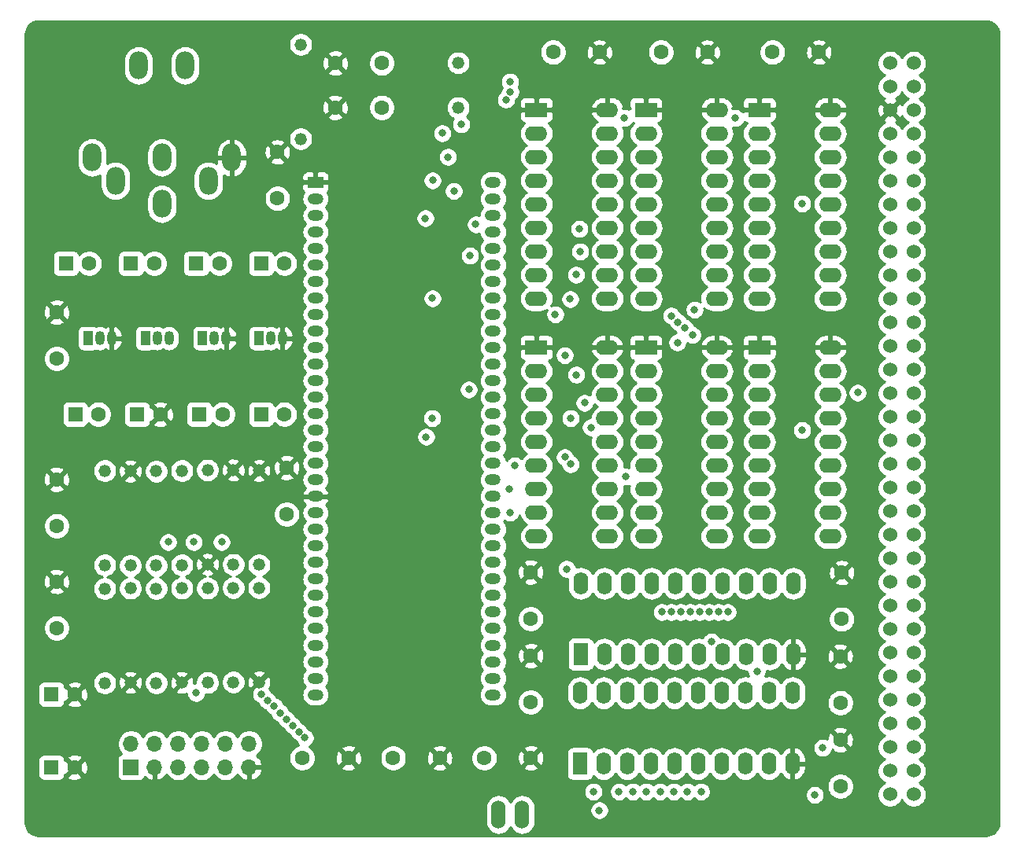
<source format=gbr>
G04 #@! TF.GenerationSoftware,KiCad,Pcbnew,(5.1.5-0-10_14)*
G04 #@! TF.CreationDate,2020-08-13T18:14:00+01:00*
G04 #@! TF.ProjectId,v9958video,76393935-3876-4696-9465-6f2e6b696361,rev?*
G04 #@! TF.SameCoordinates,Original*
G04 #@! TF.FileFunction,Copper,L2,Inr*
G04 #@! TF.FilePolarity,Positive*
%FSLAX46Y46*%
G04 Gerber Fmt 4.6, Leading zero omitted, Abs format (unit mm)*
G04 Created by KiCad (PCBNEW (5.1.5-0-10_14)) date 2020-08-13 18:14:00*
%MOMM*%
%LPD*%
G04 APERTURE LIST*
%ADD10O,1.524000X3.048000*%
%ADD11O,2.400000X1.600000*%
%ADD12R,2.400000X1.600000*%
%ADD13C,1.320800*%
%ADD14O,1.700000X1.200000*%
%ADD15R,1.700000X1.200000*%
%ADD16C,1.600000*%
%ADD17R,1.600000X1.600000*%
%ADD18R,1.050000X1.500000*%
%ADD19O,1.050000X1.500000*%
%ADD20O,1.600000X2.400000*%
%ADD21R,1.600000X2.400000*%
%ADD22O,2.000000X3.000000*%
%ADD23O,1.700000X1.700000*%
%ADD24R,1.700000X1.700000*%
%ADD25C,1.524000*%
%ADD26C,0.800000*%
%ADD27C,0.254000*%
G04 APERTURE END LIST*
D10*
X161530000Y-116100000D03*
X164070000Y-116100000D03*
D11*
X197220000Y-65800000D03*
X189600000Y-86120000D03*
X197220000Y-68340000D03*
X189600000Y-83580000D03*
X197220000Y-70880000D03*
X189600000Y-81040000D03*
X197220000Y-73420000D03*
X189600000Y-78500000D03*
X197220000Y-75960000D03*
X189600000Y-75960000D03*
X197220000Y-78500000D03*
X189600000Y-73420000D03*
X197220000Y-81040000D03*
X189600000Y-70880000D03*
X197220000Y-83580000D03*
X189600000Y-68340000D03*
X197220000Y-86120000D03*
D12*
X189600000Y-65800000D03*
D13*
X124705768Y-89280000D03*
X124705768Y-79120000D03*
D14*
X160950400Y-48010000D03*
X160950400Y-49790000D03*
X160950400Y-51570000D03*
X160950400Y-53350000D03*
X160950400Y-55130000D03*
X160950400Y-56910000D03*
X160950400Y-58690000D03*
X160950400Y-60470000D03*
X160950400Y-62250000D03*
X160950400Y-64030000D03*
X160950400Y-65810000D03*
X160950400Y-67590000D03*
X160950400Y-69370000D03*
X160950400Y-71150000D03*
X160950400Y-72930000D03*
X160950400Y-74710000D03*
X160950400Y-76490000D03*
X160950400Y-78270000D03*
X160950400Y-80050000D03*
X160950400Y-81830000D03*
X160950400Y-83610000D03*
X160950400Y-85390000D03*
X160950400Y-87170000D03*
X160950400Y-88950000D03*
X160950400Y-90730000D03*
X160950400Y-92510000D03*
X160950400Y-94290000D03*
X160950400Y-96070000D03*
X160950400Y-97850000D03*
X160950400Y-99630000D03*
X160950400Y-101410000D03*
X160950400Y-103190000D03*
X141849600Y-103190000D03*
X141849600Y-101410000D03*
X141849600Y-99630000D03*
X141849600Y-97850000D03*
X141849600Y-96070000D03*
X141849600Y-94290000D03*
X141849600Y-92510000D03*
X141849600Y-90730000D03*
X141849600Y-88950000D03*
X141849600Y-87170000D03*
X141849600Y-85390000D03*
X141849600Y-83610000D03*
X141849600Y-81830000D03*
X141849600Y-80050000D03*
X141849600Y-78270000D03*
X141849600Y-76490000D03*
X141849600Y-74710000D03*
X141849600Y-72930000D03*
X141849600Y-71150000D03*
X141849600Y-69370000D03*
X141849600Y-67590000D03*
X141849600Y-65810000D03*
X141849600Y-64030000D03*
X141849600Y-62250000D03*
X141849600Y-60470000D03*
X141849600Y-58690000D03*
X141849600Y-56910000D03*
X141849600Y-55130000D03*
X141849600Y-53350000D03*
X141849600Y-51570000D03*
X141849600Y-49790000D03*
D15*
X141849600Y-48010000D03*
D16*
X137750000Y-44750000D03*
X137750000Y-49750000D03*
X138750000Y-78750000D03*
X138750000Y-83750000D03*
X114000000Y-62000000D03*
X114000000Y-67000000D03*
X115940000Y-111010000D03*
D17*
X113440000Y-111010000D03*
D16*
X114000000Y-80000000D03*
X114000000Y-85000000D03*
X114000000Y-91000000D03*
X114000000Y-96000000D03*
X115940000Y-103150000D03*
D17*
X113440000Y-103150000D03*
D16*
X124500000Y-56750000D03*
D17*
X122000000Y-56750000D03*
D16*
X138500000Y-72975000D03*
D17*
X136000000Y-72975000D03*
D18*
X135755000Y-64800000D03*
D19*
X138295000Y-64800000D03*
X137025000Y-64800000D03*
D20*
X170300000Y-102980000D03*
X193160000Y-110600000D03*
X172840000Y-102980000D03*
X190620000Y-110600000D03*
X175380000Y-102980000D03*
X188080000Y-110600000D03*
X177920000Y-102980000D03*
X185540000Y-110600000D03*
X180460000Y-102980000D03*
X183000000Y-110600000D03*
X183000000Y-102980000D03*
X180460000Y-110600000D03*
X185540000Y-102980000D03*
X177920000Y-110600000D03*
X188080000Y-102980000D03*
X175380000Y-110600000D03*
X190620000Y-102980000D03*
X172840000Y-110600000D03*
X193160000Y-102980000D03*
D21*
X170300000Y-110600000D03*
D16*
X118500000Y-72975000D03*
D17*
X116000000Y-72975000D03*
D16*
X131833332Y-72975000D03*
D17*
X129333332Y-72975000D03*
D16*
X125166666Y-73000000D03*
D17*
X122666666Y-73000000D03*
D16*
X117500000Y-56750000D03*
D17*
X115000000Y-56750000D03*
D16*
X131500000Y-56750000D03*
D17*
X129000000Y-56750000D03*
D16*
X138500000Y-56750000D03*
D17*
X136000000Y-56750000D03*
D20*
X170375000Y-91205000D03*
X193235000Y-98825000D03*
X172915000Y-91205000D03*
X190695000Y-98825000D03*
X175455000Y-91205000D03*
X188155000Y-98825000D03*
X177995000Y-91205000D03*
X185615000Y-98825000D03*
X180535000Y-91205000D03*
X183075000Y-98825000D03*
X183075000Y-91205000D03*
X180535000Y-98825000D03*
X185615000Y-91205000D03*
X177995000Y-98825000D03*
X188155000Y-91205000D03*
X175455000Y-98825000D03*
X190695000Y-91205000D03*
X172915000Y-98825000D03*
X193235000Y-91205000D03*
D21*
X170375000Y-98825000D03*
D18*
X117380000Y-64800000D03*
D19*
X119920000Y-64800000D03*
X118650000Y-64800000D03*
D11*
X173220000Y-65800000D03*
X165600000Y-86120000D03*
X173220000Y-68340000D03*
X165600000Y-83580000D03*
X173220000Y-70880000D03*
X165600000Y-81040000D03*
X173220000Y-73420000D03*
X165600000Y-78500000D03*
X173220000Y-75960000D03*
X165600000Y-75960000D03*
X173220000Y-78500000D03*
X165600000Y-73420000D03*
X173220000Y-81040000D03*
X165600000Y-70880000D03*
X173220000Y-83580000D03*
X165600000Y-68340000D03*
X173220000Y-86120000D03*
D12*
X165600000Y-65800000D03*
D11*
X173220000Y-40200000D03*
X165600000Y-60520000D03*
X173220000Y-42740000D03*
X165600000Y-57980000D03*
X173220000Y-45280000D03*
X165600000Y-55440000D03*
X173220000Y-47820000D03*
X165600000Y-52900000D03*
X173220000Y-50360000D03*
X165600000Y-50360000D03*
X173220000Y-52900000D03*
X165600000Y-47820000D03*
X173220000Y-55440000D03*
X165600000Y-45280000D03*
X173220000Y-57980000D03*
X165600000Y-42740000D03*
X173220000Y-60520000D03*
D12*
X165600000Y-40200000D03*
D11*
X185020000Y-65800000D03*
X177400000Y-86120000D03*
X185020000Y-68340000D03*
X177400000Y-83580000D03*
X185020000Y-70880000D03*
X177400000Y-81040000D03*
X185020000Y-73420000D03*
X177400000Y-78500000D03*
X185020000Y-75960000D03*
X177400000Y-75960000D03*
X185020000Y-78500000D03*
X177400000Y-73420000D03*
X185020000Y-81040000D03*
X177400000Y-70880000D03*
X185020000Y-83580000D03*
X177400000Y-68340000D03*
X185020000Y-86120000D03*
D12*
X177400000Y-65800000D03*
D11*
X185020000Y-40200000D03*
X177400000Y-60520000D03*
X185020000Y-42740000D03*
X177400000Y-57980000D03*
X185020000Y-45280000D03*
X177400000Y-55440000D03*
X185020000Y-47820000D03*
X177400000Y-52900000D03*
X185020000Y-50360000D03*
X177400000Y-50360000D03*
X185020000Y-52900000D03*
X177400000Y-47820000D03*
X185020000Y-55440000D03*
X177400000Y-45280000D03*
X185020000Y-57980000D03*
X177400000Y-42740000D03*
X185020000Y-60520000D03*
D12*
X177400000Y-40200000D03*
D11*
X197220000Y-40200000D03*
X189600000Y-60520000D03*
X197220000Y-42740000D03*
X189600000Y-57980000D03*
X197220000Y-45280000D03*
X189600000Y-55440000D03*
X197220000Y-47820000D03*
X189600000Y-52900000D03*
X197220000Y-50360000D03*
X189600000Y-50360000D03*
X197220000Y-52900000D03*
X189600000Y-47820000D03*
X197220000Y-55440000D03*
X189600000Y-45280000D03*
X197220000Y-57980000D03*
X189600000Y-42740000D03*
X197220000Y-60520000D03*
D12*
X189600000Y-40200000D03*
D13*
X135767304Y-89205000D03*
X135767304Y-79045000D03*
X121940384Y-91720000D03*
X121940384Y-101880000D03*
X124705768Y-101930000D03*
X124705768Y-91770000D03*
X119175000Y-101930000D03*
X119175000Y-91770000D03*
X133001920Y-89155000D03*
X133001920Y-78995000D03*
X135767304Y-91670000D03*
X135767304Y-101830000D03*
X133001920Y-101830000D03*
X133001920Y-91670000D03*
X119175000Y-89230000D03*
X119175000Y-79070000D03*
X121940384Y-89280000D03*
X121940384Y-79120000D03*
X130236536Y-78995000D03*
X130236536Y-89155000D03*
X127471152Y-89230000D03*
X127471152Y-79070000D03*
X127471152Y-91720000D03*
X127471152Y-101880000D03*
X130236536Y-91720000D03*
X130236536Y-101880000D03*
X140250000Y-33170000D03*
X140250000Y-43330000D03*
D18*
X129705000Y-64800000D03*
D19*
X132245000Y-64800000D03*
X130975000Y-64800000D03*
D18*
X123550000Y-64800000D03*
D19*
X126090000Y-64800000D03*
X124820000Y-64800000D03*
D13*
X157200000Y-39963000D03*
X157200000Y-35137000D03*
D22*
X132819200Y-45343600D03*
X125319200Y-45343600D03*
X117819200Y-45343600D03*
X130319200Y-47843600D03*
X120319200Y-47843600D03*
X125319200Y-50343600D03*
X122819200Y-35443600D03*
X127819200Y-35443600D03*
D23*
X134700000Y-108460000D03*
X134700000Y-111000000D03*
X132160000Y-108460000D03*
X132160000Y-111000000D03*
X129620000Y-108460000D03*
X129620000Y-111000000D03*
X127080000Y-108460000D03*
X127080000Y-111000000D03*
X124540000Y-108460000D03*
X124540000Y-111000000D03*
X122000000Y-108460000D03*
D24*
X122000000Y-111000000D03*
D25*
X206190000Y-113920000D03*
X203650000Y-113920000D03*
X206190000Y-111380000D03*
X203650000Y-111380000D03*
X203650000Y-35180000D03*
X206190000Y-35180000D03*
X203650000Y-37720000D03*
X206190000Y-37720000D03*
X203650000Y-40260000D03*
X206190000Y-40260000D03*
X203650000Y-42800000D03*
X206190000Y-42800000D03*
X203650000Y-45340000D03*
X206190000Y-45340000D03*
X203650000Y-47880000D03*
X206190000Y-47880000D03*
X203650000Y-50420000D03*
X206190000Y-50420000D03*
X203650000Y-52960000D03*
X206190000Y-52960000D03*
X203650000Y-55500000D03*
X206190000Y-55500000D03*
X203650000Y-58040000D03*
X206190000Y-58040000D03*
X203650000Y-60580000D03*
X206190000Y-60580000D03*
X203650000Y-63120000D03*
X206190000Y-63120000D03*
X203650000Y-65660000D03*
X206190000Y-65660000D03*
X203650000Y-68200000D03*
X206190000Y-68200000D03*
X203650000Y-70740000D03*
X206190000Y-70740000D03*
X203650000Y-73280000D03*
X206190000Y-73280000D03*
X203650000Y-75820000D03*
X206190000Y-75820000D03*
X203650000Y-78360000D03*
X206190000Y-78360000D03*
X203650000Y-80900000D03*
X206190000Y-80900000D03*
X203650000Y-83440000D03*
X206190000Y-83440000D03*
X203650000Y-85980000D03*
X206190000Y-85980000D03*
X203650000Y-88520000D03*
X206190000Y-88520000D03*
X203650000Y-91060000D03*
X206190000Y-91060000D03*
X203650000Y-93600000D03*
X206190000Y-93600000D03*
X203650000Y-96140000D03*
X206190000Y-96140000D03*
X203650000Y-98680000D03*
X206190000Y-98680000D03*
X203650000Y-101220000D03*
X206190000Y-101220000D03*
X203650000Y-103760000D03*
X206190000Y-103760000D03*
X203650000Y-106300000D03*
X206190000Y-106300000D03*
X203650000Y-108840000D03*
X206190000Y-108840000D03*
D16*
X165000000Y-110000000D03*
X160000000Y-110000000D03*
X165000000Y-99000000D03*
X165000000Y-104000000D03*
X198300000Y-108050000D03*
X198300000Y-113050000D03*
X184000000Y-34000000D03*
X179000000Y-34000000D03*
X155200000Y-110000000D03*
X150200000Y-110000000D03*
X196000000Y-34000000D03*
X191000000Y-34000000D03*
X198300000Y-99050000D03*
X198300000Y-104050000D03*
X165000000Y-90000000D03*
X165000000Y-95000000D03*
X172400000Y-34000000D03*
X167400000Y-34000000D03*
X198450000Y-90050000D03*
X198450000Y-95050000D03*
X145400000Y-110000000D03*
X140400000Y-110000000D03*
X143975000Y-39950000D03*
X148975000Y-39950000D03*
X143975000Y-35175000D03*
X148975000Y-35175000D03*
D26*
X136009071Y-103117428D03*
X126000000Y-86750000D03*
X137407616Y-104431597D03*
X136662943Y-103806597D03*
X153660000Y-51880000D03*
X153740000Y-75420000D03*
X162330000Y-39110000D03*
X175060000Y-41089990D03*
X162810000Y-38270000D03*
X187000000Y-41089990D03*
X162763521Y-37165604D03*
X200170000Y-70670000D03*
X154420000Y-60510000D03*
X154440000Y-47800000D03*
X154410000Y-73420000D03*
X169241937Y-60588063D03*
X167640000Y-62240000D03*
X163275410Y-78510000D03*
X159090000Y-52540000D03*
X162650410Y-81020000D03*
X158465000Y-55910000D03*
X162790000Y-83580000D03*
X169870000Y-57970000D03*
X169900000Y-68740000D03*
X170790000Y-71769990D03*
X170320000Y-55460000D03*
X171470000Y-74400000D03*
X170230000Y-53020000D03*
X194200000Y-74700000D03*
X194200000Y-50300000D03*
X168664999Y-66630000D03*
X168664999Y-77610010D03*
X169275000Y-73420000D03*
X169275000Y-78360000D03*
X158340000Y-70320000D03*
X175220000Y-79710000D03*
X157510000Y-41760000D03*
X156730000Y-48950000D03*
X156105000Y-45280000D03*
X155480000Y-42730000D03*
X179100000Y-94281978D03*
X180114285Y-94281978D03*
X181128570Y-94281978D03*
X182142855Y-94281978D03*
X183157140Y-94281978D03*
X184171425Y-94281978D03*
X185185710Y-94281978D03*
X186200000Y-94281978D03*
X172380000Y-115640000D03*
X138027840Y-105151198D03*
X138699593Y-105822951D03*
X139371346Y-106494704D03*
X129000000Y-103000000D03*
X140043098Y-107166456D03*
X140714851Y-107838208D03*
X171745000Y-113620000D03*
X182390000Y-64450000D03*
X182610000Y-61730000D03*
X181550000Y-63690000D03*
X180833046Y-63065000D03*
X196390000Y-108900000D03*
X184430000Y-97467066D03*
X180770000Y-65270000D03*
X189323058Y-100663058D03*
X180120000Y-62380000D03*
X183320000Y-113620000D03*
X181849165Y-113620000D03*
X180378332Y-113620000D03*
X178907499Y-113620000D03*
X177436666Y-113620000D03*
X175965833Y-113620000D03*
X174495000Y-113620000D03*
X128750000Y-86750000D03*
X131750000Y-86750000D03*
X168850000Y-89650000D03*
X195561340Y-113977456D03*
D27*
G36*
X214259659Y-30688625D02*
G01*
X214509429Y-30764035D01*
X214739792Y-30886522D01*
X214941980Y-31051422D01*
X215108286Y-31252450D01*
X215232378Y-31481954D01*
X215309531Y-31731195D01*
X215340000Y-32021088D01*
X215340001Y-116967711D01*
X215311375Y-117259660D01*
X215235965Y-117509429D01*
X215113477Y-117739794D01*
X214948579Y-117941979D01*
X214747546Y-118108288D01*
X214518046Y-118232378D01*
X214268805Y-118309531D01*
X213978911Y-118340000D01*
X112032279Y-118340000D01*
X111740340Y-118311375D01*
X111490571Y-118235965D01*
X111260206Y-118113477D01*
X111058021Y-117948579D01*
X110891712Y-117747546D01*
X110767622Y-117518046D01*
X110690469Y-117268805D01*
X110660000Y-116978911D01*
X110660000Y-115269376D01*
X160133000Y-115269376D01*
X160133000Y-116930625D01*
X160153214Y-117135860D01*
X160233097Y-117399195D01*
X160362818Y-117641887D01*
X160537393Y-117854608D01*
X160750114Y-118029183D01*
X160992806Y-118158904D01*
X161256141Y-118238786D01*
X161530000Y-118265759D01*
X161803860Y-118238786D01*
X162067195Y-118158904D01*
X162309887Y-118029183D01*
X162522608Y-117854608D01*
X162697183Y-117641887D01*
X162800001Y-117449528D01*
X162902818Y-117641887D01*
X163077393Y-117854608D01*
X163290114Y-118029183D01*
X163532806Y-118158904D01*
X163796141Y-118238786D01*
X164070000Y-118265759D01*
X164343860Y-118238786D01*
X164607195Y-118158904D01*
X164849887Y-118029183D01*
X165062608Y-117854608D01*
X165237183Y-117641887D01*
X165366904Y-117399195D01*
X165446786Y-117135860D01*
X165467000Y-116930625D01*
X165467000Y-115538061D01*
X171345000Y-115538061D01*
X171345000Y-115741939D01*
X171384774Y-115941898D01*
X171462795Y-116130256D01*
X171576063Y-116299774D01*
X171720226Y-116443937D01*
X171889744Y-116557205D01*
X172078102Y-116635226D01*
X172278061Y-116675000D01*
X172481939Y-116675000D01*
X172681898Y-116635226D01*
X172870256Y-116557205D01*
X173039774Y-116443937D01*
X173183937Y-116299774D01*
X173297205Y-116130256D01*
X173375226Y-115941898D01*
X173415000Y-115741939D01*
X173415000Y-115538061D01*
X173375226Y-115338102D01*
X173297205Y-115149744D01*
X173183937Y-114980226D01*
X173039774Y-114836063D01*
X172870256Y-114722795D01*
X172681898Y-114644774D01*
X172481939Y-114605000D01*
X172278061Y-114605000D01*
X172078102Y-114644774D01*
X171889744Y-114722795D01*
X171720226Y-114836063D01*
X171576063Y-114980226D01*
X171462795Y-115149744D01*
X171384774Y-115338102D01*
X171345000Y-115538061D01*
X165467000Y-115538061D01*
X165467000Y-115269375D01*
X165446786Y-115064140D01*
X165366904Y-114800805D01*
X165237183Y-114558113D01*
X165062607Y-114345392D01*
X164849886Y-114170817D01*
X164607194Y-114041096D01*
X164343859Y-113961214D01*
X164070000Y-113934241D01*
X163796140Y-113961214D01*
X163532805Y-114041096D01*
X163290113Y-114170817D01*
X163077392Y-114345393D01*
X162902817Y-114558114D01*
X162800000Y-114750471D01*
X162697183Y-114558113D01*
X162522607Y-114345392D01*
X162309886Y-114170817D01*
X162067194Y-114041096D01*
X161803859Y-113961214D01*
X161530000Y-113934241D01*
X161256140Y-113961214D01*
X160992805Y-114041096D01*
X160750113Y-114170817D01*
X160537392Y-114345393D01*
X160362817Y-114558114D01*
X160233096Y-114800806D01*
X160153214Y-115064141D01*
X160133000Y-115269376D01*
X110660000Y-115269376D01*
X110660000Y-113518061D01*
X170710000Y-113518061D01*
X170710000Y-113721939D01*
X170749774Y-113921898D01*
X170827795Y-114110256D01*
X170941063Y-114279774D01*
X171085226Y-114423937D01*
X171254744Y-114537205D01*
X171443102Y-114615226D01*
X171643061Y-114655000D01*
X171846939Y-114655000D01*
X172046898Y-114615226D01*
X172235256Y-114537205D01*
X172404774Y-114423937D01*
X172548937Y-114279774D01*
X172662205Y-114110256D01*
X172740226Y-113921898D01*
X172780000Y-113721939D01*
X172780000Y-113518061D01*
X173460000Y-113518061D01*
X173460000Y-113721939D01*
X173499774Y-113921898D01*
X173577795Y-114110256D01*
X173691063Y-114279774D01*
X173835226Y-114423937D01*
X174004744Y-114537205D01*
X174193102Y-114615226D01*
X174393061Y-114655000D01*
X174596939Y-114655000D01*
X174796898Y-114615226D01*
X174985256Y-114537205D01*
X175154774Y-114423937D01*
X175230417Y-114348295D01*
X175306059Y-114423937D01*
X175475577Y-114537205D01*
X175663935Y-114615226D01*
X175863894Y-114655000D01*
X176067772Y-114655000D01*
X176267731Y-114615226D01*
X176456089Y-114537205D01*
X176625607Y-114423937D01*
X176701250Y-114348295D01*
X176776892Y-114423937D01*
X176946410Y-114537205D01*
X177134768Y-114615226D01*
X177334727Y-114655000D01*
X177538605Y-114655000D01*
X177738564Y-114615226D01*
X177926922Y-114537205D01*
X178096440Y-114423937D01*
X178172083Y-114348295D01*
X178247725Y-114423937D01*
X178417243Y-114537205D01*
X178605601Y-114615226D01*
X178805560Y-114655000D01*
X179009438Y-114655000D01*
X179209397Y-114615226D01*
X179397755Y-114537205D01*
X179567273Y-114423937D01*
X179642916Y-114348295D01*
X179718558Y-114423937D01*
X179888076Y-114537205D01*
X180076434Y-114615226D01*
X180276393Y-114655000D01*
X180480271Y-114655000D01*
X180680230Y-114615226D01*
X180868588Y-114537205D01*
X181038106Y-114423937D01*
X181113749Y-114348295D01*
X181189391Y-114423937D01*
X181358909Y-114537205D01*
X181547267Y-114615226D01*
X181747226Y-114655000D01*
X181951104Y-114655000D01*
X182151063Y-114615226D01*
X182339421Y-114537205D01*
X182508939Y-114423937D01*
X182584583Y-114348294D01*
X182660226Y-114423937D01*
X182829744Y-114537205D01*
X183018102Y-114615226D01*
X183218061Y-114655000D01*
X183421939Y-114655000D01*
X183621898Y-114615226D01*
X183810256Y-114537205D01*
X183979774Y-114423937D01*
X184123937Y-114279774D01*
X184237205Y-114110256D01*
X184315226Y-113921898D01*
X184324451Y-113875517D01*
X194526340Y-113875517D01*
X194526340Y-114079395D01*
X194566114Y-114279354D01*
X194644135Y-114467712D01*
X194757403Y-114637230D01*
X194901566Y-114781393D01*
X195071084Y-114894661D01*
X195259442Y-114972682D01*
X195459401Y-115012456D01*
X195663279Y-115012456D01*
X195863238Y-114972682D01*
X196051596Y-114894661D01*
X196221114Y-114781393D01*
X196365277Y-114637230D01*
X196478545Y-114467712D01*
X196556566Y-114279354D01*
X196596340Y-114079395D01*
X196596340Y-113875517D01*
X196556566Y-113675558D01*
X196478545Y-113487200D01*
X196365277Y-113317682D01*
X196221114Y-113173519D01*
X196051596Y-113060251D01*
X195863238Y-112982230D01*
X195663279Y-112942456D01*
X195459401Y-112942456D01*
X195259442Y-112982230D01*
X195071084Y-113060251D01*
X194901566Y-113173519D01*
X194757403Y-113317682D01*
X194644135Y-113487200D01*
X194566114Y-113675558D01*
X194526340Y-113875517D01*
X184324451Y-113875517D01*
X184355000Y-113721939D01*
X184355000Y-113518061D01*
X184315226Y-113318102D01*
X184237205Y-113129744D01*
X184123937Y-112960226D01*
X184072376Y-112908665D01*
X196865000Y-112908665D01*
X196865000Y-113191335D01*
X196920147Y-113468574D01*
X197028320Y-113729727D01*
X197185363Y-113964759D01*
X197385241Y-114164637D01*
X197620273Y-114321680D01*
X197881426Y-114429853D01*
X198158665Y-114485000D01*
X198441335Y-114485000D01*
X198718574Y-114429853D01*
X198979727Y-114321680D01*
X199214759Y-114164637D01*
X199414637Y-113964759D01*
X199571680Y-113729727D01*
X199679853Y-113468574D01*
X199735000Y-113191335D01*
X199735000Y-112908665D01*
X199679853Y-112631426D01*
X199571680Y-112370273D01*
X199414637Y-112135241D01*
X199214759Y-111935363D01*
X198979727Y-111778320D01*
X198718574Y-111670147D01*
X198441335Y-111615000D01*
X198158665Y-111615000D01*
X197881426Y-111670147D01*
X197620273Y-111778320D01*
X197385241Y-111935363D01*
X197185363Y-112135241D01*
X197028320Y-112370273D01*
X196920147Y-112631426D01*
X196865000Y-112908665D01*
X184072376Y-112908665D01*
X183979774Y-112816063D01*
X183810256Y-112702795D01*
X183621898Y-112624774D01*
X183421939Y-112585000D01*
X183218061Y-112585000D01*
X183018102Y-112624774D01*
X182829744Y-112702795D01*
X182660226Y-112816063D01*
X182584583Y-112891707D01*
X182508939Y-112816063D01*
X182339421Y-112702795D01*
X182151063Y-112624774D01*
X181951104Y-112585000D01*
X181747226Y-112585000D01*
X181547267Y-112624774D01*
X181358909Y-112702795D01*
X181189391Y-112816063D01*
X181113749Y-112891706D01*
X181038106Y-112816063D01*
X180868588Y-112702795D01*
X180680230Y-112624774D01*
X180480271Y-112585000D01*
X180276393Y-112585000D01*
X180076434Y-112624774D01*
X179888076Y-112702795D01*
X179718558Y-112816063D01*
X179642916Y-112891706D01*
X179567273Y-112816063D01*
X179397755Y-112702795D01*
X179209397Y-112624774D01*
X179009438Y-112585000D01*
X178805560Y-112585000D01*
X178605601Y-112624774D01*
X178417243Y-112702795D01*
X178247725Y-112816063D01*
X178172083Y-112891706D01*
X178096440Y-112816063D01*
X177926922Y-112702795D01*
X177738564Y-112624774D01*
X177538605Y-112585000D01*
X177334727Y-112585000D01*
X177134768Y-112624774D01*
X176946410Y-112702795D01*
X176776892Y-112816063D01*
X176701250Y-112891706D01*
X176625607Y-112816063D01*
X176456089Y-112702795D01*
X176267731Y-112624774D01*
X176067772Y-112585000D01*
X175863894Y-112585000D01*
X175663935Y-112624774D01*
X175475577Y-112702795D01*
X175306059Y-112816063D01*
X175230417Y-112891706D01*
X175154774Y-112816063D01*
X174985256Y-112702795D01*
X174796898Y-112624774D01*
X174596939Y-112585000D01*
X174393061Y-112585000D01*
X174193102Y-112624774D01*
X174004744Y-112702795D01*
X173835226Y-112816063D01*
X173691063Y-112960226D01*
X173577795Y-113129744D01*
X173499774Y-113318102D01*
X173460000Y-113518061D01*
X172780000Y-113518061D01*
X172740226Y-113318102D01*
X172662205Y-113129744D01*
X172548937Y-112960226D01*
X172404774Y-112816063D01*
X172235256Y-112702795D01*
X172046898Y-112624774D01*
X171846939Y-112585000D01*
X171643061Y-112585000D01*
X171443102Y-112624774D01*
X171254744Y-112702795D01*
X171085226Y-112816063D01*
X170941063Y-112960226D01*
X170827795Y-113129744D01*
X170749774Y-113318102D01*
X170710000Y-113518061D01*
X110660000Y-113518061D01*
X110660000Y-110210000D01*
X112001928Y-110210000D01*
X112001928Y-111810000D01*
X112014188Y-111934482D01*
X112050498Y-112054180D01*
X112109463Y-112164494D01*
X112188815Y-112261185D01*
X112285506Y-112340537D01*
X112395820Y-112399502D01*
X112515518Y-112435812D01*
X112640000Y-112448072D01*
X114240000Y-112448072D01*
X114364482Y-112435812D01*
X114484180Y-112399502D01*
X114594494Y-112340537D01*
X114691185Y-112261185D01*
X114770537Y-112164494D01*
X114829502Y-112054180D01*
X114845117Y-112002702D01*
X115126903Y-112002702D01*
X115198486Y-112246671D01*
X115453996Y-112367571D01*
X115728184Y-112436300D01*
X116010512Y-112450217D01*
X116290130Y-112408787D01*
X116556292Y-112313603D01*
X116681514Y-112246671D01*
X116753097Y-112002702D01*
X115940000Y-111189605D01*
X115126903Y-112002702D01*
X114845117Y-112002702D01*
X114865812Y-111934482D01*
X114878072Y-111810000D01*
X114878072Y-111802785D01*
X114947298Y-111823097D01*
X115760395Y-111010000D01*
X116119605Y-111010000D01*
X116932702Y-111823097D01*
X117176671Y-111751514D01*
X117297571Y-111496004D01*
X117366300Y-111221816D01*
X117380217Y-110939488D01*
X117338787Y-110659870D01*
X117243603Y-110393708D01*
X117176671Y-110268486D01*
X116932702Y-110196903D01*
X116119605Y-111010000D01*
X115760395Y-111010000D01*
X114947298Y-110196903D01*
X114878072Y-110217215D01*
X114878072Y-110210000D01*
X114865812Y-110085518D01*
X114845118Y-110017298D01*
X115126903Y-110017298D01*
X115940000Y-110830395D01*
X116620395Y-110150000D01*
X120511928Y-110150000D01*
X120511928Y-111850000D01*
X120524188Y-111974482D01*
X120560498Y-112094180D01*
X120619463Y-112204494D01*
X120698815Y-112301185D01*
X120795506Y-112380537D01*
X120905820Y-112439502D01*
X121025518Y-112475812D01*
X121150000Y-112488072D01*
X122850000Y-112488072D01*
X122974482Y-112475812D01*
X123094180Y-112439502D01*
X123204494Y-112380537D01*
X123301185Y-112301185D01*
X123380537Y-112204494D01*
X123439502Y-112094180D01*
X123463966Y-112013534D01*
X123539731Y-112097588D01*
X123773080Y-112271641D01*
X124035901Y-112396825D01*
X124183110Y-112441476D01*
X124413000Y-112320155D01*
X124413000Y-111127000D01*
X124393000Y-111127000D01*
X124393000Y-110873000D01*
X124413000Y-110873000D01*
X124413000Y-110853000D01*
X124667000Y-110853000D01*
X124667000Y-110873000D01*
X124687000Y-110873000D01*
X124687000Y-111127000D01*
X124667000Y-111127000D01*
X124667000Y-112320155D01*
X124896890Y-112441476D01*
X125044099Y-112396825D01*
X125306920Y-112271641D01*
X125540269Y-112097588D01*
X125735178Y-111881355D01*
X125804805Y-111764466D01*
X125926525Y-111946632D01*
X126133368Y-112153475D01*
X126376589Y-112315990D01*
X126646842Y-112427932D01*
X126933740Y-112485000D01*
X127226260Y-112485000D01*
X127513158Y-112427932D01*
X127783411Y-112315990D01*
X128026632Y-112153475D01*
X128233475Y-111946632D01*
X128350000Y-111772240D01*
X128466525Y-111946632D01*
X128673368Y-112153475D01*
X128916589Y-112315990D01*
X129186842Y-112427932D01*
X129473740Y-112485000D01*
X129766260Y-112485000D01*
X130053158Y-112427932D01*
X130323411Y-112315990D01*
X130566632Y-112153475D01*
X130773475Y-111946632D01*
X130890000Y-111772240D01*
X131006525Y-111946632D01*
X131213368Y-112153475D01*
X131456589Y-112315990D01*
X131726842Y-112427932D01*
X132013740Y-112485000D01*
X132306260Y-112485000D01*
X132593158Y-112427932D01*
X132863411Y-112315990D01*
X133106632Y-112153475D01*
X133313475Y-111946632D01*
X133435195Y-111764466D01*
X133504822Y-111881355D01*
X133699731Y-112097588D01*
X133933080Y-112271641D01*
X134195901Y-112396825D01*
X134343110Y-112441476D01*
X134573000Y-112320155D01*
X134573000Y-111127000D01*
X134827000Y-111127000D01*
X134827000Y-112320155D01*
X135056890Y-112441476D01*
X135204099Y-112396825D01*
X135466920Y-112271641D01*
X135700269Y-112097588D01*
X135895178Y-111881355D01*
X136044157Y-111631252D01*
X136141481Y-111356891D01*
X136020814Y-111127000D01*
X134827000Y-111127000D01*
X134573000Y-111127000D01*
X134553000Y-111127000D01*
X134553000Y-110873000D01*
X134573000Y-110873000D01*
X134573000Y-110853000D01*
X134827000Y-110853000D01*
X134827000Y-110873000D01*
X136020814Y-110873000D01*
X136141481Y-110643109D01*
X136044157Y-110368748D01*
X135895178Y-110118645D01*
X135700269Y-109902412D01*
X135470594Y-109731100D01*
X135646632Y-109613475D01*
X135853475Y-109406632D01*
X136015990Y-109163411D01*
X136127932Y-108893158D01*
X136185000Y-108606260D01*
X136185000Y-108313740D01*
X136127932Y-108026842D01*
X136015990Y-107756589D01*
X135853475Y-107513368D01*
X135646632Y-107306525D01*
X135403411Y-107144010D01*
X135133158Y-107032068D01*
X134846260Y-106975000D01*
X134553740Y-106975000D01*
X134266842Y-107032068D01*
X133996589Y-107144010D01*
X133753368Y-107306525D01*
X133546525Y-107513368D01*
X133430000Y-107687760D01*
X133313475Y-107513368D01*
X133106632Y-107306525D01*
X132863411Y-107144010D01*
X132593158Y-107032068D01*
X132306260Y-106975000D01*
X132013740Y-106975000D01*
X131726842Y-107032068D01*
X131456589Y-107144010D01*
X131213368Y-107306525D01*
X131006525Y-107513368D01*
X130890000Y-107687760D01*
X130773475Y-107513368D01*
X130566632Y-107306525D01*
X130323411Y-107144010D01*
X130053158Y-107032068D01*
X129766260Y-106975000D01*
X129473740Y-106975000D01*
X129186842Y-107032068D01*
X128916589Y-107144010D01*
X128673368Y-107306525D01*
X128466525Y-107513368D01*
X128350000Y-107687760D01*
X128233475Y-107513368D01*
X128026632Y-107306525D01*
X127783411Y-107144010D01*
X127513158Y-107032068D01*
X127226260Y-106975000D01*
X126933740Y-106975000D01*
X126646842Y-107032068D01*
X126376589Y-107144010D01*
X126133368Y-107306525D01*
X125926525Y-107513368D01*
X125810000Y-107687760D01*
X125693475Y-107513368D01*
X125486632Y-107306525D01*
X125243411Y-107144010D01*
X124973158Y-107032068D01*
X124686260Y-106975000D01*
X124393740Y-106975000D01*
X124106842Y-107032068D01*
X123836589Y-107144010D01*
X123593368Y-107306525D01*
X123386525Y-107513368D01*
X123270000Y-107687760D01*
X123153475Y-107513368D01*
X122946632Y-107306525D01*
X122703411Y-107144010D01*
X122433158Y-107032068D01*
X122146260Y-106975000D01*
X121853740Y-106975000D01*
X121566842Y-107032068D01*
X121296589Y-107144010D01*
X121053368Y-107306525D01*
X120846525Y-107513368D01*
X120684010Y-107756589D01*
X120572068Y-108026842D01*
X120515000Y-108313740D01*
X120515000Y-108606260D01*
X120572068Y-108893158D01*
X120684010Y-109163411D01*
X120846525Y-109406632D01*
X120978380Y-109538487D01*
X120905820Y-109560498D01*
X120795506Y-109619463D01*
X120698815Y-109698815D01*
X120619463Y-109795506D01*
X120560498Y-109905820D01*
X120524188Y-110025518D01*
X120511928Y-110150000D01*
X116620395Y-110150000D01*
X116753097Y-110017298D01*
X116681514Y-109773329D01*
X116426004Y-109652429D01*
X116151816Y-109583700D01*
X115869488Y-109569783D01*
X115589870Y-109611213D01*
X115323708Y-109706397D01*
X115198486Y-109773329D01*
X115126903Y-110017298D01*
X114845118Y-110017298D01*
X114829502Y-109965820D01*
X114770537Y-109855506D01*
X114691185Y-109758815D01*
X114594494Y-109679463D01*
X114484180Y-109620498D01*
X114364482Y-109584188D01*
X114240000Y-109571928D01*
X112640000Y-109571928D01*
X112515518Y-109584188D01*
X112395820Y-109620498D01*
X112285506Y-109679463D01*
X112188815Y-109758815D01*
X112109463Y-109855506D01*
X112050498Y-109965820D01*
X112014188Y-110085518D01*
X112001928Y-110210000D01*
X110660000Y-110210000D01*
X110660000Y-102350000D01*
X112001928Y-102350000D01*
X112001928Y-103950000D01*
X112014188Y-104074482D01*
X112050498Y-104194180D01*
X112109463Y-104304494D01*
X112188815Y-104401185D01*
X112285506Y-104480537D01*
X112395820Y-104539502D01*
X112515518Y-104575812D01*
X112640000Y-104588072D01*
X114240000Y-104588072D01*
X114364482Y-104575812D01*
X114484180Y-104539502D01*
X114594494Y-104480537D01*
X114691185Y-104401185D01*
X114770537Y-104304494D01*
X114829502Y-104194180D01*
X114845117Y-104142702D01*
X115126903Y-104142702D01*
X115198486Y-104386671D01*
X115453996Y-104507571D01*
X115728184Y-104576300D01*
X116010512Y-104590217D01*
X116290130Y-104548787D01*
X116556292Y-104453603D01*
X116681514Y-104386671D01*
X116753097Y-104142702D01*
X115940000Y-103329605D01*
X115126903Y-104142702D01*
X114845117Y-104142702D01*
X114865812Y-104074482D01*
X114878072Y-103950000D01*
X114878072Y-103942785D01*
X114947298Y-103963097D01*
X115760395Y-103150000D01*
X116119605Y-103150000D01*
X116932702Y-103963097D01*
X117176671Y-103891514D01*
X117297571Y-103636004D01*
X117366300Y-103361816D01*
X117380217Y-103079488D01*
X117338787Y-102799870D01*
X117243603Y-102533708D01*
X117176671Y-102408486D01*
X116932702Y-102336903D01*
X116119605Y-103150000D01*
X115760395Y-103150000D01*
X114947298Y-102336903D01*
X114878072Y-102357215D01*
X114878072Y-102350000D01*
X114865812Y-102225518D01*
X114845118Y-102157298D01*
X115126903Y-102157298D01*
X115940000Y-102970395D01*
X116753097Y-102157298D01*
X116681514Y-101913329D01*
X116447107Y-101802414D01*
X117879600Y-101802414D01*
X117879600Y-102057586D01*
X117929381Y-102307854D01*
X118027031Y-102543602D01*
X118168797Y-102755769D01*
X118349231Y-102936203D01*
X118561398Y-103077969D01*
X118797146Y-103175619D01*
X119047414Y-103225400D01*
X119302586Y-103225400D01*
X119552854Y-103175619D01*
X119788602Y-103077969D01*
X120000769Y-102936203D01*
X120164009Y-102772963D01*
X121227026Y-102772963D01*
X121281678Y-103002697D01*
X121513362Y-103109632D01*
X121761457Y-103169312D01*
X122016428Y-103179446D01*
X122268476Y-103139641D01*
X122507916Y-103051431D01*
X122599090Y-103002697D01*
X122653742Y-102772963D01*
X121940384Y-102059605D01*
X121227026Y-102772963D01*
X120164009Y-102772963D01*
X120181203Y-102755769D01*
X120322969Y-102543602D01*
X120420619Y-102307854D01*
X120470400Y-102057586D01*
X120470400Y-101956044D01*
X120640938Y-101956044D01*
X120680743Y-102208092D01*
X120768953Y-102447532D01*
X120817687Y-102538706D01*
X121047421Y-102593358D01*
X121760779Y-101880000D01*
X122119989Y-101880000D01*
X122833347Y-102593358D01*
X123063081Y-102538706D01*
X123170016Y-102307022D01*
X123229696Y-102058927D01*
X123239830Y-101803956D01*
X123239587Y-101802414D01*
X123410368Y-101802414D01*
X123410368Y-102057586D01*
X123460149Y-102307854D01*
X123557799Y-102543602D01*
X123699565Y-102755769D01*
X123879999Y-102936203D01*
X124092166Y-103077969D01*
X124327914Y-103175619D01*
X124578182Y-103225400D01*
X124833354Y-103225400D01*
X125083622Y-103175619D01*
X125319370Y-103077969D01*
X125531537Y-102936203D01*
X125694777Y-102772963D01*
X126757794Y-102772963D01*
X126812446Y-103002697D01*
X127044130Y-103109632D01*
X127292225Y-103169312D01*
X127547196Y-103179446D01*
X127799244Y-103139641D01*
X127965000Y-103078576D01*
X127965000Y-103101939D01*
X128004774Y-103301898D01*
X128082795Y-103490256D01*
X128196063Y-103659774D01*
X128340226Y-103803937D01*
X128509744Y-103917205D01*
X128698102Y-103995226D01*
X128898061Y-104035000D01*
X129101939Y-104035000D01*
X129301898Y-103995226D01*
X129490256Y-103917205D01*
X129659774Y-103803937D01*
X129803937Y-103659774D01*
X129917205Y-103490256D01*
X129995226Y-103301898D01*
X130023758Y-103158454D01*
X130108950Y-103175400D01*
X130364122Y-103175400D01*
X130614390Y-103125619D01*
X130850138Y-103027969D01*
X131062305Y-102886203D01*
X131242739Y-102705769D01*
X131384505Y-102493602D01*
X131482155Y-102257854D01*
X131531936Y-102007586D01*
X131531936Y-101752414D01*
X131521991Y-101702414D01*
X131706520Y-101702414D01*
X131706520Y-101957586D01*
X131756301Y-102207854D01*
X131853951Y-102443602D01*
X131995717Y-102655769D01*
X132176151Y-102836203D01*
X132388318Y-102977969D01*
X132624066Y-103075619D01*
X132874334Y-103125400D01*
X133129506Y-103125400D01*
X133379774Y-103075619D01*
X133524940Y-103015489D01*
X134974071Y-103015489D01*
X134974071Y-103219367D01*
X135013845Y-103419326D01*
X135091866Y-103607684D01*
X135205134Y-103777202D01*
X135349297Y-103921365D01*
X135518815Y-104034633D01*
X135665076Y-104095217D01*
X135667717Y-104108495D01*
X135745738Y-104296853D01*
X135859006Y-104466371D01*
X136003169Y-104610534D01*
X136172687Y-104723802D01*
X136361045Y-104801823D01*
X136447844Y-104819088D01*
X136490411Y-104921853D01*
X136603679Y-105091371D01*
X136747842Y-105235534D01*
X136917360Y-105348802D01*
X137020355Y-105391464D01*
X137032614Y-105453096D01*
X137110635Y-105641454D01*
X137223903Y-105810972D01*
X137368066Y-105955135D01*
X137537584Y-106068403D01*
X137710686Y-106140105D01*
X137782388Y-106313207D01*
X137895656Y-106482725D01*
X138039819Y-106626888D01*
X138209337Y-106740156D01*
X138382439Y-106811858D01*
X138454141Y-106984960D01*
X138567409Y-107154478D01*
X138711572Y-107298641D01*
X138881090Y-107411909D01*
X139054191Y-107483611D01*
X139125893Y-107656712D01*
X139239161Y-107826230D01*
X139383324Y-107970393D01*
X139552842Y-108083661D01*
X139725945Y-108155363D01*
X139797646Y-108328464D01*
X139910914Y-108497982D01*
X140024509Y-108611577D01*
X139981426Y-108620147D01*
X139720273Y-108728320D01*
X139485241Y-108885363D01*
X139285363Y-109085241D01*
X139128320Y-109320273D01*
X139020147Y-109581426D01*
X138965000Y-109858665D01*
X138965000Y-110141335D01*
X139020147Y-110418574D01*
X139128320Y-110679727D01*
X139285363Y-110914759D01*
X139485241Y-111114637D01*
X139720273Y-111271680D01*
X139981426Y-111379853D01*
X140258665Y-111435000D01*
X140541335Y-111435000D01*
X140818574Y-111379853D01*
X141079727Y-111271680D01*
X141314759Y-111114637D01*
X141436694Y-110992702D01*
X144586903Y-110992702D01*
X144658486Y-111236671D01*
X144913996Y-111357571D01*
X145188184Y-111426300D01*
X145470512Y-111440217D01*
X145750130Y-111398787D01*
X146016292Y-111303603D01*
X146141514Y-111236671D01*
X146213097Y-110992702D01*
X145400000Y-110179605D01*
X144586903Y-110992702D01*
X141436694Y-110992702D01*
X141514637Y-110914759D01*
X141671680Y-110679727D01*
X141779853Y-110418574D01*
X141835000Y-110141335D01*
X141835000Y-110070512D01*
X143959783Y-110070512D01*
X144001213Y-110350130D01*
X144096397Y-110616292D01*
X144163329Y-110741514D01*
X144407298Y-110813097D01*
X145220395Y-110000000D01*
X145579605Y-110000000D01*
X146392702Y-110813097D01*
X146636671Y-110741514D01*
X146757571Y-110486004D01*
X146826300Y-110211816D01*
X146840217Y-109929488D01*
X146829724Y-109858665D01*
X148765000Y-109858665D01*
X148765000Y-110141335D01*
X148820147Y-110418574D01*
X148928320Y-110679727D01*
X149085363Y-110914759D01*
X149285241Y-111114637D01*
X149520273Y-111271680D01*
X149781426Y-111379853D01*
X150058665Y-111435000D01*
X150341335Y-111435000D01*
X150618574Y-111379853D01*
X150879727Y-111271680D01*
X151114759Y-111114637D01*
X151236694Y-110992702D01*
X154386903Y-110992702D01*
X154458486Y-111236671D01*
X154713996Y-111357571D01*
X154988184Y-111426300D01*
X155270512Y-111440217D01*
X155550130Y-111398787D01*
X155816292Y-111303603D01*
X155941514Y-111236671D01*
X156013097Y-110992702D01*
X155200000Y-110179605D01*
X154386903Y-110992702D01*
X151236694Y-110992702D01*
X151314637Y-110914759D01*
X151471680Y-110679727D01*
X151579853Y-110418574D01*
X151635000Y-110141335D01*
X151635000Y-110070512D01*
X153759783Y-110070512D01*
X153801213Y-110350130D01*
X153896397Y-110616292D01*
X153963329Y-110741514D01*
X154207298Y-110813097D01*
X155020395Y-110000000D01*
X155379605Y-110000000D01*
X156192702Y-110813097D01*
X156436671Y-110741514D01*
X156557571Y-110486004D01*
X156626300Y-110211816D01*
X156640217Y-109929488D01*
X156629724Y-109858665D01*
X158565000Y-109858665D01*
X158565000Y-110141335D01*
X158620147Y-110418574D01*
X158728320Y-110679727D01*
X158885363Y-110914759D01*
X159085241Y-111114637D01*
X159320273Y-111271680D01*
X159581426Y-111379853D01*
X159858665Y-111435000D01*
X160141335Y-111435000D01*
X160418574Y-111379853D01*
X160679727Y-111271680D01*
X160914759Y-111114637D01*
X161036694Y-110992702D01*
X164186903Y-110992702D01*
X164258486Y-111236671D01*
X164513996Y-111357571D01*
X164788184Y-111426300D01*
X165070512Y-111440217D01*
X165350130Y-111398787D01*
X165616292Y-111303603D01*
X165741514Y-111236671D01*
X165813097Y-110992702D01*
X165000000Y-110179605D01*
X164186903Y-110992702D01*
X161036694Y-110992702D01*
X161114637Y-110914759D01*
X161271680Y-110679727D01*
X161379853Y-110418574D01*
X161435000Y-110141335D01*
X161435000Y-110070512D01*
X163559783Y-110070512D01*
X163601213Y-110350130D01*
X163696397Y-110616292D01*
X163763329Y-110741514D01*
X164007298Y-110813097D01*
X164820395Y-110000000D01*
X165179605Y-110000000D01*
X165992702Y-110813097D01*
X166236671Y-110741514D01*
X166357571Y-110486004D01*
X166426300Y-110211816D01*
X166440217Y-109929488D01*
X166398787Y-109649870D01*
X166309430Y-109400000D01*
X168861928Y-109400000D01*
X168861928Y-111800000D01*
X168874188Y-111924482D01*
X168910498Y-112044180D01*
X168969463Y-112154494D01*
X169048815Y-112251185D01*
X169145506Y-112330537D01*
X169255820Y-112389502D01*
X169375518Y-112425812D01*
X169500000Y-112438072D01*
X171100000Y-112438072D01*
X171224482Y-112425812D01*
X171344180Y-112389502D01*
X171454494Y-112330537D01*
X171551185Y-112251185D01*
X171630537Y-112154494D01*
X171689502Y-112044180D01*
X171725812Y-111924482D01*
X171727581Y-111906517D01*
X171820393Y-112019608D01*
X172038900Y-112198932D01*
X172288193Y-112332182D01*
X172558692Y-112414236D01*
X172840000Y-112441943D01*
X173121309Y-112414236D01*
X173391808Y-112332182D01*
X173641101Y-112198932D01*
X173859608Y-112019608D01*
X174038932Y-111801101D01*
X174110000Y-111668142D01*
X174181068Y-111801101D01*
X174360393Y-112019608D01*
X174578900Y-112198932D01*
X174828193Y-112332182D01*
X175098692Y-112414236D01*
X175380000Y-112441943D01*
X175661309Y-112414236D01*
X175931808Y-112332182D01*
X176181101Y-112198932D01*
X176399608Y-112019608D01*
X176578932Y-111801101D01*
X176650000Y-111668142D01*
X176721068Y-111801101D01*
X176900393Y-112019608D01*
X177118900Y-112198932D01*
X177368193Y-112332182D01*
X177638692Y-112414236D01*
X177920000Y-112441943D01*
X178201309Y-112414236D01*
X178471808Y-112332182D01*
X178721101Y-112198932D01*
X178939608Y-112019608D01*
X179118932Y-111801101D01*
X179190000Y-111668142D01*
X179261068Y-111801101D01*
X179440393Y-112019608D01*
X179658900Y-112198932D01*
X179908193Y-112332182D01*
X180178692Y-112414236D01*
X180460000Y-112441943D01*
X180741309Y-112414236D01*
X181011808Y-112332182D01*
X181261101Y-112198932D01*
X181479608Y-112019608D01*
X181658932Y-111801101D01*
X181730000Y-111668142D01*
X181801068Y-111801101D01*
X181980393Y-112019608D01*
X182198900Y-112198932D01*
X182448193Y-112332182D01*
X182718692Y-112414236D01*
X183000000Y-112441943D01*
X183281309Y-112414236D01*
X183551808Y-112332182D01*
X183801101Y-112198932D01*
X184019608Y-112019608D01*
X184198932Y-111801101D01*
X184270000Y-111668142D01*
X184341068Y-111801101D01*
X184520393Y-112019608D01*
X184738900Y-112198932D01*
X184988193Y-112332182D01*
X185258692Y-112414236D01*
X185540000Y-112441943D01*
X185821309Y-112414236D01*
X186091808Y-112332182D01*
X186341101Y-112198932D01*
X186559608Y-112019608D01*
X186738932Y-111801101D01*
X186810000Y-111668142D01*
X186881068Y-111801101D01*
X187060393Y-112019608D01*
X187278900Y-112198932D01*
X187528193Y-112332182D01*
X187798692Y-112414236D01*
X188080000Y-112441943D01*
X188361309Y-112414236D01*
X188631808Y-112332182D01*
X188881101Y-112198932D01*
X189099608Y-112019608D01*
X189278932Y-111801101D01*
X189350000Y-111668142D01*
X189421068Y-111801101D01*
X189600393Y-112019608D01*
X189818900Y-112198932D01*
X190068193Y-112332182D01*
X190338692Y-112414236D01*
X190620000Y-112441943D01*
X190901309Y-112414236D01*
X191171808Y-112332182D01*
X191421101Y-112198932D01*
X191639608Y-112019608D01*
X191818932Y-111801101D01*
X191887265Y-111673259D01*
X192037399Y-111902839D01*
X192235105Y-112104500D01*
X192468354Y-112263715D01*
X192728182Y-112374367D01*
X192810961Y-112391904D01*
X193033000Y-112269915D01*
X193033000Y-110727000D01*
X193287000Y-110727000D01*
X193287000Y-112269915D01*
X193509039Y-112391904D01*
X193591818Y-112374367D01*
X193851646Y-112263715D01*
X194084895Y-112104500D01*
X194282601Y-111902839D01*
X194437166Y-111666483D01*
X194542650Y-111404514D01*
X194595000Y-111127000D01*
X194595000Y-110727000D01*
X193287000Y-110727000D01*
X193033000Y-110727000D01*
X193013000Y-110727000D01*
X193013000Y-110473000D01*
X193033000Y-110473000D01*
X193033000Y-108930085D01*
X193287000Y-108930085D01*
X193287000Y-110473000D01*
X194595000Y-110473000D01*
X194595000Y-110073000D01*
X194542650Y-109795486D01*
X194437166Y-109533517D01*
X194282601Y-109297161D01*
X194084895Y-109095500D01*
X193851646Y-108936285D01*
X193591818Y-108825633D01*
X193509039Y-108808096D01*
X193287000Y-108930085D01*
X193033000Y-108930085D01*
X192810961Y-108808096D01*
X192728182Y-108825633D01*
X192468354Y-108936285D01*
X192235105Y-109095500D01*
X192037399Y-109297161D01*
X191887265Y-109526741D01*
X191818932Y-109398899D01*
X191639607Y-109180392D01*
X191421100Y-109001068D01*
X191171807Y-108867818D01*
X190941847Y-108798061D01*
X195355000Y-108798061D01*
X195355000Y-109001939D01*
X195394774Y-109201898D01*
X195472795Y-109390256D01*
X195586063Y-109559774D01*
X195730226Y-109703937D01*
X195899744Y-109817205D01*
X196088102Y-109895226D01*
X196288061Y-109935000D01*
X196491939Y-109935000D01*
X196691898Y-109895226D01*
X196880256Y-109817205D01*
X197049774Y-109703937D01*
X197193937Y-109559774D01*
X197307205Y-109390256D01*
X197385226Y-109201898D01*
X197399507Y-109130100D01*
X197486903Y-109042704D01*
X197558486Y-109286671D01*
X197813996Y-109407571D01*
X198088184Y-109476300D01*
X198370512Y-109490217D01*
X198650130Y-109448787D01*
X198916292Y-109353603D01*
X199041514Y-109286671D01*
X199113097Y-109042702D01*
X198300000Y-108229605D01*
X198285858Y-108243748D01*
X198106253Y-108064143D01*
X198120395Y-108050000D01*
X198479605Y-108050000D01*
X199292702Y-108863097D01*
X199536671Y-108791514D01*
X199657571Y-108536004D01*
X199726300Y-108261816D01*
X199740217Y-107979488D01*
X199698787Y-107699870D01*
X199603603Y-107433708D01*
X199536671Y-107308486D01*
X199292702Y-107236903D01*
X198479605Y-108050000D01*
X198120395Y-108050000D01*
X197307298Y-107236903D01*
X197063329Y-107308486D01*
X196942429Y-107563996D01*
X196873700Y-107838184D01*
X196866845Y-107977240D01*
X196691898Y-107904774D01*
X196491939Y-107865000D01*
X196288061Y-107865000D01*
X196088102Y-107904774D01*
X195899744Y-107982795D01*
X195730226Y-108096063D01*
X195586063Y-108240226D01*
X195472795Y-108409744D01*
X195394774Y-108598102D01*
X195355000Y-108798061D01*
X190941847Y-108798061D01*
X190901308Y-108785764D01*
X190620000Y-108758057D01*
X190338691Y-108785764D01*
X190068192Y-108867818D01*
X189818899Y-109001068D01*
X189600392Y-109180393D01*
X189421068Y-109398900D01*
X189350000Y-109531858D01*
X189278932Y-109398899D01*
X189099607Y-109180392D01*
X188881100Y-109001068D01*
X188631807Y-108867818D01*
X188361308Y-108785764D01*
X188080000Y-108758057D01*
X187798691Y-108785764D01*
X187528192Y-108867818D01*
X187278899Y-109001068D01*
X187060392Y-109180393D01*
X186881068Y-109398900D01*
X186810000Y-109531858D01*
X186738932Y-109398899D01*
X186559607Y-109180392D01*
X186341100Y-109001068D01*
X186091807Y-108867818D01*
X185821308Y-108785764D01*
X185540000Y-108758057D01*
X185258691Y-108785764D01*
X184988192Y-108867818D01*
X184738899Y-109001068D01*
X184520392Y-109180393D01*
X184341068Y-109398900D01*
X184270000Y-109531858D01*
X184198932Y-109398899D01*
X184019607Y-109180392D01*
X183801100Y-109001068D01*
X183551807Y-108867818D01*
X183281308Y-108785764D01*
X183000000Y-108758057D01*
X182718691Y-108785764D01*
X182448192Y-108867818D01*
X182198899Y-109001068D01*
X181980392Y-109180393D01*
X181801068Y-109398900D01*
X181730000Y-109531858D01*
X181658932Y-109398899D01*
X181479607Y-109180392D01*
X181261100Y-109001068D01*
X181011807Y-108867818D01*
X180741308Y-108785764D01*
X180460000Y-108758057D01*
X180178691Y-108785764D01*
X179908192Y-108867818D01*
X179658899Y-109001068D01*
X179440392Y-109180393D01*
X179261068Y-109398900D01*
X179190000Y-109531858D01*
X179118932Y-109398899D01*
X178939607Y-109180392D01*
X178721100Y-109001068D01*
X178471807Y-108867818D01*
X178201308Y-108785764D01*
X177920000Y-108758057D01*
X177638691Y-108785764D01*
X177368192Y-108867818D01*
X177118899Y-109001068D01*
X176900392Y-109180393D01*
X176721068Y-109398900D01*
X176650000Y-109531858D01*
X176578932Y-109398899D01*
X176399607Y-109180392D01*
X176181100Y-109001068D01*
X175931807Y-108867818D01*
X175661308Y-108785764D01*
X175380000Y-108758057D01*
X175098691Y-108785764D01*
X174828192Y-108867818D01*
X174578899Y-109001068D01*
X174360392Y-109180393D01*
X174181068Y-109398900D01*
X174110000Y-109531858D01*
X174038932Y-109398899D01*
X173859607Y-109180392D01*
X173641100Y-109001068D01*
X173391807Y-108867818D01*
X173121308Y-108785764D01*
X172840000Y-108758057D01*
X172558691Y-108785764D01*
X172288192Y-108867818D01*
X172038899Y-109001068D01*
X171820392Y-109180393D01*
X171727581Y-109293483D01*
X171725812Y-109275518D01*
X171689502Y-109155820D01*
X171630537Y-109045506D01*
X171551185Y-108948815D01*
X171454494Y-108869463D01*
X171344180Y-108810498D01*
X171224482Y-108774188D01*
X171100000Y-108761928D01*
X169500000Y-108761928D01*
X169375518Y-108774188D01*
X169255820Y-108810498D01*
X169145506Y-108869463D01*
X169048815Y-108948815D01*
X168969463Y-109045506D01*
X168910498Y-109155820D01*
X168874188Y-109275518D01*
X168861928Y-109400000D01*
X166309430Y-109400000D01*
X166303603Y-109383708D01*
X166236671Y-109258486D01*
X165992702Y-109186903D01*
X165179605Y-110000000D01*
X164820395Y-110000000D01*
X164007298Y-109186903D01*
X163763329Y-109258486D01*
X163642429Y-109513996D01*
X163573700Y-109788184D01*
X163559783Y-110070512D01*
X161435000Y-110070512D01*
X161435000Y-109858665D01*
X161379853Y-109581426D01*
X161271680Y-109320273D01*
X161114637Y-109085241D01*
X161036694Y-109007298D01*
X164186903Y-109007298D01*
X165000000Y-109820395D01*
X165813097Y-109007298D01*
X165741514Y-108763329D01*
X165486004Y-108642429D01*
X165211816Y-108573700D01*
X164929488Y-108559783D01*
X164649870Y-108601213D01*
X164383708Y-108696397D01*
X164258486Y-108763329D01*
X164186903Y-109007298D01*
X161036694Y-109007298D01*
X160914759Y-108885363D01*
X160679727Y-108728320D01*
X160418574Y-108620147D01*
X160141335Y-108565000D01*
X159858665Y-108565000D01*
X159581426Y-108620147D01*
X159320273Y-108728320D01*
X159085241Y-108885363D01*
X158885363Y-109085241D01*
X158728320Y-109320273D01*
X158620147Y-109581426D01*
X158565000Y-109858665D01*
X156629724Y-109858665D01*
X156598787Y-109649870D01*
X156503603Y-109383708D01*
X156436671Y-109258486D01*
X156192702Y-109186903D01*
X155379605Y-110000000D01*
X155020395Y-110000000D01*
X154207298Y-109186903D01*
X153963329Y-109258486D01*
X153842429Y-109513996D01*
X153773700Y-109788184D01*
X153759783Y-110070512D01*
X151635000Y-110070512D01*
X151635000Y-109858665D01*
X151579853Y-109581426D01*
X151471680Y-109320273D01*
X151314637Y-109085241D01*
X151236694Y-109007298D01*
X154386903Y-109007298D01*
X155200000Y-109820395D01*
X156013097Y-109007298D01*
X155941514Y-108763329D01*
X155686004Y-108642429D01*
X155411816Y-108573700D01*
X155129488Y-108559783D01*
X154849870Y-108601213D01*
X154583708Y-108696397D01*
X154458486Y-108763329D01*
X154386903Y-109007298D01*
X151236694Y-109007298D01*
X151114759Y-108885363D01*
X150879727Y-108728320D01*
X150618574Y-108620147D01*
X150341335Y-108565000D01*
X150058665Y-108565000D01*
X149781426Y-108620147D01*
X149520273Y-108728320D01*
X149285241Y-108885363D01*
X149085363Y-109085241D01*
X148928320Y-109320273D01*
X148820147Y-109581426D01*
X148765000Y-109858665D01*
X146829724Y-109858665D01*
X146798787Y-109649870D01*
X146703603Y-109383708D01*
X146636671Y-109258486D01*
X146392702Y-109186903D01*
X145579605Y-110000000D01*
X145220395Y-110000000D01*
X144407298Y-109186903D01*
X144163329Y-109258486D01*
X144042429Y-109513996D01*
X143973700Y-109788184D01*
X143959783Y-110070512D01*
X141835000Y-110070512D01*
X141835000Y-109858665D01*
X141779853Y-109581426D01*
X141671680Y-109320273D01*
X141514637Y-109085241D01*
X141436694Y-109007298D01*
X144586903Y-109007298D01*
X145400000Y-109820395D01*
X146213097Y-109007298D01*
X146141514Y-108763329D01*
X145886004Y-108642429D01*
X145611816Y-108573700D01*
X145329488Y-108559783D01*
X145049870Y-108601213D01*
X144783708Y-108696397D01*
X144658486Y-108763329D01*
X144586903Y-109007298D01*
X141436694Y-109007298D01*
X141314759Y-108885363D01*
X141152739Y-108777105D01*
X141205107Y-108755413D01*
X141374625Y-108642145D01*
X141518788Y-108497982D01*
X141632056Y-108328464D01*
X141710077Y-108140106D01*
X141749851Y-107940147D01*
X141749851Y-107736269D01*
X141710077Y-107536310D01*
X141632056Y-107347952D01*
X141518788Y-107178434D01*
X141397652Y-107057298D01*
X197486903Y-107057298D01*
X198300000Y-107870395D01*
X199113097Y-107057298D01*
X199041514Y-106813329D01*
X198786004Y-106692429D01*
X198511816Y-106623700D01*
X198229488Y-106609783D01*
X197949870Y-106651213D01*
X197683708Y-106746397D01*
X197558486Y-106813329D01*
X197486903Y-107057298D01*
X141397652Y-107057298D01*
X141374625Y-107034271D01*
X141205107Y-106921003D01*
X141032004Y-106849301D01*
X140960303Y-106676200D01*
X140847035Y-106506682D01*
X140702872Y-106362519D01*
X140533354Y-106249251D01*
X140360253Y-106177549D01*
X140288551Y-106004448D01*
X140175283Y-105834930D01*
X140031120Y-105690767D01*
X139861602Y-105577499D01*
X139688500Y-105505797D01*
X139616798Y-105332695D01*
X139503530Y-105163177D01*
X139359367Y-105019014D01*
X139189849Y-104905746D01*
X139016747Y-104834044D01*
X138945045Y-104660942D01*
X138831777Y-104491424D01*
X138687614Y-104347261D01*
X138518096Y-104233993D01*
X138415101Y-104191331D01*
X138402842Y-104129699D01*
X138324821Y-103941341D01*
X138211553Y-103771823D01*
X138067390Y-103627660D01*
X137897872Y-103514392D01*
X137709514Y-103436371D01*
X137622715Y-103419106D01*
X137580148Y-103316341D01*
X137466880Y-103146823D01*
X137322717Y-103002660D01*
X137153199Y-102889392D01*
X137006938Y-102828808D01*
X137004297Y-102815530D01*
X136926276Y-102627172D01*
X136841470Y-102500251D01*
X136890001Y-102488706D01*
X136996936Y-102257022D01*
X137056616Y-102008927D01*
X137066750Y-101753956D01*
X137026945Y-101501908D01*
X136938735Y-101262468D01*
X136890001Y-101171294D01*
X136660267Y-101116642D01*
X135946909Y-101830000D01*
X135961052Y-101844143D01*
X135781447Y-102023748D01*
X135767304Y-102009605D01*
X135617607Y-102159302D01*
X135518815Y-102200223D01*
X135349297Y-102313491D01*
X135205134Y-102457654D01*
X135091866Y-102627172D01*
X135013845Y-102815530D01*
X134974071Y-103015489D01*
X133524940Y-103015489D01*
X133615522Y-102977969D01*
X133827689Y-102836203D01*
X134008123Y-102655769D01*
X134149889Y-102443602D01*
X134247539Y-102207854D01*
X134297320Y-101957586D01*
X134297320Y-101906044D01*
X134467858Y-101906044D01*
X134507663Y-102158092D01*
X134595873Y-102397532D01*
X134644607Y-102488706D01*
X134874341Y-102543358D01*
X135587699Y-101830000D01*
X134874341Y-101116642D01*
X134644607Y-101171294D01*
X134537672Y-101402978D01*
X134477992Y-101651073D01*
X134467858Y-101906044D01*
X134297320Y-101906044D01*
X134297320Y-101702414D01*
X134247539Y-101452146D01*
X134149889Y-101216398D01*
X134008123Y-101004231D01*
X133940929Y-100937037D01*
X135053946Y-100937037D01*
X135767304Y-101650395D01*
X136480662Y-100937037D01*
X136426010Y-100707303D01*
X136194326Y-100600368D01*
X135946231Y-100540688D01*
X135691260Y-100530554D01*
X135439212Y-100570359D01*
X135199772Y-100658569D01*
X135108598Y-100707303D01*
X135053946Y-100937037D01*
X133940929Y-100937037D01*
X133827689Y-100823797D01*
X133615522Y-100682031D01*
X133379774Y-100584381D01*
X133129506Y-100534600D01*
X132874334Y-100534600D01*
X132624066Y-100584381D01*
X132388318Y-100682031D01*
X132176151Y-100823797D01*
X131995717Y-101004231D01*
X131853951Y-101216398D01*
X131756301Y-101452146D01*
X131706520Y-101702414D01*
X131521991Y-101702414D01*
X131482155Y-101502146D01*
X131384505Y-101266398D01*
X131242739Y-101054231D01*
X131062305Y-100873797D01*
X130850138Y-100732031D01*
X130614390Y-100634381D01*
X130364122Y-100584600D01*
X130108950Y-100584600D01*
X129858682Y-100634381D01*
X129622934Y-100732031D01*
X129410767Y-100873797D01*
X129230333Y-101054231D01*
X129088567Y-101266398D01*
X128990917Y-101502146D01*
X128941136Y-101752414D01*
X128941136Y-101965000D01*
X128898061Y-101965000D01*
X128763130Y-101991839D01*
X128770598Y-101803956D01*
X128730793Y-101551908D01*
X128642583Y-101312468D01*
X128593849Y-101221294D01*
X128364115Y-101166642D01*
X127650757Y-101880000D01*
X127664900Y-101894143D01*
X127485295Y-102073748D01*
X127471152Y-102059605D01*
X126757794Y-102772963D01*
X125694777Y-102772963D01*
X125711971Y-102755769D01*
X125853737Y-102543602D01*
X125951387Y-102307854D01*
X126001168Y-102057586D01*
X126001168Y-101956044D01*
X126171706Y-101956044D01*
X126211511Y-102208092D01*
X126299721Y-102447532D01*
X126348455Y-102538706D01*
X126578189Y-102593358D01*
X127291547Y-101880000D01*
X126578189Y-101166642D01*
X126348455Y-101221294D01*
X126241520Y-101452978D01*
X126181840Y-101701073D01*
X126171706Y-101956044D01*
X126001168Y-101956044D01*
X126001168Y-101802414D01*
X125951387Y-101552146D01*
X125853737Y-101316398D01*
X125711971Y-101104231D01*
X125594777Y-100987037D01*
X126757794Y-100987037D01*
X127471152Y-101700395D01*
X128184510Y-100987037D01*
X128129858Y-100757303D01*
X127898174Y-100650368D01*
X127650079Y-100590688D01*
X127395108Y-100580554D01*
X127143060Y-100620359D01*
X126903620Y-100708569D01*
X126812446Y-100757303D01*
X126757794Y-100987037D01*
X125594777Y-100987037D01*
X125531537Y-100923797D01*
X125319370Y-100782031D01*
X125083622Y-100684381D01*
X124833354Y-100634600D01*
X124578182Y-100634600D01*
X124327914Y-100684381D01*
X124092166Y-100782031D01*
X123879999Y-100923797D01*
X123699565Y-101104231D01*
X123557799Y-101316398D01*
X123460149Y-101552146D01*
X123410368Y-101802414D01*
X123239587Y-101802414D01*
X123200025Y-101551908D01*
X123111815Y-101312468D01*
X123063081Y-101221294D01*
X122833347Y-101166642D01*
X122119989Y-101880000D01*
X121760779Y-101880000D01*
X121047421Y-101166642D01*
X120817687Y-101221294D01*
X120710752Y-101452978D01*
X120651072Y-101701073D01*
X120640938Y-101956044D01*
X120470400Y-101956044D01*
X120470400Y-101802414D01*
X120420619Y-101552146D01*
X120322969Y-101316398D01*
X120181203Y-101104231D01*
X120064009Y-100987037D01*
X121227026Y-100987037D01*
X121940384Y-101700395D01*
X122653742Y-100987037D01*
X122599090Y-100757303D01*
X122367406Y-100650368D01*
X122119311Y-100590688D01*
X121864340Y-100580554D01*
X121612292Y-100620359D01*
X121372852Y-100708569D01*
X121281678Y-100757303D01*
X121227026Y-100987037D01*
X120064009Y-100987037D01*
X120000769Y-100923797D01*
X119788602Y-100782031D01*
X119552854Y-100684381D01*
X119302586Y-100634600D01*
X119047414Y-100634600D01*
X118797146Y-100684381D01*
X118561398Y-100782031D01*
X118349231Y-100923797D01*
X118168797Y-101104231D01*
X118027031Y-101316398D01*
X117929381Y-101552146D01*
X117879600Y-101802414D01*
X116447107Y-101802414D01*
X116426004Y-101792429D01*
X116151816Y-101723700D01*
X115869488Y-101709783D01*
X115589870Y-101751213D01*
X115323708Y-101846397D01*
X115198486Y-101913329D01*
X115126903Y-102157298D01*
X114845118Y-102157298D01*
X114829502Y-102105820D01*
X114770537Y-101995506D01*
X114691185Y-101898815D01*
X114594494Y-101819463D01*
X114484180Y-101760498D01*
X114364482Y-101724188D01*
X114240000Y-101711928D01*
X112640000Y-101711928D01*
X112515518Y-101724188D01*
X112395820Y-101760498D01*
X112285506Y-101819463D01*
X112188815Y-101898815D01*
X112109463Y-101995506D01*
X112050498Y-102105820D01*
X112014188Y-102225518D01*
X112001928Y-102350000D01*
X110660000Y-102350000D01*
X110660000Y-95858665D01*
X112565000Y-95858665D01*
X112565000Y-96141335D01*
X112620147Y-96418574D01*
X112728320Y-96679727D01*
X112885363Y-96914759D01*
X113085241Y-97114637D01*
X113320273Y-97271680D01*
X113581426Y-97379853D01*
X113858665Y-97435000D01*
X114141335Y-97435000D01*
X114418574Y-97379853D01*
X114679727Y-97271680D01*
X114914759Y-97114637D01*
X115114637Y-96914759D01*
X115271680Y-96679727D01*
X115379853Y-96418574D01*
X115435000Y-96141335D01*
X115435000Y-95858665D01*
X115379853Y-95581426D01*
X115271680Y-95320273D01*
X115114637Y-95085241D01*
X114914759Y-94885363D01*
X114679727Y-94728320D01*
X114418574Y-94620147D01*
X114141335Y-94565000D01*
X113858665Y-94565000D01*
X113581426Y-94620147D01*
X113320273Y-94728320D01*
X113085241Y-94885363D01*
X112885363Y-95085241D01*
X112728320Y-95320273D01*
X112620147Y-95581426D01*
X112565000Y-95858665D01*
X110660000Y-95858665D01*
X110660000Y-91992702D01*
X113186903Y-91992702D01*
X113258486Y-92236671D01*
X113513996Y-92357571D01*
X113788184Y-92426300D01*
X114070512Y-92440217D01*
X114350130Y-92398787D01*
X114616292Y-92303603D01*
X114741514Y-92236671D01*
X114813097Y-91992702D01*
X114000000Y-91179605D01*
X113186903Y-91992702D01*
X110660000Y-91992702D01*
X110660000Y-91070512D01*
X112559783Y-91070512D01*
X112601213Y-91350130D01*
X112696397Y-91616292D01*
X112763329Y-91741514D01*
X113007298Y-91813097D01*
X113820395Y-91000000D01*
X114179605Y-91000000D01*
X114992702Y-91813097D01*
X115236671Y-91741514D01*
X115357571Y-91486004D01*
X115426300Y-91211816D01*
X115440217Y-90929488D01*
X115398787Y-90649870D01*
X115303603Y-90383708D01*
X115236671Y-90258486D01*
X114992702Y-90186903D01*
X114179605Y-91000000D01*
X113820395Y-91000000D01*
X113007298Y-90186903D01*
X112763329Y-90258486D01*
X112642429Y-90513996D01*
X112573700Y-90788184D01*
X112559783Y-91070512D01*
X110660000Y-91070512D01*
X110660000Y-90007298D01*
X113186903Y-90007298D01*
X114000000Y-90820395D01*
X114813097Y-90007298D01*
X114741514Y-89763329D01*
X114486004Y-89642429D01*
X114211816Y-89573700D01*
X113929488Y-89559783D01*
X113649870Y-89601213D01*
X113383708Y-89696397D01*
X113258486Y-89763329D01*
X113186903Y-90007298D01*
X110660000Y-90007298D01*
X110660000Y-89102414D01*
X117879600Y-89102414D01*
X117879600Y-89357586D01*
X117929381Y-89607854D01*
X118027031Y-89843602D01*
X118168797Y-90055769D01*
X118349231Y-90236203D01*
X118561398Y-90377969D01*
X118797146Y-90475619D01*
X118919719Y-90500000D01*
X118797146Y-90524381D01*
X118561398Y-90622031D01*
X118349231Y-90763797D01*
X118168797Y-90944231D01*
X118027031Y-91156398D01*
X117929381Y-91392146D01*
X117879600Y-91642414D01*
X117879600Y-91897586D01*
X117929381Y-92147854D01*
X118027031Y-92383602D01*
X118168797Y-92595769D01*
X118349231Y-92776203D01*
X118561398Y-92917969D01*
X118797146Y-93015619D01*
X119047414Y-93065400D01*
X119302586Y-93065400D01*
X119552854Y-93015619D01*
X119788602Y-92917969D01*
X120000769Y-92776203D01*
X120181203Y-92595769D01*
X120322969Y-92383602D01*
X120420619Y-92147854D01*
X120470400Y-91897586D01*
X120470400Y-91642414D01*
X120420619Y-91392146D01*
X120322969Y-91156398D01*
X120181203Y-90944231D01*
X120000769Y-90763797D01*
X119788602Y-90622031D01*
X119552854Y-90524381D01*
X119430281Y-90500000D01*
X119552854Y-90475619D01*
X119788602Y-90377969D01*
X120000769Y-90236203D01*
X120181203Y-90055769D01*
X120322969Y-89843602D01*
X120420619Y-89607854D01*
X120470400Y-89357586D01*
X120470400Y-89152414D01*
X120644984Y-89152414D01*
X120644984Y-89407586D01*
X120694765Y-89657854D01*
X120792415Y-89893602D01*
X120934181Y-90105769D01*
X121114615Y-90286203D01*
X121326782Y-90427969D01*
X121500680Y-90500000D01*
X121326782Y-90572031D01*
X121114615Y-90713797D01*
X120934181Y-90894231D01*
X120792415Y-91106398D01*
X120694765Y-91342146D01*
X120644984Y-91592414D01*
X120644984Y-91847586D01*
X120694765Y-92097854D01*
X120792415Y-92333602D01*
X120934181Y-92545769D01*
X121114615Y-92726203D01*
X121326782Y-92867969D01*
X121562530Y-92965619D01*
X121812798Y-93015400D01*
X122067970Y-93015400D01*
X122318238Y-92965619D01*
X122553986Y-92867969D01*
X122766153Y-92726203D01*
X122946587Y-92545769D01*
X123088353Y-92333602D01*
X123186003Y-92097854D01*
X123235784Y-91847586D01*
X123235784Y-91592414D01*
X123186003Y-91342146D01*
X123088353Y-91106398D01*
X122946587Y-90894231D01*
X122766153Y-90713797D01*
X122553986Y-90572031D01*
X122380088Y-90500000D01*
X122553986Y-90427969D01*
X122766153Y-90286203D01*
X122946587Y-90105769D01*
X123088353Y-89893602D01*
X123186003Y-89657854D01*
X123235784Y-89407586D01*
X123235784Y-89152414D01*
X123410368Y-89152414D01*
X123410368Y-89407586D01*
X123460149Y-89657854D01*
X123557799Y-89893602D01*
X123699565Y-90105769D01*
X123879999Y-90286203D01*
X124092166Y-90427969D01*
X124326420Y-90525000D01*
X124092166Y-90622031D01*
X123879999Y-90763797D01*
X123699565Y-90944231D01*
X123557799Y-91156398D01*
X123460149Y-91392146D01*
X123410368Y-91642414D01*
X123410368Y-91897586D01*
X123460149Y-92147854D01*
X123557799Y-92383602D01*
X123699565Y-92595769D01*
X123879999Y-92776203D01*
X124092166Y-92917969D01*
X124327914Y-93015619D01*
X124578182Y-93065400D01*
X124833354Y-93065400D01*
X125083622Y-93015619D01*
X125319370Y-92917969D01*
X125531537Y-92776203D01*
X125711971Y-92595769D01*
X125853737Y-92383602D01*
X125951387Y-92147854D01*
X126001168Y-91897586D01*
X126001168Y-91642414D01*
X125951387Y-91392146D01*
X125853737Y-91156398D01*
X125711971Y-90944231D01*
X125531537Y-90763797D01*
X125319370Y-90622031D01*
X125085116Y-90525000D01*
X125319370Y-90427969D01*
X125531537Y-90286203D01*
X125711971Y-90105769D01*
X125853737Y-89893602D01*
X125951387Y-89657854D01*
X126001168Y-89407586D01*
X126001168Y-89152414D01*
X125991223Y-89102414D01*
X126175752Y-89102414D01*
X126175752Y-89357586D01*
X126225533Y-89607854D01*
X126323183Y-89843602D01*
X126464949Y-90055769D01*
X126645383Y-90236203D01*
X126857550Y-90377969D01*
X127091804Y-90475000D01*
X126857550Y-90572031D01*
X126645383Y-90713797D01*
X126464949Y-90894231D01*
X126323183Y-91106398D01*
X126225533Y-91342146D01*
X126175752Y-91592414D01*
X126175752Y-91847586D01*
X126225533Y-92097854D01*
X126323183Y-92333602D01*
X126464949Y-92545769D01*
X126645383Y-92726203D01*
X126857550Y-92867969D01*
X127093298Y-92965619D01*
X127343566Y-93015400D01*
X127598738Y-93015400D01*
X127849006Y-92965619D01*
X128084754Y-92867969D01*
X128296921Y-92726203D01*
X128477355Y-92545769D01*
X128619121Y-92333602D01*
X128716771Y-92097854D01*
X128766552Y-91847586D01*
X128766552Y-91592414D01*
X128941136Y-91592414D01*
X128941136Y-91847586D01*
X128990917Y-92097854D01*
X129088567Y-92333602D01*
X129230333Y-92545769D01*
X129410767Y-92726203D01*
X129622934Y-92867969D01*
X129858682Y-92965619D01*
X130108950Y-93015400D01*
X130364122Y-93015400D01*
X130614390Y-92965619D01*
X130850138Y-92867969D01*
X131062305Y-92726203D01*
X131242739Y-92545769D01*
X131384505Y-92333602D01*
X131482155Y-92097854D01*
X131531936Y-91847586D01*
X131531936Y-91592414D01*
X131482155Y-91342146D01*
X131384505Y-91106398D01*
X131242739Y-90894231D01*
X131062305Y-90713797D01*
X130850138Y-90572031D01*
X130614390Y-90474381D01*
X130424951Y-90436700D01*
X130564628Y-90414641D01*
X130804068Y-90326431D01*
X130895242Y-90277697D01*
X130949894Y-90047963D01*
X130236536Y-89334605D01*
X129523178Y-90047963D01*
X129577830Y-90277697D01*
X129809514Y-90384632D01*
X130035992Y-90439112D01*
X129858682Y-90474381D01*
X129622934Y-90572031D01*
X129410767Y-90713797D01*
X129230333Y-90894231D01*
X129088567Y-91106398D01*
X128990917Y-91342146D01*
X128941136Y-91592414D01*
X128766552Y-91592414D01*
X128716771Y-91342146D01*
X128619121Y-91106398D01*
X128477355Y-90894231D01*
X128296921Y-90713797D01*
X128084754Y-90572031D01*
X127850500Y-90475000D01*
X128084754Y-90377969D01*
X128296921Y-90236203D01*
X128477355Y-90055769D01*
X128619121Y-89843602D01*
X128716771Y-89607854D01*
X128766552Y-89357586D01*
X128766552Y-89231044D01*
X128937090Y-89231044D01*
X128976895Y-89483092D01*
X129065105Y-89722532D01*
X129113839Y-89813706D01*
X129343573Y-89868358D01*
X130056931Y-89155000D01*
X130416141Y-89155000D01*
X131129499Y-89868358D01*
X131359233Y-89813706D01*
X131466168Y-89582022D01*
X131525848Y-89333927D01*
X131535982Y-89078956D01*
X131527843Y-89027414D01*
X131706520Y-89027414D01*
X131706520Y-89282586D01*
X131756301Y-89532854D01*
X131853951Y-89768602D01*
X131995717Y-89980769D01*
X132176151Y-90161203D01*
X132388318Y-90302969D01*
X132624066Y-90400619D01*
X132683796Y-90412500D01*
X132624066Y-90424381D01*
X132388318Y-90522031D01*
X132176151Y-90663797D01*
X131995717Y-90844231D01*
X131853951Y-91056398D01*
X131756301Y-91292146D01*
X131706520Y-91542414D01*
X131706520Y-91797586D01*
X131756301Y-92047854D01*
X131853951Y-92283602D01*
X131995717Y-92495769D01*
X132176151Y-92676203D01*
X132388318Y-92817969D01*
X132624066Y-92915619D01*
X132874334Y-92965400D01*
X133129506Y-92965400D01*
X133379774Y-92915619D01*
X133615522Y-92817969D01*
X133827689Y-92676203D01*
X134008123Y-92495769D01*
X134149889Y-92283602D01*
X134247539Y-92047854D01*
X134297320Y-91797586D01*
X134297320Y-91542414D01*
X134247539Y-91292146D01*
X134149889Y-91056398D01*
X134008123Y-90844231D01*
X133827689Y-90663797D01*
X133615522Y-90522031D01*
X133379774Y-90424381D01*
X133320044Y-90412500D01*
X133379774Y-90400619D01*
X133615522Y-90302969D01*
X133827689Y-90161203D01*
X134008123Y-89980769D01*
X134149889Y-89768602D01*
X134247539Y-89532854D01*
X134297320Y-89282586D01*
X134297320Y-89077414D01*
X134471904Y-89077414D01*
X134471904Y-89332586D01*
X134521685Y-89582854D01*
X134619335Y-89818602D01*
X134761101Y-90030769D01*
X134941535Y-90211203D01*
X135153702Y-90352969D01*
X135357778Y-90437500D01*
X135153702Y-90522031D01*
X134941535Y-90663797D01*
X134761101Y-90844231D01*
X134619335Y-91056398D01*
X134521685Y-91292146D01*
X134471904Y-91542414D01*
X134471904Y-91797586D01*
X134521685Y-92047854D01*
X134619335Y-92283602D01*
X134761101Y-92495769D01*
X134941535Y-92676203D01*
X135153702Y-92817969D01*
X135389450Y-92915619D01*
X135639718Y-92965400D01*
X135894890Y-92965400D01*
X136145158Y-92915619D01*
X136380906Y-92817969D01*
X136593073Y-92676203D01*
X136773507Y-92495769D01*
X136915273Y-92283602D01*
X137012923Y-92047854D01*
X137062704Y-91797586D01*
X137062704Y-91542414D01*
X137012923Y-91292146D01*
X136915273Y-91056398D01*
X136773507Y-90844231D01*
X136593073Y-90663797D01*
X136380906Y-90522031D01*
X136176830Y-90437500D01*
X136380906Y-90352969D01*
X136593073Y-90211203D01*
X136773507Y-90030769D01*
X136915273Y-89818602D01*
X137012923Y-89582854D01*
X137062704Y-89332586D01*
X137062704Y-89077414D01*
X137012923Y-88827146D01*
X136915273Y-88591398D01*
X136773507Y-88379231D01*
X136593073Y-88198797D01*
X136380906Y-88057031D01*
X136145158Y-87959381D01*
X135894890Y-87909600D01*
X135639718Y-87909600D01*
X135389450Y-87959381D01*
X135153702Y-88057031D01*
X134941535Y-88198797D01*
X134761101Y-88379231D01*
X134619335Y-88591398D01*
X134521685Y-88827146D01*
X134471904Y-89077414D01*
X134297320Y-89077414D01*
X134297320Y-89027414D01*
X134247539Y-88777146D01*
X134149889Y-88541398D01*
X134008123Y-88329231D01*
X133827689Y-88148797D01*
X133615522Y-88007031D01*
X133379774Y-87909381D01*
X133129506Y-87859600D01*
X132874334Y-87859600D01*
X132624066Y-87909381D01*
X132388318Y-88007031D01*
X132176151Y-88148797D01*
X131995717Y-88329231D01*
X131853951Y-88541398D01*
X131756301Y-88777146D01*
X131706520Y-89027414D01*
X131527843Y-89027414D01*
X131496177Y-88826908D01*
X131407967Y-88587468D01*
X131359233Y-88496294D01*
X131129499Y-88441642D01*
X130416141Y-89155000D01*
X130056931Y-89155000D01*
X129343573Y-88441642D01*
X129113839Y-88496294D01*
X129006904Y-88727978D01*
X128947224Y-88976073D01*
X128937090Y-89231044D01*
X128766552Y-89231044D01*
X128766552Y-89102414D01*
X128716771Y-88852146D01*
X128619121Y-88616398D01*
X128477355Y-88404231D01*
X128335161Y-88262037D01*
X129523178Y-88262037D01*
X130236536Y-88975395D01*
X130949894Y-88262037D01*
X130895242Y-88032303D01*
X130663558Y-87925368D01*
X130415463Y-87865688D01*
X130160492Y-87855554D01*
X129908444Y-87895359D01*
X129669004Y-87983569D01*
X129577830Y-88032303D01*
X129523178Y-88262037D01*
X128335161Y-88262037D01*
X128296921Y-88223797D01*
X128084754Y-88082031D01*
X127849006Y-87984381D01*
X127598738Y-87934600D01*
X127343566Y-87934600D01*
X127093298Y-87984381D01*
X126857550Y-88082031D01*
X126645383Y-88223797D01*
X126464949Y-88404231D01*
X126323183Y-88616398D01*
X126225533Y-88852146D01*
X126175752Y-89102414D01*
X125991223Y-89102414D01*
X125951387Y-88902146D01*
X125853737Y-88666398D01*
X125711971Y-88454231D01*
X125531537Y-88273797D01*
X125319370Y-88132031D01*
X125083622Y-88034381D01*
X124833354Y-87984600D01*
X124578182Y-87984600D01*
X124327914Y-88034381D01*
X124092166Y-88132031D01*
X123879999Y-88273797D01*
X123699565Y-88454231D01*
X123557799Y-88666398D01*
X123460149Y-88902146D01*
X123410368Y-89152414D01*
X123235784Y-89152414D01*
X123186003Y-88902146D01*
X123088353Y-88666398D01*
X122946587Y-88454231D01*
X122766153Y-88273797D01*
X122553986Y-88132031D01*
X122318238Y-88034381D01*
X122067970Y-87984600D01*
X121812798Y-87984600D01*
X121562530Y-88034381D01*
X121326782Y-88132031D01*
X121114615Y-88273797D01*
X120934181Y-88454231D01*
X120792415Y-88666398D01*
X120694765Y-88902146D01*
X120644984Y-89152414D01*
X120470400Y-89152414D01*
X120470400Y-89102414D01*
X120420619Y-88852146D01*
X120322969Y-88616398D01*
X120181203Y-88404231D01*
X120000769Y-88223797D01*
X119788602Y-88082031D01*
X119552854Y-87984381D01*
X119302586Y-87934600D01*
X119047414Y-87934600D01*
X118797146Y-87984381D01*
X118561398Y-88082031D01*
X118349231Y-88223797D01*
X118168797Y-88404231D01*
X118027031Y-88616398D01*
X117929381Y-88852146D01*
X117879600Y-89102414D01*
X110660000Y-89102414D01*
X110660000Y-86648061D01*
X124965000Y-86648061D01*
X124965000Y-86851939D01*
X125004774Y-87051898D01*
X125082795Y-87240256D01*
X125196063Y-87409774D01*
X125340226Y-87553937D01*
X125509744Y-87667205D01*
X125698102Y-87745226D01*
X125898061Y-87785000D01*
X126101939Y-87785000D01*
X126301898Y-87745226D01*
X126490256Y-87667205D01*
X126659774Y-87553937D01*
X126803937Y-87409774D01*
X126917205Y-87240256D01*
X126995226Y-87051898D01*
X127035000Y-86851939D01*
X127035000Y-86648061D01*
X127715000Y-86648061D01*
X127715000Y-86851939D01*
X127754774Y-87051898D01*
X127832795Y-87240256D01*
X127946063Y-87409774D01*
X128090226Y-87553937D01*
X128259744Y-87667205D01*
X128448102Y-87745226D01*
X128648061Y-87785000D01*
X128851939Y-87785000D01*
X129051898Y-87745226D01*
X129240256Y-87667205D01*
X129409774Y-87553937D01*
X129553937Y-87409774D01*
X129667205Y-87240256D01*
X129745226Y-87051898D01*
X129785000Y-86851939D01*
X129785000Y-86648061D01*
X130715000Y-86648061D01*
X130715000Y-86851939D01*
X130754774Y-87051898D01*
X130832795Y-87240256D01*
X130946063Y-87409774D01*
X131090226Y-87553937D01*
X131259744Y-87667205D01*
X131448102Y-87745226D01*
X131648061Y-87785000D01*
X131851939Y-87785000D01*
X132051898Y-87745226D01*
X132240256Y-87667205D01*
X132409774Y-87553937D01*
X132553937Y-87409774D01*
X132667205Y-87240256D01*
X132745226Y-87051898D01*
X132785000Y-86851939D01*
X132785000Y-86648061D01*
X132745226Y-86448102D01*
X132667205Y-86259744D01*
X132553937Y-86090226D01*
X132409774Y-85946063D01*
X132240256Y-85832795D01*
X132051898Y-85754774D01*
X131851939Y-85715000D01*
X131648061Y-85715000D01*
X131448102Y-85754774D01*
X131259744Y-85832795D01*
X131090226Y-85946063D01*
X130946063Y-86090226D01*
X130832795Y-86259744D01*
X130754774Y-86448102D01*
X130715000Y-86648061D01*
X129785000Y-86648061D01*
X129745226Y-86448102D01*
X129667205Y-86259744D01*
X129553937Y-86090226D01*
X129409774Y-85946063D01*
X129240256Y-85832795D01*
X129051898Y-85754774D01*
X128851939Y-85715000D01*
X128648061Y-85715000D01*
X128448102Y-85754774D01*
X128259744Y-85832795D01*
X128090226Y-85946063D01*
X127946063Y-86090226D01*
X127832795Y-86259744D01*
X127754774Y-86448102D01*
X127715000Y-86648061D01*
X127035000Y-86648061D01*
X126995226Y-86448102D01*
X126917205Y-86259744D01*
X126803937Y-86090226D01*
X126659774Y-85946063D01*
X126490256Y-85832795D01*
X126301898Y-85754774D01*
X126101939Y-85715000D01*
X125898061Y-85715000D01*
X125698102Y-85754774D01*
X125509744Y-85832795D01*
X125340226Y-85946063D01*
X125196063Y-86090226D01*
X125082795Y-86259744D01*
X125004774Y-86448102D01*
X124965000Y-86648061D01*
X110660000Y-86648061D01*
X110660000Y-84858665D01*
X112565000Y-84858665D01*
X112565000Y-85141335D01*
X112620147Y-85418574D01*
X112728320Y-85679727D01*
X112885363Y-85914759D01*
X113085241Y-86114637D01*
X113320273Y-86271680D01*
X113581426Y-86379853D01*
X113858665Y-86435000D01*
X114141335Y-86435000D01*
X114418574Y-86379853D01*
X114679727Y-86271680D01*
X114914759Y-86114637D01*
X115114637Y-85914759D01*
X115271680Y-85679727D01*
X115379853Y-85418574D01*
X115435000Y-85141335D01*
X115435000Y-84858665D01*
X115379853Y-84581426D01*
X115271680Y-84320273D01*
X115114637Y-84085241D01*
X114914759Y-83885363D01*
X114679727Y-83728320D01*
X114418574Y-83620147D01*
X114360851Y-83608665D01*
X137315000Y-83608665D01*
X137315000Y-83891335D01*
X137370147Y-84168574D01*
X137478320Y-84429727D01*
X137635363Y-84664759D01*
X137835241Y-84864637D01*
X138070273Y-85021680D01*
X138331426Y-85129853D01*
X138608665Y-85185000D01*
X138891335Y-85185000D01*
X139168574Y-85129853D01*
X139429727Y-85021680D01*
X139664759Y-84864637D01*
X139864637Y-84664759D01*
X140021680Y-84429727D01*
X140129853Y-84168574D01*
X140185000Y-83891335D01*
X140185000Y-83610000D01*
X140358625Y-83610000D01*
X140382470Y-83852102D01*
X140453089Y-84084901D01*
X140567767Y-84299449D01*
X140722098Y-84487502D01*
X140737327Y-84500000D01*
X140722098Y-84512498D01*
X140567767Y-84700551D01*
X140453089Y-84915099D01*
X140382470Y-85147898D01*
X140358625Y-85390000D01*
X140382470Y-85632102D01*
X140453089Y-85864901D01*
X140567767Y-86079449D01*
X140722098Y-86267502D01*
X140737327Y-86280000D01*
X140722098Y-86292498D01*
X140567767Y-86480551D01*
X140453089Y-86695099D01*
X140382470Y-86927898D01*
X140358625Y-87170000D01*
X140382470Y-87412102D01*
X140453089Y-87644901D01*
X140567767Y-87859449D01*
X140722098Y-88047502D01*
X140737327Y-88060000D01*
X140722098Y-88072498D01*
X140567767Y-88260551D01*
X140453089Y-88475099D01*
X140382470Y-88707898D01*
X140358625Y-88950000D01*
X140382470Y-89192102D01*
X140453089Y-89424901D01*
X140567767Y-89639449D01*
X140722098Y-89827502D01*
X140737327Y-89840000D01*
X140722098Y-89852498D01*
X140567767Y-90040551D01*
X140453089Y-90255099D01*
X140382470Y-90487898D01*
X140358625Y-90730000D01*
X140382470Y-90972102D01*
X140453089Y-91204901D01*
X140567767Y-91419449D01*
X140722098Y-91607502D01*
X140737327Y-91620000D01*
X140722098Y-91632498D01*
X140567767Y-91820551D01*
X140453089Y-92035099D01*
X140382470Y-92267898D01*
X140358625Y-92510000D01*
X140382470Y-92752102D01*
X140453089Y-92984901D01*
X140567767Y-93199449D01*
X140722098Y-93387502D01*
X140737327Y-93400000D01*
X140722098Y-93412498D01*
X140567767Y-93600551D01*
X140453089Y-93815099D01*
X140382470Y-94047898D01*
X140358625Y-94290000D01*
X140382470Y-94532102D01*
X140453089Y-94764901D01*
X140567767Y-94979449D01*
X140722098Y-95167502D01*
X140737327Y-95180000D01*
X140722098Y-95192498D01*
X140567767Y-95380551D01*
X140453089Y-95595099D01*
X140382470Y-95827898D01*
X140358625Y-96070000D01*
X140382470Y-96312102D01*
X140453089Y-96544901D01*
X140567767Y-96759449D01*
X140722098Y-96947502D01*
X140737327Y-96960000D01*
X140722098Y-96972498D01*
X140567767Y-97160551D01*
X140453089Y-97375099D01*
X140382470Y-97607898D01*
X140358625Y-97850000D01*
X140382470Y-98092102D01*
X140453089Y-98324901D01*
X140567767Y-98539449D01*
X140722098Y-98727502D01*
X140737327Y-98740000D01*
X140722098Y-98752498D01*
X140567767Y-98940551D01*
X140453089Y-99155099D01*
X140382470Y-99387898D01*
X140358625Y-99630000D01*
X140382470Y-99872102D01*
X140453089Y-100104901D01*
X140567767Y-100319449D01*
X140722098Y-100507502D01*
X140737327Y-100520000D01*
X140722098Y-100532498D01*
X140567767Y-100720551D01*
X140453089Y-100935099D01*
X140382470Y-101167898D01*
X140358625Y-101410000D01*
X140382470Y-101652102D01*
X140453089Y-101884901D01*
X140567767Y-102099449D01*
X140722098Y-102287502D01*
X140737327Y-102300000D01*
X140722098Y-102312498D01*
X140567767Y-102500551D01*
X140453089Y-102715099D01*
X140382470Y-102947898D01*
X140358625Y-103190000D01*
X140382470Y-103432102D01*
X140453089Y-103664901D01*
X140567767Y-103879449D01*
X140722098Y-104067502D01*
X140910151Y-104221833D01*
X141124699Y-104336511D01*
X141357498Y-104407130D01*
X141538935Y-104425000D01*
X142160265Y-104425000D01*
X142341702Y-104407130D01*
X142574501Y-104336511D01*
X142789049Y-104221833D01*
X142977102Y-104067502D01*
X143131433Y-103879449D01*
X143246111Y-103664901D01*
X143316730Y-103432102D01*
X143340575Y-103190000D01*
X143316730Y-102947898D01*
X143246111Y-102715099D01*
X143131433Y-102500551D01*
X142977102Y-102312498D01*
X142961873Y-102300000D01*
X142977102Y-102287502D01*
X143131433Y-102099449D01*
X143246111Y-101884901D01*
X143316730Y-101652102D01*
X143340575Y-101410000D01*
X143316730Y-101167898D01*
X143246111Y-100935099D01*
X143131433Y-100720551D01*
X142977102Y-100532498D01*
X142961873Y-100520000D01*
X142977102Y-100507502D01*
X143131433Y-100319449D01*
X143246111Y-100104901D01*
X143316730Y-99872102D01*
X143340575Y-99630000D01*
X143316730Y-99387898D01*
X143246111Y-99155099D01*
X143131433Y-98940551D01*
X142977102Y-98752498D01*
X142961873Y-98740000D01*
X142977102Y-98727502D01*
X143131433Y-98539449D01*
X143246111Y-98324901D01*
X143316730Y-98092102D01*
X143340575Y-97850000D01*
X143316730Y-97607898D01*
X143246111Y-97375099D01*
X143131433Y-97160551D01*
X142977102Y-96972498D01*
X142961873Y-96960000D01*
X142977102Y-96947502D01*
X143131433Y-96759449D01*
X143246111Y-96544901D01*
X143316730Y-96312102D01*
X143340575Y-96070000D01*
X143316730Y-95827898D01*
X143246111Y-95595099D01*
X143131433Y-95380551D01*
X142977102Y-95192498D01*
X142961873Y-95180000D01*
X142977102Y-95167502D01*
X143131433Y-94979449D01*
X143246111Y-94764901D01*
X143316730Y-94532102D01*
X143340575Y-94290000D01*
X143316730Y-94047898D01*
X143246111Y-93815099D01*
X143131433Y-93600551D01*
X142977102Y-93412498D01*
X142961873Y-93400000D01*
X142977102Y-93387502D01*
X143131433Y-93199449D01*
X143246111Y-92984901D01*
X143316730Y-92752102D01*
X143340575Y-92510000D01*
X143316730Y-92267898D01*
X143246111Y-92035099D01*
X143131433Y-91820551D01*
X142977102Y-91632498D01*
X142961873Y-91620000D01*
X142977102Y-91607502D01*
X143131433Y-91419449D01*
X143246111Y-91204901D01*
X143316730Y-90972102D01*
X143340575Y-90730000D01*
X143316730Y-90487898D01*
X143246111Y-90255099D01*
X143131433Y-90040551D01*
X142977102Y-89852498D01*
X142961873Y-89840000D01*
X142977102Y-89827502D01*
X143131433Y-89639449D01*
X143246111Y-89424901D01*
X143316730Y-89192102D01*
X143340575Y-88950000D01*
X143316730Y-88707898D01*
X143246111Y-88475099D01*
X143131433Y-88260551D01*
X142977102Y-88072498D01*
X142961873Y-88060000D01*
X142977102Y-88047502D01*
X143131433Y-87859449D01*
X143246111Y-87644901D01*
X143316730Y-87412102D01*
X143340575Y-87170000D01*
X143316730Y-86927898D01*
X143246111Y-86695099D01*
X143131433Y-86480551D01*
X142977102Y-86292498D01*
X142961873Y-86280000D01*
X142977102Y-86267502D01*
X143131433Y-86079449D01*
X143246111Y-85864901D01*
X143316730Y-85632102D01*
X143340575Y-85390000D01*
X143316730Y-85147898D01*
X143246111Y-84915099D01*
X143131433Y-84700551D01*
X142977102Y-84512498D01*
X142961873Y-84500000D01*
X142977102Y-84487502D01*
X143131433Y-84299449D01*
X143246111Y-84084901D01*
X143316730Y-83852102D01*
X143340575Y-83610000D01*
X143316730Y-83367898D01*
X143246111Y-83135099D01*
X143131433Y-82920551D01*
X142977102Y-82732498D01*
X142963851Y-82721623D01*
X143031538Y-82659128D01*
X143175386Y-82461384D01*
X143277892Y-82239377D01*
X143293062Y-82147609D01*
X143168331Y-81957000D01*
X141976600Y-81957000D01*
X141976600Y-81977000D01*
X141722600Y-81977000D01*
X141722600Y-81957000D01*
X140530869Y-81957000D01*
X140406138Y-82147609D01*
X140421308Y-82239377D01*
X140523814Y-82461384D01*
X140667662Y-82659128D01*
X140735349Y-82721623D01*
X140722098Y-82732498D01*
X140567767Y-82920551D01*
X140453089Y-83135099D01*
X140382470Y-83367898D01*
X140358625Y-83610000D01*
X140185000Y-83610000D01*
X140185000Y-83608665D01*
X140129853Y-83331426D01*
X140021680Y-83070273D01*
X139864637Y-82835241D01*
X139664759Y-82635363D01*
X139429727Y-82478320D01*
X139168574Y-82370147D01*
X138891335Y-82315000D01*
X138608665Y-82315000D01*
X138331426Y-82370147D01*
X138070273Y-82478320D01*
X137835241Y-82635363D01*
X137635363Y-82835241D01*
X137478320Y-83070273D01*
X137370147Y-83331426D01*
X137315000Y-83608665D01*
X114360851Y-83608665D01*
X114141335Y-83565000D01*
X113858665Y-83565000D01*
X113581426Y-83620147D01*
X113320273Y-83728320D01*
X113085241Y-83885363D01*
X112885363Y-84085241D01*
X112728320Y-84320273D01*
X112620147Y-84581426D01*
X112565000Y-84858665D01*
X110660000Y-84858665D01*
X110660000Y-80992702D01*
X113186903Y-80992702D01*
X113258486Y-81236671D01*
X113513996Y-81357571D01*
X113788184Y-81426300D01*
X114070512Y-81440217D01*
X114350130Y-81398787D01*
X114616292Y-81303603D01*
X114741514Y-81236671D01*
X114813097Y-80992702D01*
X114000000Y-80179605D01*
X113186903Y-80992702D01*
X110660000Y-80992702D01*
X110660000Y-80070512D01*
X112559783Y-80070512D01*
X112601213Y-80350130D01*
X112696397Y-80616292D01*
X112763329Y-80741514D01*
X113007298Y-80813097D01*
X113820395Y-80000000D01*
X114179605Y-80000000D01*
X114992702Y-80813097D01*
X115236671Y-80741514D01*
X115357571Y-80486004D01*
X115426300Y-80211816D01*
X115440217Y-79929488D01*
X115398787Y-79649870D01*
X115303603Y-79383708D01*
X115236671Y-79258486D01*
X114992702Y-79186903D01*
X114179605Y-80000000D01*
X113820395Y-80000000D01*
X113007298Y-79186903D01*
X112763329Y-79258486D01*
X112642429Y-79513996D01*
X112573700Y-79788184D01*
X112559783Y-80070512D01*
X110660000Y-80070512D01*
X110660000Y-79007298D01*
X113186903Y-79007298D01*
X114000000Y-79820395D01*
X114813097Y-79007298D01*
X114794060Y-78942414D01*
X117879600Y-78942414D01*
X117879600Y-79197586D01*
X117929381Y-79447854D01*
X118027031Y-79683602D01*
X118168797Y-79895769D01*
X118349231Y-80076203D01*
X118561398Y-80217969D01*
X118797146Y-80315619D01*
X119047414Y-80365400D01*
X119302586Y-80365400D01*
X119552854Y-80315619D01*
X119788602Y-80217969D01*
X120000769Y-80076203D01*
X120064009Y-80012963D01*
X121227026Y-80012963D01*
X121281678Y-80242697D01*
X121513362Y-80349632D01*
X121761457Y-80409312D01*
X122016428Y-80419446D01*
X122268476Y-80379641D01*
X122507916Y-80291431D01*
X122599090Y-80242697D01*
X122653742Y-80012963D01*
X121940384Y-79299605D01*
X121227026Y-80012963D01*
X120064009Y-80012963D01*
X120181203Y-79895769D01*
X120322969Y-79683602D01*
X120420619Y-79447854D01*
X120470400Y-79197586D01*
X120470400Y-79196044D01*
X120640938Y-79196044D01*
X120680743Y-79448092D01*
X120768953Y-79687532D01*
X120817687Y-79778706D01*
X121047421Y-79833358D01*
X121760779Y-79120000D01*
X122119989Y-79120000D01*
X122833347Y-79833358D01*
X123063081Y-79778706D01*
X123170016Y-79547022D01*
X123229696Y-79298927D01*
X123239830Y-79043956D01*
X123231691Y-78992414D01*
X123410368Y-78992414D01*
X123410368Y-79247586D01*
X123460149Y-79497854D01*
X123557799Y-79733602D01*
X123699565Y-79945769D01*
X123879999Y-80126203D01*
X124092166Y-80267969D01*
X124327914Y-80365619D01*
X124578182Y-80415400D01*
X124833354Y-80415400D01*
X125083622Y-80365619D01*
X125319370Y-80267969D01*
X125531537Y-80126203D01*
X125711971Y-79945769D01*
X125853737Y-79733602D01*
X125951387Y-79497854D01*
X126001168Y-79247586D01*
X126001168Y-78992414D01*
X125991223Y-78942414D01*
X126175752Y-78942414D01*
X126175752Y-79197586D01*
X126225533Y-79447854D01*
X126323183Y-79683602D01*
X126464949Y-79895769D01*
X126645383Y-80076203D01*
X126857550Y-80217969D01*
X127093298Y-80315619D01*
X127343566Y-80365400D01*
X127598738Y-80365400D01*
X127849006Y-80315619D01*
X128084754Y-80217969D01*
X128296921Y-80076203D01*
X128477355Y-79895769D01*
X128619121Y-79683602D01*
X128716771Y-79447854D01*
X128766552Y-79197586D01*
X128766552Y-78942414D01*
X128751634Y-78867414D01*
X128941136Y-78867414D01*
X128941136Y-79122586D01*
X128990917Y-79372854D01*
X129088567Y-79608602D01*
X129230333Y-79820769D01*
X129410767Y-80001203D01*
X129622934Y-80142969D01*
X129858682Y-80240619D01*
X130108950Y-80290400D01*
X130364122Y-80290400D01*
X130614390Y-80240619D01*
X130850138Y-80142969D01*
X131062305Y-80001203D01*
X131175545Y-79887963D01*
X132288562Y-79887963D01*
X132343214Y-80117697D01*
X132574898Y-80224632D01*
X132822993Y-80284312D01*
X133077964Y-80294446D01*
X133330012Y-80254641D01*
X133569452Y-80166431D01*
X133660626Y-80117697D01*
X133703383Y-79937963D01*
X135053946Y-79937963D01*
X135108598Y-80167697D01*
X135340282Y-80274632D01*
X135588377Y-80334312D01*
X135843348Y-80344446D01*
X136095396Y-80304641D01*
X136334836Y-80216431D01*
X136426010Y-80167697D01*
X136480662Y-79937963D01*
X135767304Y-79224605D01*
X135053946Y-79937963D01*
X133703383Y-79937963D01*
X133715278Y-79887963D01*
X133001920Y-79174605D01*
X132288562Y-79887963D01*
X131175545Y-79887963D01*
X131242739Y-79820769D01*
X131384505Y-79608602D01*
X131482155Y-79372854D01*
X131531936Y-79122586D01*
X131531936Y-79071044D01*
X131702474Y-79071044D01*
X131742279Y-79323092D01*
X131830489Y-79562532D01*
X131879223Y-79653706D01*
X132108957Y-79708358D01*
X132822315Y-78995000D01*
X133181525Y-78995000D01*
X133894883Y-79708358D01*
X134124617Y-79653706D01*
X134231552Y-79422022D01*
X134291232Y-79173927D01*
X134293333Y-79121044D01*
X134467858Y-79121044D01*
X134507663Y-79373092D01*
X134595873Y-79612532D01*
X134644607Y-79703706D01*
X134874341Y-79758358D01*
X135587699Y-79045000D01*
X135946909Y-79045000D01*
X136660267Y-79758358D01*
X136726078Y-79742702D01*
X137936903Y-79742702D01*
X138008486Y-79986671D01*
X138263996Y-80107571D01*
X138538184Y-80176300D01*
X138820512Y-80190217D01*
X139100130Y-80148787D01*
X139366292Y-80053603D01*
X139491514Y-79986671D01*
X139563097Y-79742702D01*
X138750000Y-78929605D01*
X137936903Y-79742702D01*
X136726078Y-79742702D01*
X136890001Y-79703706D01*
X136996936Y-79472022D01*
X137056616Y-79223927D01*
X137066750Y-78968956D01*
X137043307Y-78820512D01*
X137309783Y-78820512D01*
X137351213Y-79100130D01*
X137446397Y-79366292D01*
X137513329Y-79491514D01*
X137757298Y-79563097D01*
X138570395Y-78750000D01*
X138929605Y-78750000D01*
X139742702Y-79563097D01*
X139986671Y-79491514D01*
X140107571Y-79236004D01*
X140176300Y-78961816D01*
X140190217Y-78679488D01*
X140148787Y-78399870D01*
X140053603Y-78133708D01*
X139986671Y-78008486D01*
X139742702Y-77936903D01*
X138929605Y-78750000D01*
X138570395Y-78750000D01*
X137757298Y-77936903D01*
X137513329Y-78008486D01*
X137392429Y-78263996D01*
X137323700Y-78538184D01*
X137309783Y-78820512D01*
X137043307Y-78820512D01*
X137026945Y-78716908D01*
X136938735Y-78477468D01*
X136890001Y-78386294D01*
X136660267Y-78331642D01*
X135946909Y-79045000D01*
X135587699Y-79045000D01*
X134874341Y-78331642D01*
X134644607Y-78386294D01*
X134537672Y-78617978D01*
X134477992Y-78866073D01*
X134467858Y-79121044D01*
X134293333Y-79121044D01*
X134301366Y-78918956D01*
X134261561Y-78666908D01*
X134173351Y-78427468D01*
X134124617Y-78336294D01*
X133894883Y-78281642D01*
X133181525Y-78995000D01*
X132822315Y-78995000D01*
X132108957Y-78281642D01*
X131879223Y-78336294D01*
X131772288Y-78567978D01*
X131712608Y-78816073D01*
X131702474Y-79071044D01*
X131531936Y-79071044D01*
X131531936Y-78867414D01*
X131482155Y-78617146D01*
X131384505Y-78381398D01*
X131242739Y-78169231D01*
X131175545Y-78102037D01*
X132288562Y-78102037D01*
X133001920Y-78815395D01*
X133665278Y-78152037D01*
X135053946Y-78152037D01*
X135767304Y-78865395D01*
X136480662Y-78152037D01*
X136426010Y-77922303D01*
X136194326Y-77815368D01*
X135952924Y-77757298D01*
X137936903Y-77757298D01*
X138750000Y-78570395D01*
X139563097Y-77757298D01*
X139491514Y-77513329D01*
X139236004Y-77392429D01*
X138961816Y-77323700D01*
X138679488Y-77309783D01*
X138399870Y-77351213D01*
X138133708Y-77446397D01*
X138008486Y-77513329D01*
X137936903Y-77757298D01*
X135952924Y-77757298D01*
X135946231Y-77755688D01*
X135691260Y-77745554D01*
X135439212Y-77785359D01*
X135199772Y-77873569D01*
X135108598Y-77922303D01*
X135053946Y-78152037D01*
X133665278Y-78152037D01*
X133715278Y-78102037D01*
X133660626Y-77872303D01*
X133428942Y-77765368D01*
X133180847Y-77705688D01*
X132925876Y-77695554D01*
X132673828Y-77735359D01*
X132434388Y-77823569D01*
X132343214Y-77872303D01*
X132288562Y-78102037D01*
X131175545Y-78102037D01*
X131062305Y-77988797D01*
X130850138Y-77847031D01*
X130614390Y-77749381D01*
X130364122Y-77699600D01*
X130108950Y-77699600D01*
X129858682Y-77749381D01*
X129622934Y-77847031D01*
X129410767Y-77988797D01*
X129230333Y-78169231D01*
X129088567Y-78381398D01*
X128990917Y-78617146D01*
X128941136Y-78867414D01*
X128751634Y-78867414D01*
X128716771Y-78692146D01*
X128619121Y-78456398D01*
X128477355Y-78244231D01*
X128296921Y-78063797D01*
X128084754Y-77922031D01*
X127849006Y-77824381D01*
X127598738Y-77774600D01*
X127343566Y-77774600D01*
X127093298Y-77824381D01*
X126857550Y-77922031D01*
X126645383Y-78063797D01*
X126464949Y-78244231D01*
X126323183Y-78456398D01*
X126225533Y-78692146D01*
X126175752Y-78942414D01*
X125991223Y-78942414D01*
X125951387Y-78742146D01*
X125853737Y-78506398D01*
X125711971Y-78294231D01*
X125531537Y-78113797D01*
X125319370Y-77972031D01*
X125083622Y-77874381D01*
X124833354Y-77824600D01*
X124578182Y-77824600D01*
X124327914Y-77874381D01*
X124092166Y-77972031D01*
X123879999Y-78113797D01*
X123699565Y-78294231D01*
X123557799Y-78506398D01*
X123460149Y-78742146D01*
X123410368Y-78992414D01*
X123231691Y-78992414D01*
X123200025Y-78791908D01*
X123111815Y-78552468D01*
X123063081Y-78461294D01*
X122833347Y-78406642D01*
X122119989Y-79120000D01*
X121760779Y-79120000D01*
X121047421Y-78406642D01*
X120817687Y-78461294D01*
X120710752Y-78692978D01*
X120651072Y-78941073D01*
X120640938Y-79196044D01*
X120470400Y-79196044D01*
X120470400Y-78942414D01*
X120420619Y-78692146D01*
X120322969Y-78456398D01*
X120181203Y-78244231D01*
X120164009Y-78227037D01*
X121227026Y-78227037D01*
X121940384Y-78940395D01*
X122653742Y-78227037D01*
X122599090Y-77997303D01*
X122367406Y-77890368D01*
X122119311Y-77830688D01*
X121864340Y-77820554D01*
X121612292Y-77860359D01*
X121372852Y-77948569D01*
X121281678Y-77997303D01*
X121227026Y-78227037D01*
X120164009Y-78227037D01*
X120000769Y-78063797D01*
X119788602Y-77922031D01*
X119552854Y-77824381D01*
X119302586Y-77774600D01*
X119047414Y-77774600D01*
X118797146Y-77824381D01*
X118561398Y-77922031D01*
X118349231Y-78063797D01*
X118168797Y-78244231D01*
X118027031Y-78456398D01*
X117929381Y-78692146D01*
X117879600Y-78942414D01*
X114794060Y-78942414D01*
X114741514Y-78763329D01*
X114486004Y-78642429D01*
X114211816Y-78573700D01*
X113929488Y-78559783D01*
X113649870Y-78601213D01*
X113383708Y-78696397D01*
X113258486Y-78763329D01*
X113186903Y-79007298D01*
X110660000Y-79007298D01*
X110660000Y-72175000D01*
X114561928Y-72175000D01*
X114561928Y-73775000D01*
X114574188Y-73899482D01*
X114610498Y-74019180D01*
X114669463Y-74129494D01*
X114748815Y-74226185D01*
X114845506Y-74305537D01*
X114955820Y-74364502D01*
X115075518Y-74400812D01*
X115200000Y-74413072D01*
X116800000Y-74413072D01*
X116924482Y-74400812D01*
X117044180Y-74364502D01*
X117154494Y-74305537D01*
X117251185Y-74226185D01*
X117330537Y-74129494D01*
X117389502Y-74019180D01*
X117418661Y-73923057D01*
X117585241Y-74089637D01*
X117820273Y-74246680D01*
X118081426Y-74354853D01*
X118358665Y-74410000D01*
X118641335Y-74410000D01*
X118918574Y-74354853D01*
X119179727Y-74246680D01*
X119414759Y-74089637D01*
X119614637Y-73889759D01*
X119771680Y-73654727D01*
X119879853Y-73393574D01*
X119935000Y-73116335D01*
X119935000Y-72833665D01*
X119879853Y-72556426D01*
X119771680Y-72295273D01*
X119708021Y-72200000D01*
X121228594Y-72200000D01*
X121228594Y-73800000D01*
X121240854Y-73924482D01*
X121277164Y-74044180D01*
X121336129Y-74154494D01*
X121415481Y-74251185D01*
X121512172Y-74330537D01*
X121622486Y-74389502D01*
X121742184Y-74425812D01*
X121866666Y-74438072D01*
X123466666Y-74438072D01*
X123591148Y-74425812D01*
X123710846Y-74389502D01*
X123821160Y-74330537D01*
X123917851Y-74251185D01*
X123997203Y-74154494D01*
X124056168Y-74044180D01*
X124071783Y-73992702D01*
X124353569Y-73992702D01*
X124425152Y-74236671D01*
X124680662Y-74357571D01*
X124954850Y-74426300D01*
X125237178Y-74440217D01*
X125516796Y-74398787D01*
X125782958Y-74303603D01*
X125908180Y-74236671D01*
X125979763Y-73992702D01*
X125166666Y-73179605D01*
X124353569Y-73992702D01*
X124071783Y-73992702D01*
X124092478Y-73924482D01*
X124104738Y-73800000D01*
X124104738Y-73792785D01*
X124173964Y-73813097D01*
X124987061Y-73000000D01*
X125346271Y-73000000D01*
X126159368Y-73813097D01*
X126403337Y-73741514D01*
X126524237Y-73486004D01*
X126592966Y-73211816D01*
X126606883Y-72929488D01*
X126565453Y-72649870D01*
X126470269Y-72383708D01*
X126403337Y-72258486D01*
X126159368Y-72186903D01*
X125346271Y-73000000D01*
X124987061Y-73000000D01*
X124173964Y-72186903D01*
X124104738Y-72207215D01*
X124104738Y-72200000D01*
X124092478Y-72075518D01*
X124071784Y-72007298D01*
X124353569Y-72007298D01*
X125166666Y-72820395D01*
X125812061Y-72175000D01*
X127895260Y-72175000D01*
X127895260Y-73775000D01*
X127907520Y-73899482D01*
X127943830Y-74019180D01*
X128002795Y-74129494D01*
X128082147Y-74226185D01*
X128178838Y-74305537D01*
X128289152Y-74364502D01*
X128408850Y-74400812D01*
X128533332Y-74413072D01*
X130133332Y-74413072D01*
X130257814Y-74400812D01*
X130377512Y-74364502D01*
X130487826Y-74305537D01*
X130584517Y-74226185D01*
X130663869Y-74129494D01*
X130722834Y-74019180D01*
X130751993Y-73923057D01*
X130918573Y-74089637D01*
X131153605Y-74246680D01*
X131414758Y-74354853D01*
X131691997Y-74410000D01*
X131974667Y-74410000D01*
X132251906Y-74354853D01*
X132513059Y-74246680D01*
X132748091Y-74089637D01*
X132947969Y-73889759D01*
X133105012Y-73654727D01*
X133213185Y-73393574D01*
X133268332Y-73116335D01*
X133268332Y-72833665D01*
X133213185Y-72556426D01*
X133105012Y-72295273D01*
X133024649Y-72175000D01*
X134561928Y-72175000D01*
X134561928Y-73775000D01*
X134574188Y-73899482D01*
X134610498Y-74019180D01*
X134669463Y-74129494D01*
X134748815Y-74226185D01*
X134845506Y-74305537D01*
X134955820Y-74364502D01*
X135075518Y-74400812D01*
X135200000Y-74413072D01*
X136800000Y-74413072D01*
X136924482Y-74400812D01*
X137044180Y-74364502D01*
X137154494Y-74305537D01*
X137251185Y-74226185D01*
X137330537Y-74129494D01*
X137389502Y-74019180D01*
X137418661Y-73923057D01*
X137585241Y-74089637D01*
X137820273Y-74246680D01*
X138081426Y-74354853D01*
X138358665Y-74410000D01*
X138641335Y-74410000D01*
X138918574Y-74354853D01*
X139179727Y-74246680D01*
X139414759Y-74089637D01*
X139614637Y-73889759D01*
X139771680Y-73654727D01*
X139879853Y-73393574D01*
X139935000Y-73116335D01*
X139935000Y-72833665D01*
X139879853Y-72556426D01*
X139771680Y-72295273D01*
X139614637Y-72060241D01*
X139414759Y-71860363D01*
X139179727Y-71703320D01*
X138918574Y-71595147D01*
X138641335Y-71540000D01*
X138358665Y-71540000D01*
X138081426Y-71595147D01*
X137820273Y-71703320D01*
X137585241Y-71860363D01*
X137418661Y-72026943D01*
X137389502Y-71930820D01*
X137330537Y-71820506D01*
X137251185Y-71723815D01*
X137154494Y-71644463D01*
X137044180Y-71585498D01*
X136924482Y-71549188D01*
X136800000Y-71536928D01*
X135200000Y-71536928D01*
X135075518Y-71549188D01*
X134955820Y-71585498D01*
X134845506Y-71644463D01*
X134748815Y-71723815D01*
X134669463Y-71820506D01*
X134610498Y-71930820D01*
X134574188Y-72050518D01*
X134561928Y-72175000D01*
X133024649Y-72175000D01*
X132947969Y-72060241D01*
X132748091Y-71860363D01*
X132513059Y-71703320D01*
X132251906Y-71595147D01*
X131974667Y-71540000D01*
X131691997Y-71540000D01*
X131414758Y-71595147D01*
X131153605Y-71703320D01*
X130918573Y-71860363D01*
X130751993Y-72026943D01*
X130722834Y-71930820D01*
X130663869Y-71820506D01*
X130584517Y-71723815D01*
X130487826Y-71644463D01*
X130377512Y-71585498D01*
X130257814Y-71549188D01*
X130133332Y-71536928D01*
X128533332Y-71536928D01*
X128408850Y-71549188D01*
X128289152Y-71585498D01*
X128178838Y-71644463D01*
X128082147Y-71723815D01*
X128002795Y-71820506D01*
X127943830Y-71930820D01*
X127907520Y-72050518D01*
X127895260Y-72175000D01*
X125812061Y-72175000D01*
X125979763Y-72007298D01*
X125908180Y-71763329D01*
X125652670Y-71642429D01*
X125378482Y-71573700D01*
X125096154Y-71559783D01*
X124816536Y-71601213D01*
X124550374Y-71696397D01*
X124425152Y-71763329D01*
X124353569Y-72007298D01*
X124071784Y-72007298D01*
X124056168Y-71955820D01*
X123997203Y-71845506D01*
X123917851Y-71748815D01*
X123821160Y-71669463D01*
X123710846Y-71610498D01*
X123591148Y-71574188D01*
X123466666Y-71561928D01*
X121866666Y-71561928D01*
X121742184Y-71574188D01*
X121622486Y-71610498D01*
X121512172Y-71669463D01*
X121415481Y-71748815D01*
X121336129Y-71845506D01*
X121277164Y-71955820D01*
X121240854Y-72075518D01*
X121228594Y-72200000D01*
X119708021Y-72200000D01*
X119614637Y-72060241D01*
X119414759Y-71860363D01*
X119179727Y-71703320D01*
X118918574Y-71595147D01*
X118641335Y-71540000D01*
X118358665Y-71540000D01*
X118081426Y-71595147D01*
X117820273Y-71703320D01*
X117585241Y-71860363D01*
X117418661Y-72026943D01*
X117389502Y-71930820D01*
X117330537Y-71820506D01*
X117251185Y-71723815D01*
X117154494Y-71644463D01*
X117044180Y-71585498D01*
X116924482Y-71549188D01*
X116800000Y-71536928D01*
X115200000Y-71536928D01*
X115075518Y-71549188D01*
X114955820Y-71585498D01*
X114845506Y-71644463D01*
X114748815Y-71723815D01*
X114669463Y-71820506D01*
X114610498Y-71930820D01*
X114574188Y-72050518D01*
X114561928Y-72175000D01*
X110660000Y-72175000D01*
X110660000Y-66858665D01*
X112565000Y-66858665D01*
X112565000Y-67141335D01*
X112620147Y-67418574D01*
X112728320Y-67679727D01*
X112885363Y-67914759D01*
X113085241Y-68114637D01*
X113320273Y-68271680D01*
X113581426Y-68379853D01*
X113858665Y-68435000D01*
X114141335Y-68435000D01*
X114418574Y-68379853D01*
X114679727Y-68271680D01*
X114914759Y-68114637D01*
X115114637Y-67914759D01*
X115271680Y-67679727D01*
X115379853Y-67418574D01*
X115435000Y-67141335D01*
X115435000Y-66858665D01*
X115379853Y-66581426D01*
X115271680Y-66320273D01*
X115114637Y-66085241D01*
X114914759Y-65885363D01*
X114679727Y-65728320D01*
X114418574Y-65620147D01*
X114141335Y-65565000D01*
X113858665Y-65565000D01*
X113581426Y-65620147D01*
X113320273Y-65728320D01*
X113085241Y-65885363D01*
X112885363Y-66085241D01*
X112728320Y-66320273D01*
X112620147Y-66581426D01*
X112565000Y-66858665D01*
X110660000Y-66858665D01*
X110660000Y-64050000D01*
X116216928Y-64050000D01*
X116216928Y-65550000D01*
X116229188Y-65674482D01*
X116265498Y-65794180D01*
X116324463Y-65904494D01*
X116403815Y-66001185D01*
X116500506Y-66080537D01*
X116610820Y-66139502D01*
X116730518Y-66175812D01*
X116855000Y-66188072D01*
X117905000Y-66188072D01*
X118029482Y-66175812D01*
X118149180Y-66139502D01*
X118213902Y-66104907D01*
X118422601Y-66168215D01*
X118650000Y-66190612D01*
X118877400Y-66168215D01*
X119096060Y-66101885D01*
X119284669Y-66001071D01*
X119343118Y-66042275D01*
X119552663Y-66135272D01*
X119614190Y-66143964D01*
X119793000Y-66018163D01*
X119793000Y-65253108D01*
X119793215Y-65252399D01*
X119810000Y-65081978D01*
X119810000Y-64927000D01*
X120047000Y-64927000D01*
X120047000Y-66018163D01*
X120225810Y-66143964D01*
X120287337Y-66135272D01*
X120496882Y-66042275D01*
X120684258Y-65910184D01*
X120842264Y-65744076D01*
X120964828Y-65550334D01*
X121047239Y-65336404D01*
X121086331Y-65110507D01*
X120926598Y-64927000D01*
X120047000Y-64927000D01*
X119810000Y-64927000D01*
X119810000Y-64518021D01*
X119793215Y-64347600D01*
X119793000Y-64346891D01*
X119793000Y-63581837D01*
X120047000Y-63581837D01*
X120047000Y-64673000D01*
X120926598Y-64673000D01*
X121086331Y-64489493D01*
X121047239Y-64263596D01*
X120964957Y-64050000D01*
X122386928Y-64050000D01*
X122386928Y-65550000D01*
X122399188Y-65674482D01*
X122435498Y-65794180D01*
X122494463Y-65904494D01*
X122573815Y-66001185D01*
X122670506Y-66080537D01*
X122780820Y-66139502D01*
X122900518Y-66175812D01*
X123025000Y-66188072D01*
X124075000Y-66188072D01*
X124199482Y-66175812D01*
X124319180Y-66139502D01*
X124383902Y-66104907D01*
X124592601Y-66168215D01*
X124820000Y-66190612D01*
X125047400Y-66168215D01*
X125266060Y-66101885D01*
X125455001Y-66000894D01*
X125643941Y-66101885D01*
X125862601Y-66168215D01*
X126090000Y-66190612D01*
X126317400Y-66168215D01*
X126536060Y-66101885D01*
X126737579Y-65994171D01*
X126914212Y-65849212D01*
X127059171Y-65672579D01*
X127166885Y-65471059D01*
X127233215Y-65252399D01*
X127250000Y-65081978D01*
X127250000Y-64518021D01*
X127233215Y-64347600D01*
X127166885Y-64128940D01*
X127124691Y-64050000D01*
X128541928Y-64050000D01*
X128541928Y-65550000D01*
X128554188Y-65674482D01*
X128590498Y-65794180D01*
X128649463Y-65904494D01*
X128728815Y-66001185D01*
X128825506Y-66080537D01*
X128935820Y-66139502D01*
X129055518Y-66175812D01*
X129180000Y-66188072D01*
X130230000Y-66188072D01*
X130354482Y-66175812D01*
X130474180Y-66139502D01*
X130538902Y-66104907D01*
X130747601Y-66168215D01*
X130975000Y-66190612D01*
X131202400Y-66168215D01*
X131421060Y-66101885D01*
X131609669Y-66001071D01*
X131668118Y-66042275D01*
X131877663Y-66135272D01*
X131939190Y-66143964D01*
X132118000Y-66018163D01*
X132118000Y-65253108D01*
X132118215Y-65252399D01*
X132135000Y-65081978D01*
X132135000Y-64927000D01*
X132372000Y-64927000D01*
X132372000Y-66018163D01*
X132550810Y-66143964D01*
X132612337Y-66135272D01*
X132821882Y-66042275D01*
X133009258Y-65910184D01*
X133167264Y-65744076D01*
X133289828Y-65550334D01*
X133372239Y-65336404D01*
X133411331Y-65110507D01*
X133251598Y-64927000D01*
X132372000Y-64927000D01*
X132135000Y-64927000D01*
X132135000Y-64518021D01*
X132118215Y-64347600D01*
X132118000Y-64346891D01*
X132118000Y-63581837D01*
X132372000Y-63581837D01*
X132372000Y-64673000D01*
X133251598Y-64673000D01*
X133411331Y-64489493D01*
X133372239Y-64263596D01*
X133289957Y-64050000D01*
X134591928Y-64050000D01*
X134591928Y-65550000D01*
X134604188Y-65674482D01*
X134640498Y-65794180D01*
X134699463Y-65904494D01*
X134778815Y-66001185D01*
X134875506Y-66080537D01*
X134985820Y-66139502D01*
X135105518Y-66175812D01*
X135230000Y-66188072D01*
X136280000Y-66188072D01*
X136404482Y-66175812D01*
X136524180Y-66139502D01*
X136588902Y-66104907D01*
X136797601Y-66168215D01*
X137025000Y-66190612D01*
X137252400Y-66168215D01*
X137471060Y-66101885D01*
X137659669Y-66001071D01*
X137718118Y-66042275D01*
X137927663Y-66135272D01*
X137989190Y-66143964D01*
X138168000Y-66018163D01*
X138168000Y-65253108D01*
X138168215Y-65252399D01*
X138185000Y-65081978D01*
X138185000Y-64927000D01*
X138422000Y-64927000D01*
X138422000Y-66018163D01*
X138600810Y-66143964D01*
X138662337Y-66135272D01*
X138871882Y-66042275D01*
X139059258Y-65910184D01*
X139217264Y-65744076D01*
X139339828Y-65550334D01*
X139422239Y-65336404D01*
X139461331Y-65110507D01*
X139301598Y-64927000D01*
X138422000Y-64927000D01*
X138185000Y-64927000D01*
X138185000Y-64518021D01*
X138168215Y-64347600D01*
X138168000Y-64346891D01*
X138168000Y-63581837D01*
X138422000Y-63581837D01*
X138422000Y-64673000D01*
X139301598Y-64673000D01*
X139461331Y-64489493D01*
X139422239Y-64263596D01*
X139339828Y-64049666D01*
X139217264Y-63855924D01*
X139059258Y-63689816D01*
X138871882Y-63557725D01*
X138662337Y-63464728D01*
X138600810Y-63456036D01*
X138422000Y-63581837D01*
X138168000Y-63581837D01*
X137989190Y-63456036D01*
X137927663Y-63464728D01*
X137718118Y-63557725D01*
X137659669Y-63598929D01*
X137471059Y-63498115D01*
X137252399Y-63431785D01*
X137025000Y-63409388D01*
X136797600Y-63431785D01*
X136588902Y-63495093D01*
X136524180Y-63460498D01*
X136404482Y-63424188D01*
X136280000Y-63411928D01*
X135230000Y-63411928D01*
X135105518Y-63424188D01*
X134985820Y-63460498D01*
X134875506Y-63519463D01*
X134778815Y-63598815D01*
X134699463Y-63695506D01*
X134640498Y-63805820D01*
X134604188Y-63925518D01*
X134591928Y-64050000D01*
X133289957Y-64050000D01*
X133289828Y-64049666D01*
X133167264Y-63855924D01*
X133009258Y-63689816D01*
X132821882Y-63557725D01*
X132612337Y-63464728D01*
X132550810Y-63456036D01*
X132372000Y-63581837D01*
X132118000Y-63581837D01*
X131939190Y-63456036D01*
X131877663Y-63464728D01*
X131668118Y-63557725D01*
X131609669Y-63598929D01*
X131421059Y-63498115D01*
X131202399Y-63431785D01*
X130975000Y-63409388D01*
X130747600Y-63431785D01*
X130538902Y-63495093D01*
X130474180Y-63460498D01*
X130354482Y-63424188D01*
X130230000Y-63411928D01*
X129180000Y-63411928D01*
X129055518Y-63424188D01*
X128935820Y-63460498D01*
X128825506Y-63519463D01*
X128728815Y-63598815D01*
X128649463Y-63695506D01*
X128590498Y-63805820D01*
X128554188Y-63925518D01*
X128541928Y-64050000D01*
X127124691Y-64050000D01*
X127059171Y-63927421D01*
X126914212Y-63750788D01*
X126737578Y-63605829D01*
X126536059Y-63498115D01*
X126317399Y-63431785D01*
X126090000Y-63409388D01*
X125862600Y-63431785D01*
X125643940Y-63498115D01*
X125455000Y-63599106D01*
X125266059Y-63498115D01*
X125047399Y-63431785D01*
X124820000Y-63409388D01*
X124592600Y-63431785D01*
X124383902Y-63495093D01*
X124319180Y-63460498D01*
X124199482Y-63424188D01*
X124075000Y-63411928D01*
X123025000Y-63411928D01*
X122900518Y-63424188D01*
X122780820Y-63460498D01*
X122670506Y-63519463D01*
X122573815Y-63598815D01*
X122494463Y-63695506D01*
X122435498Y-63805820D01*
X122399188Y-63925518D01*
X122386928Y-64050000D01*
X120964957Y-64050000D01*
X120964828Y-64049666D01*
X120842264Y-63855924D01*
X120684258Y-63689816D01*
X120496882Y-63557725D01*
X120287337Y-63464728D01*
X120225810Y-63456036D01*
X120047000Y-63581837D01*
X119793000Y-63581837D01*
X119614190Y-63456036D01*
X119552663Y-63464728D01*
X119343118Y-63557725D01*
X119284669Y-63598929D01*
X119096059Y-63498115D01*
X118877399Y-63431785D01*
X118650000Y-63409388D01*
X118422600Y-63431785D01*
X118213902Y-63495093D01*
X118149180Y-63460498D01*
X118029482Y-63424188D01*
X117905000Y-63411928D01*
X116855000Y-63411928D01*
X116730518Y-63424188D01*
X116610820Y-63460498D01*
X116500506Y-63519463D01*
X116403815Y-63598815D01*
X116324463Y-63695506D01*
X116265498Y-63805820D01*
X116229188Y-63925518D01*
X116216928Y-64050000D01*
X110660000Y-64050000D01*
X110660000Y-62992702D01*
X113186903Y-62992702D01*
X113258486Y-63236671D01*
X113513996Y-63357571D01*
X113788184Y-63426300D01*
X114070512Y-63440217D01*
X114350130Y-63398787D01*
X114616292Y-63303603D01*
X114741514Y-63236671D01*
X114813097Y-62992702D01*
X114000000Y-62179605D01*
X113186903Y-62992702D01*
X110660000Y-62992702D01*
X110660000Y-62070512D01*
X112559783Y-62070512D01*
X112601213Y-62350130D01*
X112696397Y-62616292D01*
X112763329Y-62741514D01*
X113007298Y-62813097D01*
X113820395Y-62000000D01*
X114179605Y-62000000D01*
X114992702Y-62813097D01*
X115236671Y-62741514D01*
X115357571Y-62486004D01*
X115426300Y-62211816D01*
X115440217Y-61929488D01*
X115398787Y-61649870D01*
X115303603Y-61383708D01*
X115236671Y-61258486D01*
X114992702Y-61186903D01*
X114179605Y-62000000D01*
X113820395Y-62000000D01*
X113007298Y-61186903D01*
X112763329Y-61258486D01*
X112642429Y-61513996D01*
X112573700Y-61788184D01*
X112559783Y-62070512D01*
X110660000Y-62070512D01*
X110660000Y-61007298D01*
X113186903Y-61007298D01*
X114000000Y-61820395D01*
X114813097Y-61007298D01*
X114741514Y-60763329D01*
X114486004Y-60642429D01*
X114211816Y-60573700D01*
X113929488Y-60559783D01*
X113649870Y-60601213D01*
X113383708Y-60696397D01*
X113258486Y-60763329D01*
X113186903Y-61007298D01*
X110660000Y-61007298D01*
X110660000Y-55950000D01*
X113561928Y-55950000D01*
X113561928Y-57550000D01*
X113574188Y-57674482D01*
X113610498Y-57794180D01*
X113669463Y-57904494D01*
X113748815Y-58001185D01*
X113845506Y-58080537D01*
X113955820Y-58139502D01*
X114075518Y-58175812D01*
X114200000Y-58188072D01*
X115800000Y-58188072D01*
X115924482Y-58175812D01*
X116044180Y-58139502D01*
X116154494Y-58080537D01*
X116251185Y-58001185D01*
X116330537Y-57904494D01*
X116389502Y-57794180D01*
X116418661Y-57698057D01*
X116585241Y-57864637D01*
X116820273Y-58021680D01*
X117081426Y-58129853D01*
X117358665Y-58185000D01*
X117641335Y-58185000D01*
X117918574Y-58129853D01*
X118179727Y-58021680D01*
X118414759Y-57864637D01*
X118614637Y-57664759D01*
X118771680Y-57429727D01*
X118879853Y-57168574D01*
X118935000Y-56891335D01*
X118935000Y-56608665D01*
X118879853Y-56331426D01*
X118771680Y-56070273D01*
X118691317Y-55950000D01*
X120561928Y-55950000D01*
X120561928Y-57550000D01*
X120574188Y-57674482D01*
X120610498Y-57794180D01*
X120669463Y-57904494D01*
X120748815Y-58001185D01*
X120845506Y-58080537D01*
X120955820Y-58139502D01*
X121075518Y-58175812D01*
X121200000Y-58188072D01*
X122800000Y-58188072D01*
X122924482Y-58175812D01*
X123044180Y-58139502D01*
X123154494Y-58080537D01*
X123251185Y-58001185D01*
X123330537Y-57904494D01*
X123389502Y-57794180D01*
X123418661Y-57698057D01*
X123585241Y-57864637D01*
X123820273Y-58021680D01*
X124081426Y-58129853D01*
X124358665Y-58185000D01*
X124641335Y-58185000D01*
X124918574Y-58129853D01*
X125179727Y-58021680D01*
X125414759Y-57864637D01*
X125614637Y-57664759D01*
X125771680Y-57429727D01*
X125879853Y-57168574D01*
X125935000Y-56891335D01*
X125935000Y-56608665D01*
X125879853Y-56331426D01*
X125771680Y-56070273D01*
X125691317Y-55950000D01*
X127561928Y-55950000D01*
X127561928Y-57550000D01*
X127574188Y-57674482D01*
X127610498Y-57794180D01*
X127669463Y-57904494D01*
X127748815Y-58001185D01*
X127845506Y-58080537D01*
X127955820Y-58139502D01*
X128075518Y-58175812D01*
X128200000Y-58188072D01*
X129800000Y-58188072D01*
X129924482Y-58175812D01*
X130044180Y-58139502D01*
X130154494Y-58080537D01*
X130251185Y-58001185D01*
X130330537Y-57904494D01*
X130389502Y-57794180D01*
X130418661Y-57698057D01*
X130585241Y-57864637D01*
X130820273Y-58021680D01*
X131081426Y-58129853D01*
X131358665Y-58185000D01*
X131641335Y-58185000D01*
X131918574Y-58129853D01*
X132179727Y-58021680D01*
X132414759Y-57864637D01*
X132614637Y-57664759D01*
X132771680Y-57429727D01*
X132879853Y-57168574D01*
X132935000Y-56891335D01*
X132935000Y-56608665D01*
X132879853Y-56331426D01*
X132771680Y-56070273D01*
X132691317Y-55950000D01*
X134561928Y-55950000D01*
X134561928Y-57550000D01*
X134574188Y-57674482D01*
X134610498Y-57794180D01*
X134669463Y-57904494D01*
X134748815Y-58001185D01*
X134845506Y-58080537D01*
X134955820Y-58139502D01*
X135075518Y-58175812D01*
X135200000Y-58188072D01*
X136800000Y-58188072D01*
X136924482Y-58175812D01*
X137044180Y-58139502D01*
X137154494Y-58080537D01*
X137251185Y-58001185D01*
X137330537Y-57904494D01*
X137389502Y-57794180D01*
X137418661Y-57698057D01*
X137585241Y-57864637D01*
X137820273Y-58021680D01*
X138081426Y-58129853D01*
X138358665Y-58185000D01*
X138641335Y-58185000D01*
X138918574Y-58129853D01*
X139179727Y-58021680D01*
X139414759Y-57864637D01*
X139614637Y-57664759D01*
X139771680Y-57429727D01*
X139879853Y-57168574D01*
X139935000Y-56891335D01*
X139935000Y-56608665D01*
X139879853Y-56331426D01*
X139771680Y-56070273D01*
X139614637Y-55835241D01*
X139414759Y-55635363D01*
X139179727Y-55478320D01*
X138918574Y-55370147D01*
X138641335Y-55315000D01*
X138358665Y-55315000D01*
X138081426Y-55370147D01*
X137820273Y-55478320D01*
X137585241Y-55635363D01*
X137418661Y-55801943D01*
X137389502Y-55705820D01*
X137330537Y-55595506D01*
X137251185Y-55498815D01*
X137154494Y-55419463D01*
X137044180Y-55360498D01*
X136924482Y-55324188D01*
X136800000Y-55311928D01*
X135200000Y-55311928D01*
X135075518Y-55324188D01*
X134955820Y-55360498D01*
X134845506Y-55419463D01*
X134748815Y-55498815D01*
X134669463Y-55595506D01*
X134610498Y-55705820D01*
X134574188Y-55825518D01*
X134561928Y-55950000D01*
X132691317Y-55950000D01*
X132614637Y-55835241D01*
X132414759Y-55635363D01*
X132179727Y-55478320D01*
X131918574Y-55370147D01*
X131641335Y-55315000D01*
X131358665Y-55315000D01*
X131081426Y-55370147D01*
X130820273Y-55478320D01*
X130585241Y-55635363D01*
X130418661Y-55801943D01*
X130389502Y-55705820D01*
X130330537Y-55595506D01*
X130251185Y-55498815D01*
X130154494Y-55419463D01*
X130044180Y-55360498D01*
X129924482Y-55324188D01*
X129800000Y-55311928D01*
X128200000Y-55311928D01*
X128075518Y-55324188D01*
X127955820Y-55360498D01*
X127845506Y-55419463D01*
X127748815Y-55498815D01*
X127669463Y-55595506D01*
X127610498Y-55705820D01*
X127574188Y-55825518D01*
X127561928Y-55950000D01*
X125691317Y-55950000D01*
X125614637Y-55835241D01*
X125414759Y-55635363D01*
X125179727Y-55478320D01*
X124918574Y-55370147D01*
X124641335Y-55315000D01*
X124358665Y-55315000D01*
X124081426Y-55370147D01*
X123820273Y-55478320D01*
X123585241Y-55635363D01*
X123418661Y-55801943D01*
X123389502Y-55705820D01*
X123330537Y-55595506D01*
X123251185Y-55498815D01*
X123154494Y-55419463D01*
X123044180Y-55360498D01*
X122924482Y-55324188D01*
X122800000Y-55311928D01*
X121200000Y-55311928D01*
X121075518Y-55324188D01*
X120955820Y-55360498D01*
X120845506Y-55419463D01*
X120748815Y-55498815D01*
X120669463Y-55595506D01*
X120610498Y-55705820D01*
X120574188Y-55825518D01*
X120561928Y-55950000D01*
X118691317Y-55950000D01*
X118614637Y-55835241D01*
X118414759Y-55635363D01*
X118179727Y-55478320D01*
X117918574Y-55370147D01*
X117641335Y-55315000D01*
X117358665Y-55315000D01*
X117081426Y-55370147D01*
X116820273Y-55478320D01*
X116585241Y-55635363D01*
X116418661Y-55801943D01*
X116389502Y-55705820D01*
X116330537Y-55595506D01*
X116251185Y-55498815D01*
X116154494Y-55419463D01*
X116044180Y-55360498D01*
X115924482Y-55324188D01*
X115800000Y-55311928D01*
X114200000Y-55311928D01*
X114075518Y-55324188D01*
X113955820Y-55360498D01*
X113845506Y-55419463D01*
X113748815Y-55498815D01*
X113669463Y-55595506D01*
X113610498Y-55705820D01*
X113574188Y-55825518D01*
X113561928Y-55950000D01*
X110660000Y-55950000D01*
X110660000Y-44763278D01*
X116184200Y-44763278D01*
X116184200Y-45923921D01*
X116207857Y-46164115D01*
X116301348Y-46472314D01*
X116453169Y-46756351D01*
X116657486Y-47005314D01*
X116906448Y-47209631D01*
X117190485Y-47361452D01*
X117498684Y-47454943D01*
X117819200Y-47486511D01*
X118139715Y-47454943D01*
X118447914Y-47361452D01*
X118687124Y-47233592D01*
X118684200Y-47263278D01*
X118684200Y-48423921D01*
X118707857Y-48664115D01*
X118801348Y-48972314D01*
X118953169Y-49256351D01*
X119157486Y-49505314D01*
X119406448Y-49709631D01*
X119690485Y-49861452D01*
X119998684Y-49954943D01*
X120319200Y-49986511D01*
X120639715Y-49954943D01*
X120947914Y-49861452D01*
X121131584Y-49763278D01*
X123684200Y-49763278D01*
X123684200Y-50923921D01*
X123707857Y-51164115D01*
X123801348Y-51472314D01*
X123953169Y-51756351D01*
X124157486Y-52005314D01*
X124406448Y-52209631D01*
X124690485Y-52361452D01*
X124998684Y-52454943D01*
X125319200Y-52486511D01*
X125639715Y-52454943D01*
X125947914Y-52361452D01*
X126231951Y-52209631D01*
X126480914Y-52005314D01*
X126685231Y-51756352D01*
X126837052Y-51472315D01*
X126930543Y-51164116D01*
X126954200Y-50923922D01*
X126954200Y-49763278D01*
X126930543Y-49523084D01*
X126837052Y-49214885D01*
X126685231Y-48930848D01*
X126480914Y-48681886D01*
X126231952Y-48477569D01*
X125947915Y-48325748D01*
X125639716Y-48232257D01*
X125319200Y-48200689D01*
X124998685Y-48232257D01*
X124690486Y-48325748D01*
X124406449Y-48477569D01*
X124157487Y-48681886D01*
X123953170Y-48930848D01*
X123801348Y-49214885D01*
X123707857Y-49523084D01*
X123684200Y-49763278D01*
X121131584Y-49763278D01*
X121231951Y-49709631D01*
X121480914Y-49505314D01*
X121685231Y-49256352D01*
X121837052Y-48972315D01*
X121930543Y-48664116D01*
X121954200Y-48423922D01*
X121954200Y-47263278D01*
X121930543Y-47023084D01*
X121837052Y-46714885D01*
X121685231Y-46430848D01*
X121480914Y-46181886D01*
X121231952Y-45977569D01*
X120947915Y-45825748D01*
X120639716Y-45732257D01*
X120319200Y-45700689D01*
X119998685Y-45732257D01*
X119690486Y-45825748D01*
X119451276Y-45953608D01*
X119454200Y-45923922D01*
X119454200Y-44763278D01*
X123684200Y-44763278D01*
X123684200Y-45923921D01*
X123707857Y-46164115D01*
X123801348Y-46472314D01*
X123953169Y-46756351D01*
X124157486Y-47005314D01*
X124406448Y-47209631D01*
X124690485Y-47361452D01*
X124998684Y-47454943D01*
X125319200Y-47486511D01*
X125639715Y-47454943D01*
X125947914Y-47361452D01*
X126131584Y-47263278D01*
X128684200Y-47263278D01*
X128684200Y-48423921D01*
X128707857Y-48664115D01*
X128801348Y-48972314D01*
X128953169Y-49256351D01*
X129157486Y-49505314D01*
X129406448Y-49709631D01*
X129690485Y-49861452D01*
X129998684Y-49954943D01*
X130319200Y-49986511D01*
X130639715Y-49954943D01*
X130947914Y-49861452D01*
X131231951Y-49709631D01*
X131354979Y-49608665D01*
X136315000Y-49608665D01*
X136315000Y-49891335D01*
X136370147Y-50168574D01*
X136478320Y-50429727D01*
X136635363Y-50664759D01*
X136835241Y-50864637D01*
X137070273Y-51021680D01*
X137331426Y-51129853D01*
X137608665Y-51185000D01*
X137891335Y-51185000D01*
X138168574Y-51129853D01*
X138429727Y-51021680D01*
X138664759Y-50864637D01*
X138864637Y-50664759D01*
X139021680Y-50429727D01*
X139129853Y-50168574D01*
X139185000Y-49891335D01*
X139185000Y-49790000D01*
X140358625Y-49790000D01*
X140382470Y-50032102D01*
X140453089Y-50264901D01*
X140567767Y-50479449D01*
X140722098Y-50667502D01*
X140737327Y-50680000D01*
X140722098Y-50692498D01*
X140567767Y-50880551D01*
X140453089Y-51095099D01*
X140382470Y-51327898D01*
X140358625Y-51570000D01*
X140382470Y-51812102D01*
X140453089Y-52044901D01*
X140567767Y-52259449D01*
X140722098Y-52447502D01*
X140737327Y-52460000D01*
X140722098Y-52472498D01*
X140567767Y-52660551D01*
X140453089Y-52875099D01*
X140382470Y-53107898D01*
X140358625Y-53350000D01*
X140382470Y-53592102D01*
X140453089Y-53824901D01*
X140567767Y-54039449D01*
X140722098Y-54227502D01*
X140737327Y-54240000D01*
X140722098Y-54252498D01*
X140567767Y-54440551D01*
X140453089Y-54655099D01*
X140382470Y-54887898D01*
X140358625Y-55130000D01*
X140382470Y-55372102D01*
X140453089Y-55604901D01*
X140567767Y-55819449D01*
X140722098Y-56007502D01*
X140737327Y-56020000D01*
X140722098Y-56032498D01*
X140567767Y-56220551D01*
X140453089Y-56435099D01*
X140382470Y-56667898D01*
X140358625Y-56910000D01*
X140382470Y-57152102D01*
X140453089Y-57384901D01*
X140567767Y-57599449D01*
X140722098Y-57787502D01*
X140737327Y-57800000D01*
X140722098Y-57812498D01*
X140567767Y-58000551D01*
X140453089Y-58215099D01*
X140382470Y-58447898D01*
X140358625Y-58690000D01*
X140382470Y-58932102D01*
X140453089Y-59164901D01*
X140567767Y-59379449D01*
X140722098Y-59567502D01*
X140737327Y-59580000D01*
X140722098Y-59592498D01*
X140567767Y-59780551D01*
X140453089Y-59995099D01*
X140382470Y-60227898D01*
X140358625Y-60470000D01*
X140382470Y-60712102D01*
X140453089Y-60944901D01*
X140567767Y-61159449D01*
X140722098Y-61347502D01*
X140737327Y-61360000D01*
X140722098Y-61372498D01*
X140567767Y-61560551D01*
X140453089Y-61775099D01*
X140382470Y-62007898D01*
X140358625Y-62250000D01*
X140382470Y-62492102D01*
X140453089Y-62724901D01*
X140567767Y-62939449D01*
X140722098Y-63127502D01*
X140737327Y-63140000D01*
X140722098Y-63152498D01*
X140567767Y-63340551D01*
X140453089Y-63555099D01*
X140382470Y-63787898D01*
X140358625Y-64030000D01*
X140382470Y-64272102D01*
X140453089Y-64504901D01*
X140567767Y-64719449D01*
X140722098Y-64907502D01*
X140737327Y-64920000D01*
X140722098Y-64932498D01*
X140567767Y-65120551D01*
X140453089Y-65335099D01*
X140382470Y-65567898D01*
X140358625Y-65810000D01*
X140382470Y-66052102D01*
X140453089Y-66284901D01*
X140567767Y-66499449D01*
X140722098Y-66687502D01*
X140737327Y-66700000D01*
X140722098Y-66712498D01*
X140567767Y-66900551D01*
X140453089Y-67115099D01*
X140382470Y-67347898D01*
X140358625Y-67590000D01*
X140382470Y-67832102D01*
X140453089Y-68064901D01*
X140567767Y-68279449D01*
X140722098Y-68467502D01*
X140737327Y-68480000D01*
X140722098Y-68492498D01*
X140567767Y-68680551D01*
X140453089Y-68895099D01*
X140382470Y-69127898D01*
X140358625Y-69370000D01*
X140382470Y-69612102D01*
X140453089Y-69844901D01*
X140567767Y-70059449D01*
X140722098Y-70247502D01*
X140737327Y-70260000D01*
X140722098Y-70272498D01*
X140567767Y-70460551D01*
X140453089Y-70675099D01*
X140382470Y-70907898D01*
X140358625Y-71150000D01*
X140382470Y-71392102D01*
X140453089Y-71624901D01*
X140567767Y-71839449D01*
X140722098Y-72027502D01*
X140737327Y-72040000D01*
X140722098Y-72052498D01*
X140567767Y-72240551D01*
X140453089Y-72455099D01*
X140382470Y-72687898D01*
X140358625Y-72930000D01*
X140382470Y-73172102D01*
X140453089Y-73404901D01*
X140567767Y-73619449D01*
X140722098Y-73807502D01*
X140737327Y-73820000D01*
X140722098Y-73832498D01*
X140567767Y-74020551D01*
X140453089Y-74235099D01*
X140382470Y-74467898D01*
X140358625Y-74710000D01*
X140382470Y-74952102D01*
X140453089Y-75184901D01*
X140567767Y-75399449D01*
X140722098Y-75587502D01*
X140737327Y-75600000D01*
X140722098Y-75612498D01*
X140567767Y-75800551D01*
X140453089Y-76015099D01*
X140382470Y-76247898D01*
X140358625Y-76490000D01*
X140382470Y-76732102D01*
X140453089Y-76964901D01*
X140567767Y-77179449D01*
X140722098Y-77367502D01*
X140737327Y-77380000D01*
X140722098Y-77392498D01*
X140567767Y-77580551D01*
X140453089Y-77795099D01*
X140382470Y-78027898D01*
X140358625Y-78270000D01*
X140382470Y-78512102D01*
X140453089Y-78744901D01*
X140567767Y-78959449D01*
X140722098Y-79147502D01*
X140737327Y-79160000D01*
X140722098Y-79172498D01*
X140567767Y-79360551D01*
X140453089Y-79575099D01*
X140382470Y-79807898D01*
X140358625Y-80050000D01*
X140382470Y-80292102D01*
X140453089Y-80524901D01*
X140567767Y-80739449D01*
X140722098Y-80927502D01*
X140735349Y-80938377D01*
X140667662Y-81000872D01*
X140523814Y-81198616D01*
X140421308Y-81420623D01*
X140406138Y-81512391D01*
X140530869Y-81703000D01*
X141722600Y-81703000D01*
X141722600Y-81683000D01*
X141976600Y-81683000D01*
X141976600Y-81703000D01*
X143168331Y-81703000D01*
X143293062Y-81512391D01*
X143277892Y-81420623D01*
X143175386Y-81198616D01*
X143031538Y-81000872D01*
X142963851Y-80938377D01*
X142977102Y-80927502D01*
X143131433Y-80739449D01*
X143246111Y-80524901D01*
X143316730Y-80292102D01*
X143340575Y-80050000D01*
X143316730Y-79807898D01*
X143246111Y-79575099D01*
X143131433Y-79360551D01*
X142977102Y-79172498D01*
X142961873Y-79160000D01*
X142977102Y-79147502D01*
X143131433Y-78959449D01*
X143246111Y-78744901D01*
X143316730Y-78512102D01*
X143340575Y-78270000D01*
X143316730Y-78027898D01*
X143246111Y-77795099D01*
X143131433Y-77580551D01*
X142977102Y-77392498D01*
X142961873Y-77380000D01*
X142977102Y-77367502D01*
X143131433Y-77179449D01*
X143246111Y-76964901D01*
X143316730Y-76732102D01*
X143340575Y-76490000D01*
X143316730Y-76247898D01*
X143246111Y-76015099D01*
X143131433Y-75800551D01*
X142977102Y-75612498D01*
X142961873Y-75600000D01*
X142977102Y-75587502D01*
X143131433Y-75399449D01*
X143174935Y-75318061D01*
X152705000Y-75318061D01*
X152705000Y-75521939D01*
X152744774Y-75721898D01*
X152822795Y-75910256D01*
X152936063Y-76079774D01*
X153080226Y-76223937D01*
X153249744Y-76337205D01*
X153438102Y-76415226D01*
X153638061Y-76455000D01*
X153841939Y-76455000D01*
X154041898Y-76415226D01*
X154230256Y-76337205D01*
X154399774Y-76223937D01*
X154543937Y-76079774D01*
X154657205Y-75910256D01*
X154735226Y-75721898D01*
X154775000Y-75521939D01*
X154775000Y-75318061D01*
X154735226Y-75118102D01*
X154657205Y-74929744D01*
X154543937Y-74760226D01*
X154399774Y-74616063D01*
X154230256Y-74502795D01*
X154041898Y-74424774D01*
X153841939Y-74385000D01*
X153638061Y-74385000D01*
X153438102Y-74424774D01*
X153249744Y-74502795D01*
X153080226Y-74616063D01*
X152936063Y-74760226D01*
X152822795Y-74929744D01*
X152744774Y-75118102D01*
X152705000Y-75318061D01*
X143174935Y-75318061D01*
X143246111Y-75184901D01*
X143316730Y-74952102D01*
X143340575Y-74710000D01*
X143316730Y-74467898D01*
X143246111Y-74235099D01*
X143131433Y-74020551D01*
X142977102Y-73832498D01*
X142961873Y-73820000D01*
X142977102Y-73807502D01*
X143131433Y-73619449D01*
X143246111Y-73404901D01*
X143272453Y-73318061D01*
X153375000Y-73318061D01*
X153375000Y-73521939D01*
X153414774Y-73721898D01*
X153492795Y-73910256D01*
X153606063Y-74079774D01*
X153750226Y-74223937D01*
X153919744Y-74337205D01*
X154108102Y-74415226D01*
X154308061Y-74455000D01*
X154511939Y-74455000D01*
X154711898Y-74415226D01*
X154900256Y-74337205D01*
X155069774Y-74223937D01*
X155213937Y-74079774D01*
X155327205Y-73910256D01*
X155405226Y-73721898D01*
X155445000Y-73521939D01*
X155445000Y-73318061D01*
X155405226Y-73118102D01*
X155327205Y-72929744D01*
X155213937Y-72760226D01*
X155069774Y-72616063D01*
X154900256Y-72502795D01*
X154711898Y-72424774D01*
X154511939Y-72385000D01*
X154308061Y-72385000D01*
X154108102Y-72424774D01*
X153919744Y-72502795D01*
X153750226Y-72616063D01*
X153606063Y-72760226D01*
X153492795Y-72929744D01*
X153414774Y-73118102D01*
X153375000Y-73318061D01*
X143272453Y-73318061D01*
X143316730Y-73172102D01*
X143340575Y-72930000D01*
X143316730Y-72687898D01*
X143246111Y-72455099D01*
X143131433Y-72240551D01*
X142977102Y-72052498D01*
X142961873Y-72040000D01*
X142977102Y-72027502D01*
X143131433Y-71839449D01*
X143246111Y-71624901D01*
X143316730Y-71392102D01*
X143340575Y-71150000D01*
X143316730Y-70907898D01*
X143246111Y-70675099D01*
X143131433Y-70460551D01*
X142977102Y-70272498D01*
X142961873Y-70260000D01*
X142977102Y-70247502D01*
X143001263Y-70218061D01*
X157305000Y-70218061D01*
X157305000Y-70421939D01*
X157344774Y-70621898D01*
X157422795Y-70810256D01*
X157536063Y-70979774D01*
X157680226Y-71123937D01*
X157849744Y-71237205D01*
X158038102Y-71315226D01*
X158238061Y-71355000D01*
X158441939Y-71355000D01*
X158641898Y-71315226D01*
X158830256Y-71237205D01*
X158999774Y-71123937D01*
X159143937Y-70979774D01*
X159257205Y-70810256D01*
X159335226Y-70621898D01*
X159375000Y-70421939D01*
X159375000Y-70218061D01*
X159335226Y-70018102D01*
X159257205Y-69829744D01*
X159143937Y-69660226D01*
X158999774Y-69516063D01*
X158830256Y-69402795D01*
X158641898Y-69324774D01*
X158441939Y-69285000D01*
X158238061Y-69285000D01*
X158038102Y-69324774D01*
X157849744Y-69402795D01*
X157680226Y-69516063D01*
X157536063Y-69660226D01*
X157422795Y-69829744D01*
X157344774Y-70018102D01*
X157305000Y-70218061D01*
X143001263Y-70218061D01*
X143131433Y-70059449D01*
X143246111Y-69844901D01*
X143316730Y-69612102D01*
X143340575Y-69370000D01*
X143316730Y-69127898D01*
X143246111Y-68895099D01*
X143131433Y-68680551D01*
X142977102Y-68492498D01*
X142961873Y-68480000D01*
X142977102Y-68467502D01*
X143131433Y-68279449D01*
X143246111Y-68064901D01*
X143316730Y-67832102D01*
X143340575Y-67590000D01*
X143316730Y-67347898D01*
X143246111Y-67115099D01*
X143131433Y-66900551D01*
X142977102Y-66712498D01*
X142961873Y-66700000D01*
X142977102Y-66687502D01*
X143131433Y-66499449D01*
X143246111Y-66284901D01*
X143316730Y-66052102D01*
X143340575Y-65810000D01*
X143316730Y-65567898D01*
X143246111Y-65335099D01*
X143131433Y-65120551D01*
X142977102Y-64932498D01*
X142961873Y-64920000D01*
X142977102Y-64907502D01*
X143131433Y-64719449D01*
X143246111Y-64504901D01*
X143316730Y-64272102D01*
X143340575Y-64030000D01*
X143316730Y-63787898D01*
X143246111Y-63555099D01*
X143131433Y-63340551D01*
X142977102Y-63152498D01*
X142961873Y-63140000D01*
X142977102Y-63127502D01*
X143131433Y-62939449D01*
X143246111Y-62724901D01*
X143316730Y-62492102D01*
X143340575Y-62250000D01*
X143316730Y-62007898D01*
X143246111Y-61775099D01*
X143131433Y-61560551D01*
X142977102Y-61372498D01*
X142961873Y-61360000D01*
X142977102Y-61347502D01*
X143131433Y-61159449D01*
X143246111Y-60944901D01*
X143316730Y-60712102D01*
X143340575Y-60470000D01*
X143334475Y-60408061D01*
X153385000Y-60408061D01*
X153385000Y-60611939D01*
X153424774Y-60811898D01*
X153502795Y-61000256D01*
X153616063Y-61169774D01*
X153760226Y-61313937D01*
X153929744Y-61427205D01*
X154118102Y-61505226D01*
X154318061Y-61545000D01*
X154521939Y-61545000D01*
X154721898Y-61505226D01*
X154910256Y-61427205D01*
X155079774Y-61313937D01*
X155223937Y-61169774D01*
X155337205Y-61000256D01*
X155415226Y-60811898D01*
X155455000Y-60611939D01*
X155455000Y-60408061D01*
X155415226Y-60208102D01*
X155337205Y-60019744D01*
X155223937Y-59850226D01*
X155079774Y-59706063D01*
X154910256Y-59592795D01*
X154721898Y-59514774D01*
X154521939Y-59475000D01*
X154318061Y-59475000D01*
X154118102Y-59514774D01*
X153929744Y-59592795D01*
X153760226Y-59706063D01*
X153616063Y-59850226D01*
X153502795Y-60019744D01*
X153424774Y-60208102D01*
X153385000Y-60408061D01*
X143334475Y-60408061D01*
X143316730Y-60227898D01*
X143246111Y-59995099D01*
X143131433Y-59780551D01*
X142977102Y-59592498D01*
X142961873Y-59580000D01*
X142977102Y-59567502D01*
X143131433Y-59379449D01*
X143246111Y-59164901D01*
X143316730Y-58932102D01*
X143340575Y-58690000D01*
X143316730Y-58447898D01*
X143246111Y-58215099D01*
X143131433Y-58000551D01*
X142977102Y-57812498D01*
X142961873Y-57800000D01*
X142977102Y-57787502D01*
X143131433Y-57599449D01*
X143246111Y-57384901D01*
X143316730Y-57152102D01*
X143340575Y-56910000D01*
X143316730Y-56667898D01*
X143246111Y-56435099D01*
X143131433Y-56220551D01*
X142977102Y-56032498D01*
X142961873Y-56020000D01*
X142977102Y-56007502D01*
X143131433Y-55819449D01*
X143137519Y-55808061D01*
X157430000Y-55808061D01*
X157430000Y-56011939D01*
X157469774Y-56211898D01*
X157547795Y-56400256D01*
X157661063Y-56569774D01*
X157805226Y-56713937D01*
X157974744Y-56827205D01*
X158163102Y-56905226D01*
X158363061Y-56945000D01*
X158566939Y-56945000D01*
X158766898Y-56905226D01*
X158955256Y-56827205D01*
X159124774Y-56713937D01*
X159268937Y-56569774D01*
X159382205Y-56400256D01*
X159460226Y-56211898D01*
X159500000Y-56011939D01*
X159500000Y-55808061D01*
X159460226Y-55608102D01*
X159382205Y-55419744D01*
X159268937Y-55250226D01*
X159124774Y-55106063D01*
X158955256Y-54992795D01*
X158766898Y-54914774D01*
X158566939Y-54875000D01*
X158363061Y-54875000D01*
X158163102Y-54914774D01*
X157974744Y-54992795D01*
X157805226Y-55106063D01*
X157661063Y-55250226D01*
X157547795Y-55419744D01*
X157469774Y-55608102D01*
X157430000Y-55808061D01*
X143137519Y-55808061D01*
X143246111Y-55604901D01*
X143316730Y-55372102D01*
X143340575Y-55130000D01*
X143316730Y-54887898D01*
X143246111Y-54655099D01*
X143131433Y-54440551D01*
X142977102Y-54252498D01*
X142961873Y-54240000D01*
X142977102Y-54227502D01*
X143131433Y-54039449D01*
X143246111Y-53824901D01*
X143316730Y-53592102D01*
X143340575Y-53350000D01*
X143316730Y-53107898D01*
X143246111Y-52875099D01*
X143131433Y-52660551D01*
X142977102Y-52472498D01*
X142961873Y-52460000D01*
X142977102Y-52447502D01*
X143131433Y-52259449D01*
X143246111Y-52044901D01*
X143316730Y-51812102D01*
X143320082Y-51778061D01*
X152625000Y-51778061D01*
X152625000Y-51981939D01*
X152664774Y-52181898D01*
X152742795Y-52370256D01*
X152856063Y-52539774D01*
X153000226Y-52683937D01*
X153169744Y-52797205D01*
X153358102Y-52875226D01*
X153558061Y-52915000D01*
X153761939Y-52915000D01*
X153961898Y-52875226D01*
X154150256Y-52797205D01*
X154319774Y-52683937D01*
X154463937Y-52539774D01*
X154531899Y-52438061D01*
X158055000Y-52438061D01*
X158055000Y-52641939D01*
X158094774Y-52841898D01*
X158172795Y-53030256D01*
X158286063Y-53199774D01*
X158430226Y-53343937D01*
X158599744Y-53457205D01*
X158788102Y-53535226D01*
X158988061Y-53575000D01*
X159191939Y-53575000D01*
X159391898Y-53535226D01*
X159474306Y-53501091D01*
X159483270Y-53592102D01*
X159553889Y-53824901D01*
X159668567Y-54039449D01*
X159822898Y-54227502D01*
X159838127Y-54240000D01*
X159822898Y-54252498D01*
X159668567Y-54440551D01*
X159553889Y-54655099D01*
X159483270Y-54887898D01*
X159459425Y-55130000D01*
X159483270Y-55372102D01*
X159553889Y-55604901D01*
X159668567Y-55819449D01*
X159822898Y-56007502D01*
X159838127Y-56020000D01*
X159822898Y-56032498D01*
X159668567Y-56220551D01*
X159553889Y-56435099D01*
X159483270Y-56667898D01*
X159459425Y-56910000D01*
X159483270Y-57152102D01*
X159553889Y-57384901D01*
X159668567Y-57599449D01*
X159822898Y-57787502D01*
X159838127Y-57800000D01*
X159822898Y-57812498D01*
X159668567Y-58000551D01*
X159553889Y-58215099D01*
X159483270Y-58447898D01*
X159459425Y-58690000D01*
X159483270Y-58932102D01*
X159553889Y-59164901D01*
X159668567Y-59379449D01*
X159822898Y-59567502D01*
X159838127Y-59580000D01*
X159822898Y-59592498D01*
X159668567Y-59780551D01*
X159553889Y-59995099D01*
X159483270Y-60227898D01*
X159459425Y-60470000D01*
X159483270Y-60712102D01*
X159553889Y-60944901D01*
X159668567Y-61159449D01*
X159822898Y-61347502D01*
X159838127Y-61360000D01*
X159822898Y-61372498D01*
X159668567Y-61560551D01*
X159553889Y-61775099D01*
X159483270Y-62007898D01*
X159459425Y-62250000D01*
X159483270Y-62492102D01*
X159553889Y-62724901D01*
X159668567Y-62939449D01*
X159822898Y-63127502D01*
X159838127Y-63140000D01*
X159822898Y-63152498D01*
X159668567Y-63340551D01*
X159553889Y-63555099D01*
X159483270Y-63787898D01*
X159459425Y-64030000D01*
X159483270Y-64272102D01*
X159553889Y-64504901D01*
X159668567Y-64719449D01*
X159822898Y-64907502D01*
X159838127Y-64920000D01*
X159822898Y-64932498D01*
X159668567Y-65120551D01*
X159553889Y-65335099D01*
X159483270Y-65567898D01*
X159459425Y-65810000D01*
X159483270Y-66052102D01*
X159553889Y-66284901D01*
X159668567Y-66499449D01*
X159822898Y-66687502D01*
X159838127Y-66700000D01*
X159822898Y-66712498D01*
X159668567Y-66900551D01*
X159553889Y-67115099D01*
X159483270Y-67347898D01*
X159459425Y-67590000D01*
X159483270Y-67832102D01*
X159553889Y-68064901D01*
X159668567Y-68279449D01*
X159822898Y-68467502D01*
X159838127Y-68480000D01*
X159822898Y-68492498D01*
X159668567Y-68680551D01*
X159553889Y-68895099D01*
X159483270Y-69127898D01*
X159459425Y-69370000D01*
X159483270Y-69612102D01*
X159553889Y-69844901D01*
X159668567Y-70059449D01*
X159822898Y-70247502D01*
X159838127Y-70260000D01*
X159822898Y-70272498D01*
X159668567Y-70460551D01*
X159553889Y-70675099D01*
X159483270Y-70907898D01*
X159459425Y-71150000D01*
X159483270Y-71392102D01*
X159553889Y-71624901D01*
X159668567Y-71839449D01*
X159822898Y-72027502D01*
X159838127Y-72040000D01*
X159822898Y-72052498D01*
X159668567Y-72240551D01*
X159553889Y-72455099D01*
X159483270Y-72687898D01*
X159459425Y-72930000D01*
X159483270Y-73172102D01*
X159553889Y-73404901D01*
X159668567Y-73619449D01*
X159822898Y-73807502D01*
X159838127Y-73820000D01*
X159822898Y-73832498D01*
X159668567Y-74020551D01*
X159553889Y-74235099D01*
X159483270Y-74467898D01*
X159459425Y-74710000D01*
X159483270Y-74952102D01*
X159553889Y-75184901D01*
X159668567Y-75399449D01*
X159822898Y-75587502D01*
X159838127Y-75600000D01*
X159822898Y-75612498D01*
X159668567Y-75800551D01*
X159553889Y-76015099D01*
X159483270Y-76247898D01*
X159459425Y-76490000D01*
X159483270Y-76732102D01*
X159553889Y-76964901D01*
X159668567Y-77179449D01*
X159822898Y-77367502D01*
X159838127Y-77380000D01*
X159822898Y-77392498D01*
X159668567Y-77580551D01*
X159553889Y-77795099D01*
X159483270Y-78027898D01*
X159459425Y-78270000D01*
X159483270Y-78512102D01*
X159553889Y-78744901D01*
X159668567Y-78959449D01*
X159822898Y-79147502D01*
X159838127Y-79160000D01*
X159822898Y-79172498D01*
X159668567Y-79360551D01*
X159553889Y-79575099D01*
X159483270Y-79807898D01*
X159459425Y-80050000D01*
X159483270Y-80292102D01*
X159553889Y-80524901D01*
X159668567Y-80739449D01*
X159822898Y-80927502D01*
X159838127Y-80940000D01*
X159822898Y-80952498D01*
X159668567Y-81140551D01*
X159553889Y-81355099D01*
X159483270Y-81587898D01*
X159459425Y-81830000D01*
X159483270Y-82072102D01*
X159553889Y-82304901D01*
X159668567Y-82519449D01*
X159822898Y-82707502D01*
X159838127Y-82720000D01*
X159822898Y-82732498D01*
X159668567Y-82920551D01*
X159553889Y-83135099D01*
X159483270Y-83367898D01*
X159459425Y-83610000D01*
X159483270Y-83852102D01*
X159553889Y-84084901D01*
X159668567Y-84299449D01*
X159822898Y-84487502D01*
X159838127Y-84500000D01*
X159822898Y-84512498D01*
X159668567Y-84700551D01*
X159553889Y-84915099D01*
X159483270Y-85147898D01*
X159459425Y-85390000D01*
X159483270Y-85632102D01*
X159553889Y-85864901D01*
X159668567Y-86079449D01*
X159822898Y-86267502D01*
X159838127Y-86280000D01*
X159822898Y-86292498D01*
X159668567Y-86480551D01*
X159553889Y-86695099D01*
X159483270Y-86927898D01*
X159459425Y-87170000D01*
X159483270Y-87412102D01*
X159553889Y-87644901D01*
X159668567Y-87859449D01*
X159822898Y-88047502D01*
X159838127Y-88060000D01*
X159822898Y-88072498D01*
X159668567Y-88260551D01*
X159553889Y-88475099D01*
X159483270Y-88707898D01*
X159459425Y-88950000D01*
X159483270Y-89192102D01*
X159553889Y-89424901D01*
X159668567Y-89639449D01*
X159822898Y-89827502D01*
X159838127Y-89840000D01*
X159822898Y-89852498D01*
X159668567Y-90040551D01*
X159553889Y-90255099D01*
X159483270Y-90487898D01*
X159459425Y-90730000D01*
X159483270Y-90972102D01*
X159553889Y-91204901D01*
X159668567Y-91419449D01*
X159822898Y-91607502D01*
X159838127Y-91620000D01*
X159822898Y-91632498D01*
X159668567Y-91820551D01*
X159553889Y-92035099D01*
X159483270Y-92267898D01*
X159459425Y-92510000D01*
X159483270Y-92752102D01*
X159553889Y-92984901D01*
X159668567Y-93199449D01*
X159822898Y-93387502D01*
X159838127Y-93400000D01*
X159822898Y-93412498D01*
X159668567Y-93600551D01*
X159553889Y-93815099D01*
X159483270Y-94047898D01*
X159459425Y-94290000D01*
X159483270Y-94532102D01*
X159553889Y-94764901D01*
X159668567Y-94979449D01*
X159822898Y-95167502D01*
X159838127Y-95180000D01*
X159822898Y-95192498D01*
X159668567Y-95380551D01*
X159553889Y-95595099D01*
X159483270Y-95827898D01*
X159459425Y-96070000D01*
X159483270Y-96312102D01*
X159553889Y-96544901D01*
X159668567Y-96759449D01*
X159822898Y-96947502D01*
X159838127Y-96960000D01*
X159822898Y-96972498D01*
X159668567Y-97160551D01*
X159553889Y-97375099D01*
X159483270Y-97607898D01*
X159459425Y-97850000D01*
X159483270Y-98092102D01*
X159553889Y-98324901D01*
X159668567Y-98539449D01*
X159822898Y-98727502D01*
X159838127Y-98740000D01*
X159822898Y-98752498D01*
X159668567Y-98940551D01*
X159553889Y-99155099D01*
X159483270Y-99387898D01*
X159459425Y-99630000D01*
X159483270Y-99872102D01*
X159553889Y-100104901D01*
X159668567Y-100319449D01*
X159822898Y-100507502D01*
X159838127Y-100520000D01*
X159822898Y-100532498D01*
X159668567Y-100720551D01*
X159553889Y-100935099D01*
X159483270Y-101167898D01*
X159459425Y-101410000D01*
X159483270Y-101652102D01*
X159553889Y-101884901D01*
X159668567Y-102099449D01*
X159822898Y-102287502D01*
X159838127Y-102300000D01*
X159822898Y-102312498D01*
X159668567Y-102500551D01*
X159553889Y-102715099D01*
X159483270Y-102947898D01*
X159459425Y-103190000D01*
X159483270Y-103432102D01*
X159553889Y-103664901D01*
X159668567Y-103879449D01*
X159822898Y-104067502D01*
X160010951Y-104221833D01*
X160225499Y-104336511D01*
X160458298Y-104407130D01*
X160639735Y-104425000D01*
X161261065Y-104425000D01*
X161442502Y-104407130D01*
X161675301Y-104336511D01*
X161889849Y-104221833D01*
X162077902Y-104067502D01*
X162232233Y-103879449D01*
X162243342Y-103858665D01*
X163565000Y-103858665D01*
X163565000Y-104141335D01*
X163620147Y-104418574D01*
X163728320Y-104679727D01*
X163885363Y-104914759D01*
X164085241Y-105114637D01*
X164320273Y-105271680D01*
X164581426Y-105379853D01*
X164858665Y-105435000D01*
X165141335Y-105435000D01*
X165418574Y-105379853D01*
X165679727Y-105271680D01*
X165914759Y-105114637D01*
X166114637Y-104914759D01*
X166271680Y-104679727D01*
X166379853Y-104418574D01*
X166435000Y-104141335D01*
X166435000Y-103858665D01*
X166379853Y-103581426D01*
X166271680Y-103320273D01*
X166114637Y-103085241D01*
X165914759Y-102885363D01*
X165679727Y-102728320D01*
X165418574Y-102620147D01*
X165141335Y-102565000D01*
X164858665Y-102565000D01*
X164581426Y-102620147D01*
X164320273Y-102728320D01*
X164085241Y-102885363D01*
X163885363Y-103085241D01*
X163728320Y-103320273D01*
X163620147Y-103581426D01*
X163565000Y-103858665D01*
X162243342Y-103858665D01*
X162346911Y-103664901D01*
X162417530Y-103432102D01*
X162441375Y-103190000D01*
X162417530Y-102947898D01*
X162346911Y-102715099D01*
X162237022Y-102509509D01*
X168865000Y-102509509D01*
X168865000Y-103450492D01*
X168885764Y-103661309D01*
X168967818Y-103931808D01*
X169101068Y-104181101D01*
X169280393Y-104399608D01*
X169498900Y-104578932D01*
X169748193Y-104712182D01*
X170018692Y-104794236D01*
X170300000Y-104821943D01*
X170581309Y-104794236D01*
X170851808Y-104712182D01*
X171101101Y-104578932D01*
X171319608Y-104399608D01*
X171498932Y-104181101D01*
X171570000Y-104048142D01*
X171641068Y-104181101D01*
X171820393Y-104399608D01*
X172038900Y-104578932D01*
X172288193Y-104712182D01*
X172558692Y-104794236D01*
X172840000Y-104821943D01*
X173121309Y-104794236D01*
X173391808Y-104712182D01*
X173641101Y-104578932D01*
X173859608Y-104399608D01*
X174038932Y-104181101D01*
X174110000Y-104048142D01*
X174181068Y-104181101D01*
X174360393Y-104399608D01*
X174578900Y-104578932D01*
X174828193Y-104712182D01*
X175098692Y-104794236D01*
X175380000Y-104821943D01*
X175661309Y-104794236D01*
X175931808Y-104712182D01*
X176181101Y-104578932D01*
X176399608Y-104399608D01*
X176578932Y-104181101D01*
X176650000Y-104048142D01*
X176721068Y-104181101D01*
X176900393Y-104399608D01*
X177118900Y-104578932D01*
X177368193Y-104712182D01*
X177638692Y-104794236D01*
X177920000Y-104821943D01*
X178201309Y-104794236D01*
X178471808Y-104712182D01*
X178721101Y-104578932D01*
X178939608Y-104399608D01*
X179118932Y-104181101D01*
X179190000Y-104048142D01*
X179261068Y-104181101D01*
X179440393Y-104399608D01*
X179658900Y-104578932D01*
X179908193Y-104712182D01*
X180178692Y-104794236D01*
X180460000Y-104821943D01*
X180741309Y-104794236D01*
X181011808Y-104712182D01*
X181261101Y-104578932D01*
X181479608Y-104399608D01*
X181658932Y-104181101D01*
X181730000Y-104048142D01*
X181801068Y-104181101D01*
X181980393Y-104399608D01*
X182198900Y-104578932D01*
X182448193Y-104712182D01*
X182718692Y-104794236D01*
X183000000Y-104821943D01*
X183281309Y-104794236D01*
X183551808Y-104712182D01*
X183801101Y-104578932D01*
X184019608Y-104399608D01*
X184198932Y-104181101D01*
X184270000Y-104048142D01*
X184341068Y-104181101D01*
X184520393Y-104399608D01*
X184738900Y-104578932D01*
X184988193Y-104712182D01*
X185258692Y-104794236D01*
X185540000Y-104821943D01*
X185821309Y-104794236D01*
X186091808Y-104712182D01*
X186341101Y-104578932D01*
X186559608Y-104399608D01*
X186738932Y-104181101D01*
X186810000Y-104048142D01*
X186881068Y-104181101D01*
X187060393Y-104399608D01*
X187278900Y-104578932D01*
X187528193Y-104712182D01*
X187798692Y-104794236D01*
X188080000Y-104821943D01*
X188361309Y-104794236D01*
X188631808Y-104712182D01*
X188881101Y-104578932D01*
X189099608Y-104399608D01*
X189278932Y-104181101D01*
X189350000Y-104048142D01*
X189421068Y-104181101D01*
X189600393Y-104399608D01*
X189818900Y-104578932D01*
X190068193Y-104712182D01*
X190338692Y-104794236D01*
X190620000Y-104821943D01*
X190901309Y-104794236D01*
X191171808Y-104712182D01*
X191421101Y-104578932D01*
X191639608Y-104399608D01*
X191818932Y-104181101D01*
X191890000Y-104048142D01*
X191961068Y-104181101D01*
X192140393Y-104399608D01*
X192358900Y-104578932D01*
X192608193Y-104712182D01*
X192878692Y-104794236D01*
X193160000Y-104821943D01*
X193441309Y-104794236D01*
X193711808Y-104712182D01*
X193961101Y-104578932D01*
X194179608Y-104399608D01*
X194358932Y-104181101D01*
X194492182Y-103931808D01*
X194499202Y-103908665D01*
X196865000Y-103908665D01*
X196865000Y-104191335D01*
X196920147Y-104468574D01*
X197028320Y-104729727D01*
X197185363Y-104964759D01*
X197385241Y-105164637D01*
X197620273Y-105321680D01*
X197881426Y-105429853D01*
X198158665Y-105485000D01*
X198441335Y-105485000D01*
X198718574Y-105429853D01*
X198979727Y-105321680D01*
X199214759Y-105164637D01*
X199414637Y-104964759D01*
X199571680Y-104729727D01*
X199679853Y-104468574D01*
X199735000Y-104191335D01*
X199735000Y-103908665D01*
X199679853Y-103631426D01*
X199571680Y-103370273D01*
X199414637Y-103135241D01*
X199214759Y-102935363D01*
X198979727Y-102778320D01*
X198718574Y-102670147D01*
X198441335Y-102615000D01*
X198158665Y-102615000D01*
X197881426Y-102670147D01*
X197620273Y-102778320D01*
X197385241Y-102935363D01*
X197185363Y-103135241D01*
X197028320Y-103370273D01*
X196920147Y-103631426D01*
X196865000Y-103908665D01*
X194499202Y-103908665D01*
X194574236Y-103661309D01*
X194595000Y-103450491D01*
X194595000Y-102509508D01*
X194574236Y-102298691D01*
X194492182Y-102028192D01*
X194358932Y-101778899D01*
X194179607Y-101560392D01*
X193961100Y-101381068D01*
X193711807Y-101247818D01*
X193441308Y-101165764D01*
X193160000Y-101138057D01*
X192878691Y-101165764D01*
X192608192Y-101247818D01*
X192358899Y-101381068D01*
X192140392Y-101560393D01*
X191961068Y-101778900D01*
X191890000Y-101911858D01*
X191818932Y-101778899D01*
X191639607Y-101560392D01*
X191421100Y-101381068D01*
X191171807Y-101247818D01*
X190901308Y-101165764D01*
X190620000Y-101138057D01*
X190338691Y-101165764D01*
X190204808Y-101206377D01*
X190240263Y-101153314D01*
X190318284Y-100964956D01*
X190358058Y-100764997D01*
X190358058Y-100622360D01*
X190413692Y-100639236D01*
X190695000Y-100666943D01*
X190976309Y-100639236D01*
X191246808Y-100557182D01*
X191496101Y-100423932D01*
X191714608Y-100244608D01*
X191893932Y-100026101D01*
X191962265Y-99898259D01*
X192112399Y-100127839D01*
X192310105Y-100329500D01*
X192543354Y-100488715D01*
X192803182Y-100599367D01*
X192885961Y-100616904D01*
X193108000Y-100494915D01*
X193108000Y-98952000D01*
X193362000Y-98952000D01*
X193362000Y-100494915D01*
X193584039Y-100616904D01*
X193666818Y-100599367D01*
X193926646Y-100488715D01*
X194159895Y-100329500D01*
X194357601Y-100127839D01*
X194413276Y-100042702D01*
X197486903Y-100042702D01*
X197558486Y-100286671D01*
X197813996Y-100407571D01*
X198088184Y-100476300D01*
X198370512Y-100490217D01*
X198650130Y-100448787D01*
X198916292Y-100353603D01*
X199041514Y-100286671D01*
X199113097Y-100042702D01*
X198300000Y-99229605D01*
X197486903Y-100042702D01*
X194413276Y-100042702D01*
X194512166Y-99891483D01*
X194617650Y-99629514D01*
X194670000Y-99352000D01*
X194670000Y-99120512D01*
X196859783Y-99120512D01*
X196901213Y-99400130D01*
X196996397Y-99666292D01*
X197063329Y-99791514D01*
X197307298Y-99863097D01*
X198120395Y-99050000D01*
X198479605Y-99050000D01*
X199292702Y-99863097D01*
X199536671Y-99791514D01*
X199657571Y-99536004D01*
X199726300Y-99261816D01*
X199740217Y-98979488D01*
X199698787Y-98699870D01*
X199603603Y-98433708D01*
X199536671Y-98308486D01*
X199292702Y-98236903D01*
X198479605Y-99050000D01*
X198120395Y-99050000D01*
X197307298Y-98236903D01*
X197063329Y-98308486D01*
X196942429Y-98563996D01*
X196873700Y-98838184D01*
X196859783Y-99120512D01*
X194670000Y-99120512D01*
X194670000Y-98952000D01*
X193362000Y-98952000D01*
X193108000Y-98952000D01*
X193088000Y-98952000D01*
X193088000Y-98698000D01*
X193108000Y-98698000D01*
X193108000Y-97155085D01*
X193362000Y-97155085D01*
X193362000Y-98698000D01*
X194670000Y-98698000D01*
X194670000Y-98298000D01*
X194624595Y-98057298D01*
X197486903Y-98057298D01*
X198300000Y-98870395D01*
X199113097Y-98057298D01*
X199041514Y-97813329D01*
X198786004Y-97692429D01*
X198511816Y-97623700D01*
X198229488Y-97609783D01*
X197949870Y-97651213D01*
X197683708Y-97746397D01*
X197558486Y-97813329D01*
X197486903Y-98057298D01*
X194624595Y-98057298D01*
X194617650Y-98020486D01*
X194512166Y-97758517D01*
X194357601Y-97522161D01*
X194159895Y-97320500D01*
X193926646Y-97161285D01*
X193666818Y-97050633D01*
X193584039Y-97033096D01*
X193362000Y-97155085D01*
X193108000Y-97155085D01*
X192885961Y-97033096D01*
X192803182Y-97050633D01*
X192543354Y-97161285D01*
X192310105Y-97320500D01*
X192112399Y-97522161D01*
X191962265Y-97751741D01*
X191893932Y-97623899D01*
X191714607Y-97405392D01*
X191496100Y-97226068D01*
X191246807Y-97092818D01*
X190976308Y-97010764D01*
X190695000Y-96983057D01*
X190413691Y-97010764D01*
X190143192Y-97092818D01*
X189893899Y-97226068D01*
X189675392Y-97405393D01*
X189496068Y-97623900D01*
X189425000Y-97756858D01*
X189353932Y-97623899D01*
X189174607Y-97405392D01*
X188956100Y-97226068D01*
X188706807Y-97092818D01*
X188436308Y-97010764D01*
X188155000Y-96983057D01*
X187873691Y-97010764D01*
X187603192Y-97092818D01*
X187353899Y-97226068D01*
X187135392Y-97405393D01*
X186956068Y-97623900D01*
X186885000Y-97756858D01*
X186813932Y-97623899D01*
X186634607Y-97405392D01*
X186416100Y-97226068D01*
X186166807Y-97092818D01*
X185896308Y-97010764D01*
X185615000Y-96983057D01*
X185360188Y-97008154D01*
X185347205Y-96976810D01*
X185233937Y-96807292D01*
X185089774Y-96663129D01*
X184920256Y-96549861D01*
X184731898Y-96471840D01*
X184531939Y-96432066D01*
X184328061Y-96432066D01*
X184128102Y-96471840D01*
X183939744Y-96549861D01*
X183770226Y-96663129D01*
X183626063Y-96807292D01*
X183512795Y-96976810D01*
X183482833Y-97049144D01*
X183356308Y-97010764D01*
X183075000Y-96983057D01*
X182793691Y-97010764D01*
X182523192Y-97092818D01*
X182273899Y-97226068D01*
X182055392Y-97405393D01*
X181876068Y-97623900D01*
X181805000Y-97756858D01*
X181733932Y-97623899D01*
X181554607Y-97405392D01*
X181336100Y-97226068D01*
X181086807Y-97092818D01*
X180816308Y-97010764D01*
X180535000Y-96983057D01*
X180253691Y-97010764D01*
X179983192Y-97092818D01*
X179733899Y-97226068D01*
X179515392Y-97405393D01*
X179336068Y-97623900D01*
X179265000Y-97756858D01*
X179193932Y-97623899D01*
X179014607Y-97405392D01*
X178796100Y-97226068D01*
X178546807Y-97092818D01*
X178276308Y-97010764D01*
X177995000Y-96983057D01*
X177713691Y-97010764D01*
X177443192Y-97092818D01*
X177193899Y-97226068D01*
X176975392Y-97405393D01*
X176796068Y-97623900D01*
X176725000Y-97756858D01*
X176653932Y-97623899D01*
X176474607Y-97405392D01*
X176256100Y-97226068D01*
X176006807Y-97092818D01*
X175736308Y-97010764D01*
X175455000Y-96983057D01*
X175173691Y-97010764D01*
X174903192Y-97092818D01*
X174653899Y-97226068D01*
X174435392Y-97405393D01*
X174256068Y-97623900D01*
X174185000Y-97756858D01*
X174113932Y-97623899D01*
X173934607Y-97405392D01*
X173716100Y-97226068D01*
X173466807Y-97092818D01*
X173196308Y-97010764D01*
X172915000Y-96983057D01*
X172633691Y-97010764D01*
X172363192Y-97092818D01*
X172113899Y-97226068D01*
X171895392Y-97405393D01*
X171802581Y-97518483D01*
X171800812Y-97500518D01*
X171764502Y-97380820D01*
X171705537Y-97270506D01*
X171626185Y-97173815D01*
X171529494Y-97094463D01*
X171419180Y-97035498D01*
X171299482Y-96999188D01*
X171175000Y-96986928D01*
X169575000Y-96986928D01*
X169450518Y-96999188D01*
X169330820Y-97035498D01*
X169220506Y-97094463D01*
X169123815Y-97173815D01*
X169044463Y-97270506D01*
X168985498Y-97380820D01*
X168949188Y-97500518D01*
X168936928Y-97625000D01*
X168936928Y-100025000D01*
X168949188Y-100149482D01*
X168985498Y-100269180D01*
X169044463Y-100379494D01*
X169123815Y-100476185D01*
X169220506Y-100555537D01*
X169330820Y-100614502D01*
X169450518Y-100650812D01*
X169575000Y-100663072D01*
X171175000Y-100663072D01*
X171299482Y-100650812D01*
X171419180Y-100614502D01*
X171529494Y-100555537D01*
X171626185Y-100476185D01*
X171705537Y-100379494D01*
X171764502Y-100269180D01*
X171800812Y-100149482D01*
X171802581Y-100131517D01*
X171895393Y-100244608D01*
X172113900Y-100423932D01*
X172363193Y-100557182D01*
X172633692Y-100639236D01*
X172915000Y-100666943D01*
X173196309Y-100639236D01*
X173466808Y-100557182D01*
X173716101Y-100423932D01*
X173934608Y-100244608D01*
X174113932Y-100026101D01*
X174185000Y-99893142D01*
X174256068Y-100026101D01*
X174435393Y-100244608D01*
X174653900Y-100423932D01*
X174903193Y-100557182D01*
X175173692Y-100639236D01*
X175455000Y-100666943D01*
X175736309Y-100639236D01*
X176006808Y-100557182D01*
X176256101Y-100423932D01*
X176474608Y-100244608D01*
X176653932Y-100026101D01*
X176725000Y-99893142D01*
X176796068Y-100026101D01*
X176975393Y-100244608D01*
X177193900Y-100423932D01*
X177443193Y-100557182D01*
X177713692Y-100639236D01*
X177995000Y-100666943D01*
X178276309Y-100639236D01*
X178546808Y-100557182D01*
X178796101Y-100423932D01*
X179014608Y-100244608D01*
X179193932Y-100026101D01*
X179265000Y-99893142D01*
X179336068Y-100026101D01*
X179515393Y-100244608D01*
X179733900Y-100423932D01*
X179983193Y-100557182D01*
X180253692Y-100639236D01*
X180535000Y-100666943D01*
X180816309Y-100639236D01*
X181086808Y-100557182D01*
X181336101Y-100423932D01*
X181554608Y-100244608D01*
X181733932Y-100026101D01*
X181805000Y-99893142D01*
X181876068Y-100026101D01*
X182055393Y-100244608D01*
X182273900Y-100423932D01*
X182523193Y-100557182D01*
X182793692Y-100639236D01*
X183075000Y-100666943D01*
X183356309Y-100639236D01*
X183626808Y-100557182D01*
X183876101Y-100423932D01*
X184094608Y-100244608D01*
X184273932Y-100026101D01*
X184345000Y-99893142D01*
X184416068Y-100026101D01*
X184595393Y-100244608D01*
X184813900Y-100423932D01*
X185063193Y-100557182D01*
X185333692Y-100639236D01*
X185615000Y-100666943D01*
X185896309Y-100639236D01*
X186166808Y-100557182D01*
X186416101Y-100423932D01*
X186634608Y-100244608D01*
X186813932Y-100026101D01*
X186885000Y-99893142D01*
X186956068Y-100026101D01*
X187135393Y-100244608D01*
X187353900Y-100423932D01*
X187603193Y-100557182D01*
X187873692Y-100639236D01*
X188155000Y-100666943D01*
X188288058Y-100653838D01*
X188288058Y-100764997D01*
X188327832Y-100964956D01*
X188405853Y-101153314D01*
X188427610Y-101185876D01*
X188361308Y-101165764D01*
X188080000Y-101138057D01*
X187798691Y-101165764D01*
X187528192Y-101247818D01*
X187278899Y-101381068D01*
X187060392Y-101560393D01*
X186881068Y-101778900D01*
X186810000Y-101911858D01*
X186738932Y-101778899D01*
X186559607Y-101560392D01*
X186341100Y-101381068D01*
X186091807Y-101247818D01*
X185821308Y-101165764D01*
X185540000Y-101138057D01*
X185258691Y-101165764D01*
X184988192Y-101247818D01*
X184738899Y-101381068D01*
X184520392Y-101560393D01*
X184341068Y-101778900D01*
X184270000Y-101911858D01*
X184198932Y-101778899D01*
X184019607Y-101560392D01*
X183801100Y-101381068D01*
X183551807Y-101247818D01*
X183281308Y-101165764D01*
X183000000Y-101138057D01*
X182718691Y-101165764D01*
X182448192Y-101247818D01*
X182198899Y-101381068D01*
X181980392Y-101560393D01*
X181801068Y-101778900D01*
X181730000Y-101911858D01*
X181658932Y-101778899D01*
X181479607Y-101560392D01*
X181261100Y-101381068D01*
X181011807Y-101247818D01*
X180741308Y-101165764D01*
X180460000Y-101138057D01*
X180178691Y-101165764D01*
X179908192Y-101247818D01*
X179658899Y-101381068D01*
X179440392Y-101560393D01*
X179261068Y-101778900D01*
X179190000Y-101911858D01*
X179118932Y-101778899D01*
X178939607Y-101560392D01*
X178721100Y-101381068D01*
X178471807Y-101247818D01*
X178201308Y-101165764D01*
X177920000Y-101138057D01*
X177638691Y-101165764D01*
X177368192Y-101247818D01*
X177118899Y-101381068D01*
X176900392Y-101560393D01*
X176721068Y-101778900D01*
X176650000Y-101911858D01*
X176578932Y-101778899D01*
X176399607Y-101560392D01*
X176181100Y-101381068D01*
X175931807Y-101247818D01*
X175661308Y-101165764D01*
X175380000Y-101138057D01*
X175098691Y-101165764D01*
X174828192Y-101247818D01*
X174578899Y-101381068D01*
X174360392Y-101560393D01*
X174181068Y-101778900D01*
X174110000Y-101911858D01*
X174038932Y-101778899D01*
X173859607Y-101560392D01*
X173641100Y-101381068D01*
X173391807Y-101247818D01*
X173121308Y-101165764D01*
X172840000Y-101138057D01*
X172558691Y-101165764D01*
X172288192Y-101247818D01*
X172038899Y-101381068D01*
X171820392Y-101560393D01*
X171641068Y-101778900D01*
X171570000Y-101911858D01*
X171498932Y-101778899D01*
X171319607Y-101560392D01*
X171101100Y-101381068D01*
X170851807Y-101247818D01*
X170581308Y-101165764D01*
X170300000Y-101138057D01*
X170018691Y-101165764D01*
X169748192Y-101247818D01*
X169498899Y-101381068D01*
X169280392Y-101560393D01*
X169101068Y-101778900D01*
X168967818Y-102028193D01*
X168885764Y-102298692D01*
X168865000Y-102509509D01*
X162237022Y-102509509D01*
X162232233Y-102500551D01*
X162077902Y-102312498D01*
X162062673Y-102300000D01*
X162077902Y-102287502D01*
X162232233Y-102099449D01*
X162346911Y-101884901D01*
X162417530Y-101652102D01*
X162441375Y-101410000D01*
X162417530Y-101167898D01*
X162346911Y-100935099D01*
X162232233Y-100720551D01*
X162077902Y-100532498D01*
X162062673Y-100520000D01*
X162077902Y-100507502D01*
X162232233Y-100319449D01*
X162346911Y-100104901D01*
X162380946Y-99992702D01*
X164186903Y-99992702D01*
X164258486Y-100236671D01*
X164513996Y-100357571D01*
X164788184Y-100426300D01*
X165070512Y-100440217D01*
X165350130Y-100398787D01*
X165616292Y-100303603D01*
X165741514Y-100236671D01*
X165813097Y-99992702D01*
X165000000Y-99179605D01*
X164186903Y-99992702D01*
X162380946Y-99992702D01*
X162417530Y-99872102D01*
X162441375Y-99630000D01*
X162417530Y-99387898D01*
X162346911Y-99155099D01*
X162301699Y-99070512D01*
X163559783Y-99070512D01*
X163601213Y-99350130D01*
X163696397Y-99616292D01*
X163763329Y-99741514D01*
X164007298Y-99813097D01*
X164820395Y-99000000D01*
X165179605Y-99000000D01*
X165992702Y-99813097D01*
X166236671Y-99741514D01*
X166357571Y-99486004D01*
X166426300Y-99211816D01*
X166440217Y-98929488D01*
X166398787Y-98649870D01*
X166303603Y-98383708D01*
X166236671Y-98258486D01*
X165992702Y-98186903D01*
X165179605Y-99000000D01*
X164820395Y-99000000D01*
X164007298Y-98186903D01*
X163763329Y-98258486D01*
X163642429Y-98513996D01*
X163573700Y-98788184D01*
X163559783Y-99070512D01*
X162301699Y-99070512D01*
X162232233Y-98940551D01*
X162077902Y-98752498D01*
X162062673Y-98740000D01*
X162077902Y-98727502D01*
X162232233Y-98539449D01*
X162346911Y-98324901D01*
X162417530Y-98092102D01*
X162425882Y-98007298D01*
X164186903Y-98007298D01*
X165000000Y-98820395D01*
X165813097Y-98007298D01*
X165741514Y-97763329D01*
X165486004Y-97642429D01*
X165211816Y-97573700D01*
X164929488Y-97559783D01*
X164649870Y-97601213D01*
X164383708Y-97696397D01*
X164258486Y-97763329D01*
X164186903Y-98007298D01*
X162425882Y-98007298D01*
X162441375Y-97850000D01*
X162417530Y-97607898D01*
X162346911Y-97375099D01*
X162232233Y-97160551D01*
X162077902Y-96972498D01*
X162062673Y-96960000D01*
X162077902Y-96947502D01*
X162232233Y-96759449D01*
X162346911Y-96544901D01*
X162417530Y-96312102D01*
X162441375Y-96070000D01*
X162417530Y-95827898D01*
X162346911Y-95595099D01*
X162232233Y-95380551D01*
X162077902Y-95192498D01*
X162062673Y-95180000D01*
X162077902Y-95167502D01*
X162232233Y-94979449D01*
X162296793Y-94858665D01*
X163565000Y-94858665D01*
X163565000Y-95141335D01*
X163620147Y-95418574D01*
X163728320Y-95679727D01*
X163885363Y-95914759D01*
X164085241Y-96114637D01*
X164320273Y-96271680D01*
X164581426Y-96379853D01*
X164858665Y-96435000D01*
X165141335Y-96435000D01*
X165418574Y-96379853D01*
X165679727Y-96271680D01*
X165914759Y-96114637D01*
X166114637Y-95914759D01*
X166271680Y-95679727D01*
X166379853Y-95418574D01*
X166435000Y-95141335D01*
X166435000Y-94858665D01*
X166379853Y-94581426D01*
X166271680Y-94320273D01*
X166177979Y-94180039D01*
X178065000Y-94180039D01*
X178065000Y-94383917D01*
X178104774Y-94583876D01*
X178182795Y-94772234D01*
X178296063Y-94941752D01*
X178440226Y-95085915D01*
X178609744Y-95199183D01*
X178798102Y-95277204D01*
X178998061Y-95316978D01*
X179201939Y-95316978D01*
X179401898Y-95277204D01*
X179590256Y-95199183D01*
X179607143Y-95187900D01*
X179624029Y-95199183D01*
X179812387Y-95277204D01*
X180012346Y-95316978D01*
X180216224Y-95316978D01*
X180416183Y-95277204D01*
X180604541Y-95199183D01*
X180621428Y-95187900D01*
X180638314Y-95199183D01*
X180826672Y-95277204D01*
X181026631Y-95316978D01*
X181230509Y-95316978D01*
X181430468Y-95277204D01*
X181618826Y-95199183D01*
X181635713Y-95187900D01*
X181652599Y-95199183D01*
X181840957Y-95277204D01*
X182040916Y-95316978D01*
X182244794Y-95316978D01*
X182444753Y-95277204D01*
X182633111Y-95199183D01*
X182649998Y-95187900D01*
X182666884Y-95199183D01*
X182855242Y-95277204D01*
X183055201Y-95316978D01*
X183259079Y-95316978D01*
X183459038Y-95277204D01*
X183647396Y-95199183D01*
X183664283Y-95187900D01*
X183681169Y-95199183D01*
X183869527Y-95277204D01*
X184069486Y-95316978D01*
X184273364Y-95316978D01*
X184473323Y-95277204D01*
X184661681Y-95199183D01*
X184678568Y-95187900D01*
X184695454Y-95199183D01*
X184883812Y-95277204D01*
X185083771Y-95316978D01*
X185287649Y-95316978D01*
X185487608Y-95277204D01*
X185675966Y-95199183D01*
X185692855Y-95187898D01*
X185709744Y-95199183D01*
X185898102Y-95277204D01*
X186098061Y-95316978D01*
X186301939Y-95316978D01*
X186501898Y-95277204D01*
X186690256Y-95199183D01*
X186859774Y-95085915D01*
X187003937Y-94941752D01*
X187026044Y-94908665D01*
X197015000Y-94908665D01*
X197015000Y-95191335D01*
X197070147Y-95468574D01*
X197178320Y-95729727D01*
X197335363Y-95964759D01*
X197535241Y-96164637D01*
X197770273Y-96321680D01*
X198031426Y-96429853D01*
X198308665Y-96485000D01*
X198591335Y-96485000D01*
X198868574Y-96429853D01*
X199129727Y-96321680D01*
X199364759Y-96164637D01*
X199564637Y-95964759D01*
X199721680Y-95729727D01*
X199829853Y-95468574D01*
X199885000Y-95191335D01*
X199885000Y-94908665D01*
X199829853Y-94631426D01*
X199721680Y-94370273D01*
X199564637Y-94135241D01*
X199364759Y-93935363D01*
X199129727Y-93778320D01*
X198868574Y-93670147D01*
X198591335Y-93615000D01*
X198308665Y-93615000D01*
X198031426Y-93670147D01*
X197770273Y-93778320D01*
X197535241Y-93935363D01*
X197335363Y-94135241D01*
X197178320Y-94370273D01*
X197070147Y-94631426D01*
X197015000Y-94908665D01*
X187026044Y-94908665D01*
X187117205Y-94772234D01*
X187195226Y-94583876D01*
X187235000Y-94383917D01*
X187235000Y-94180039D01*
X187195226Y-93980080D01*
X187117205Y-93791722D01*
X187003937Y-93622204D01*
X186859774Y-93478041D01*
X186690256Y-93364773D01*
X186501898Y-93286752D01*
X186301939Y-93246978D01*
X186098061Y-93246978D01*
X185898102Y-93286752D01*
X185709744Y-93364773D01*
X185692855Y-93376058D01*
X185675966Y-93364773D01*
X185487608Y-93286752D01*
X185287649Y-93246978D01*
X185083771Y-93246978D01*
X184883812Y-93286752D01*
X184695454Y-93364773D01*
X184678568Y-93376056D01*
X184661681Y-93364773D01*
X184473323Y-93286752D01*
X184273364Y-93246978D01*
X184069486Y-93246978D01*
X183869527Y-93286752D01*
X183681169Y-93364773D01*
X183664283Y-93376056D01*
X183647396Y-93364773D01*
X183459038Y-93286752D01*
X183259079Y-93246978D01*
X183055201Y-93246978D01*
X182855242Y-93286752D01*
X182666884Y-93364773D01*
X182649998Y-93376056D01*
X182633111Y-93364773D01*
X182444753Y-93286752D01*
X182244794Y-93246978D01*
X182040916Y-93246978D01*
X181840957Y-93286752D01*
X181652599Y-93364773D01*
X181635713Y-93376056D01*
X181618826Y-93364773D01*
X181430468Y-93286752D01*
X181230509Y-93246978D01*
X181026631Y-93246978D01*
X180826672Y-93286752D01*
X180638314Y-93364773D01*
X180621428Y-93376056D01*
X180604541Y-93364773D01*
X180416183Y-93286752D01*
X180216224Y-93246978D01*
X180012346Y-93246978D01*
X179812387Y-93286752D01*
X179624029Y-93364773D01*
X179607143Y-93376056D01*
X179590256Y-93364773D01*
X179401898Y-93286752D01*
X179201939Y-93246978D01*
X178998061Y-93246978D01*
X178798102Y-93286752D01*
X178609744Y-93364773D01*
X178440226Y-93478041D01*
X178296063Y-93622204D01*
X178182795Y-93791722D01*
X178104774Y-93980080D01*
X178065000Y-94180039D01*
X166177979Y-94180039D01*
X166114637Y-94085241D01*
X165914759Y-93885363D01*
X165679727Y-93728320D01*
X165418574Y-93620147D01*
X165141335Y-93565000D01*
X164858665Y-93565000D01*
X164581426Y-93620147D01*
X164320273Y-93728320D01*
X164085241Y-93885363D01*
X163885363Y-94085241D01*
X163728320Y-94320273D01*
X163620147Y-94581426D01*
X163565000Y-94858665D01*
X162296793Y-94858665D01*
X162346911Y-94764901D01*
X162417530Y-94532102D01*
X162441375Y-94290000D01*
X162417530Y-94047898D01*
X162346911Y-93815099D01*
X162232233Y-93600551D01*
X162077902Y-93412498D01*
X162062673Y-93400000D01*
X162077902Y-93387502D01*
X162232233Y-93199449D01*
X162346911Y-92984901D01*
X162417530Y-92752102D01*
X162441375Y-92510000D01*
X162417530Y-92267898D01*
X162346911Y-92035099D01*
X162232233Y-91820551D01*
X162077902Y-91632498D01*
X162062673Y-91620000D01*
X162077902Y-91607502D01*
X162232233Y-91419449D01*
X162346911Y-91204901D01*
X162411281Y-90992702D01*
X164186903Y-90992702D01*
X164258486Y-91236671D01*
X164513996Y-91357571D01*
X164788184Y-91426300D01*
X165070512Y-91440217D01*
X165350130Y-91398787D01*
X165616292Y-91303603D01*
X165741514Y-91236671D01*
X165813097Y-90992702D01*
X165000000Y-90179605D01*
X164186903Y-90992702D01*
X162411281Y-90992702D01*
X162417530Y-90972102D01*
X162441375Y-90730000D01*
X162417530Y-90487898D01*
X162346911Y-90255099D01*
X162248248Y-90070512D01*
X163559783Y-90070512D01*
X163601213Y-90350130D01*
X163696397Y-90616292D01*
X163763329Y-90741514D01*
X164007298Y-90813097D01*
X164820395Y-90000000D01*
X165179605Y-90000000D01*
X165992702Y-90813097D01*
X166236671Y-90741514D01*
X166357571Y-90486004D01*
X166426300Y-90211816D01*
X166440217Y-89929488D01*
X166398787Y-89649870D01*
X166362379Y-89548061D01*
X167815000Y-89548061D01*
X167815000Y-89751939D01*
X167854774Y-89951898D01*
X167932795Y-90140256D01*
X168046063Y-90309774D01*
X168190226Y-90453937D01*
X168359744Y-90567205D01*
X168548102Y-90645226D01*
X168748061Y-90685000D01*
X168944876Y-90685000D01*
X168940000Y-90734509D01*
X168940000Y-91675492D01*
X168960764Y-91886309D01*
X169042818Y-92156808D01*
X169176068Y-92406101D01*
X169355393Y-92624608D01*
X169573900Y-92803932D01*
X169823193Y-92937182D01*
X170093692Y-93019236D01*
X170375000Y-93046943D01*
X170656309Y-93019236D01*
X170926808Y-92937182D01*
X171176101Y-92803932D01*
X171394608Y-92624608D01*
X171573932Y-92406101D01*
X171645000Y-92273142D01*
X171716068Y-92406101D01*
X171895393Y-92624608D01*
X172113900Y-92803932D01*
X172363193Y-92937182D01*
X172633692Y-93019236D01*
X172915000Y-93046943D01*
X173196309Y-93019236D01*
X173466808Y-92937182D01*
X173716101Y-92803932D01*
X173934608Y-92624608D01*
X174113932Y-92406101D01*
X174185000Y-92273142D01*
X174256068Y-92406101D01*
X174435393Y-92624608D01*
X174653900Y-92803932D01*
X174903193Y-92937182D01*
X175173692Y-93019236D01*
X175455000Y-93046943D01*
X175736309Y-93019236D01*
X176006808Y-92937182D01*
X176256101Y-92803932D01*
X176474608Y-92624608D01*
X176653932Y-92406101D01*
X176725000Y-92273142D01*
X176796068Y-92406101D01*
X176975393Y-92624608D01*
X177193900Y-92803932D01*
X177443193Y-92937182D01*
X177713692Y-93019236D01*
X177995000Y-93046943D01*
X178276309Y-93019236D01*
X178546808Y-92937182D01*
X178796101Y-92803932D01*
X179014608Y-92624608D01*
X179193932Y-92406101D01*
X179265000Y-92273142D01*
X179336068Y-92406101D01*
X179515393Y-92624608D01*
X179733900Y-92803932D01*
X179983193Y-92937182D01*
X180253692Y-93019236D01*
X180535000Y-93046943D01*
X180816309Y-93019236D01*
X181086808Y-92937182D01*
X181336101Y-92803932D01*
X181554608Y-92624608D01*
X181733932Y-92406101D01*
X181805000Y-92273142D01*
X181876068Y-92406101D01*
X182055393Y-92624608D01*
X182273900Y-92803932D01*
X182523193Y-92937182D01*
X182793692Y-93019236D01*
X183075000Y-93046943D01*
X183356309Y-93019236D01*
X183626808Y-92937182D01*
X183876101Y-92803932D01*
X184094608Y-92624608D01*
X184273932Y-92406101D01*
X184345000Y-92273142D01*
X184416068Y-92406101D01*
X184595393Y-92624608D01*
X184813900Y-92803932D01*
X185063193Y-92937182D01*
X185333692Y-93019236D01*
X185615000Y-93046943D01*
X185896309Y-93019236D01*
X186166808Y-92937182D01*
X186416101Y-92803932D01*
X186634608Y-92624608D01*
X186813932Y-92406101D01*
X186885000Y-92273142D01*
X186956068Y-92406101D01*
X187135393Y-92624608D01*
X187353900Y-92803932D01*
X187603193Y-92937182D01*
X187873692Y-93019236D01*
X188155000Y-93046943D01*
X188436309Y-93019236D01*
X188706808Y-92937182D01*
X188956101Y-92803932D01*
X189174608Y-92624608D01*
X189353932Y-92406101D01*
X189425000Y-92273142D01*
X189496068Y-92406101D01*
X189675393Y-92624608D01*
X189893900Y-92803932D01*
X190143193Y-92937182D01*
X190413692Y-93019236D01*
X190695000Y-93046943D01*
X190976309Y-93019236D01*
X191246808Y-92937182D01*
X191496101Y-92803932D01*
X191714608Y-92624608D01*
X191893932Y-92406101D01*
X191965000Y-92273142D01*
X192036068Y-92406101D01*
X192215393Y-92624608D01*
X192433900Y-92803932D01*
X192683193Y-92937182D01*
X192953692Y-93019236D01*
X193235000Y-93046943D01*
X193516309Y-93019236D01*
X193786808Y-92937182D01*
X194036101Y-92803932D01*
X194254608Y-92624608D01*
X194433932Y-92406101D01*
X194567182Y-92156808D01*
X194649236Y-91886309D01*
X194670000Y-91675491D01*
X194670000Y-91042702D01*
X197636903Y-91042702D01*
X197708486Y-91286671D01*
X197963996Y-91407571D01*
X198238184Y-91476300D01*
X198520512Y-91490217D01*
X198800130Y-91448787D01*
X199066292Y-91353603D01*
X199191514Y-91286671D01*
X199263097Y-91042702D01*
X198450000Y-90229605D01*
X197636903Y-91042702D01*
X194670000Y-91042702D01*
X194670000Y-90734508D01*
X194649236Y-90523691D01*
X194567182Y-90253192D01*
X194496264Y-90120512D01*
X197009783Y-90120512D01*
X197051213Y-90400130D01*
X197146397Y-90666292D01*
X197213329Y-90791514D01*
X197457298Y-90863097D01*
X198270395Y-90050000D01*
X198629605Y-90050000D01*
X199442702Y-90863097D01*
X199686671Y-90791514D01*
X199807571Y-90536004D01*
X199876300Y-90261816D01*
X199890217Y-89979488D01*
X199848787Y-89699870D01*
X199753603Y-89433708D01*
X199686671Y-89308486D01*
X199442702Y-89236903D01*
X198629605Y-90050000D01*
X198270395Y-90050000D01*
X197457298Y-89236903D01*
X197213329Y-89308486D01*
X197092429Y-89563996D01*
X197023700Y-89838184D01*
X197009783Y-90120512D01*
X194496264Y-90120512D01*
X194433932Y-90003899D01*
X194254607Y-89785392D01*
X194036100Y-89606068D01*
X193786807Y-89472818D01*
X193516308Y-89390764D01*
X193235000Y-89363057D01*
X192953691Y-89390764D01*
X192683192Y-89472818D01*
X192433899Y-89606068D01*
X192215392Y-89785393D01*
X192036068Y-90003900D01*
X191965000Y-90136858D01*
X191893932Y-90003899D01*
X191714607Y-89785392D01*
X191496100Y-89606068D01*
X191246807Y-89472818D01*
X190976308Y-89390764D01*
X190695000Y-89363057D01*
X190413691Y-89390764D01*
X190143192Y-89472818D01*
X189893899Y-89606068D01*
X189675392Y-89785393D01*
X189496068Y-90003900D01*
X189425000Y-90136858D01*
X189353932Y-90003899D01*
X189174607Y-89785392D01*
X188956100Y-89606068D01*
X188706807Y-89472818D01*
X188436308Y-89390764D01*
X188155000Y-89363057D01*
X187873691Y-89390764D01*
X187603192Y-89472818D01*
X187353899Y-89606068D01*
X187135392Y-89785393D01*
X186956068Y-90003900D01*
X186885000Y-90136858D01*
X186813932Y-90003899D01*
X186634607Y-89785392D01*
X186416100Y-89606068D01*
X186166807Y-89472818D01*
X185896308Y-89390764D01*
X185615000Y-89363057D01*
X185333691Y-89390764D01*
X185063192Y-89472818D01*
X184813899Y-89606068D01*
X184595392Y-89785393D01*
X184416068Y-90003900D01*
X184345000Y-90136858D01*
X184273932Y-90003899D01*
X184094607Y-89785392D01*
X183876100Y-89606068D01*
X183626807Y-89472818D01*
X183356308Y-89390764D01*
X183075000Y-89363057D01*
X182793691Y-89390764D01*
X182523192Y-89472818D01*
X182273899Y-89606068D01*
X182055392Y-89785393D01*
X181876068Y-90003900D01*
X181805000Y-90136858D01*
X181733932Y-90003899D01*
X181554607Y-89785392D01*
X181336100Y-89606068D01*
X181086807Y-89472818D01*
X180816308Y-89390764D01*
X180535000Y-89363057D01*
X180253691Y-89390764D01*
X179983192Y-89472818D01*
X179733899Y-89606068D01*
X179515392Y-89785393D01*
X179336068Y-90003900D01*
X179265000Y-90136858D01*
X179193932Y-90003899D01*
X179014607Y-89785392D01*
X178796100Y-89606068D01*
X178546807Y-89472818D01*
X178276308Y-89390764D01*
X177995000Y-89363057D01*
X177713691Y-89390764D01*
X177443192Y-89472818D01*
X177193899Y-89606068D01*
X176975392Y-89785393D01*
X176796068Y-90003900D01*
X176725000Y-90136858D01*
X176653932Y-90003899D01*
X176474607Y-89785392D01*
X176256100Y-89606068D01*
X176006807Y-89472818D01*
X175736308Y-89390764D01*
X175455000Y-89363057D01*
X175173691Y-89390764D01*
X174903192Y-89472818D01*
X174653899Y-89606068D01*
X174435392Y-89785393D01*
X174256068Y-90003900D01*
X174185000Y-90136858D01*
X174113932Y-90003899D01*
X173934607Y-89785392D01*
X173716100Y-89606068D01*
X173466807Y-89472818D01*
X173196308Y-89390764D01*
X172915000Y-89363057D01*
X172633691Y-89390764D01*
X172363192Y-89472818D01*
X172113899Y-89606068D01*
X171895392Y-89785393D01*
X171716068Y-90003900D01*
X171645000Y-90136858D01*
X171573932Y-90003899D01*
X171394607Y-89785392D01*
X171176100Y-89606068D01*
X170926807Y-89472818D01*
X170656308Y-89390764D01*
X170375000Y-89363057D01*
X170093691Y-89390764D01*
X169867368Y-89459418D01*
X169845226Y-89348102D01*
X169767205Y-89159744D01*
X169698753Y-89057298D01*
X197636903Y-89057298D01*
X198450000Y-89870395D01*
X199263097Y-89057298D01*
X199191514Y-88813329D01*
X198936004Y-88692429D01*
X198661816Y-88623700D01*
X198379488Y-88609783D01*
X198099870Y-88651213D01*
X197833708Y-88746397D01*
X197708486Y-88813329D01*
X197636903Y-89057298D01*
X169698753Y-89057298D01*
X169653937Y-88990226D01*
X169509774Y-88846063D01*
X169340256Y-88732795D01*
X169151898Y-88654774D01*
X168951939Y-88615000D01*
X168748061Y-88615000D01*
X168548102Y-88654774D01*
X168359744Y-88732795D01*
X168190226Y-88846063D01*
X168046063Y-88990226D01*
X167932795Y-89159744D01*
X167854774Y-89348102D01*
X167815000Y-89548061D01*
X166362379Y-89548061D01*
X166303603Y-89383708D01*
X166236671Y-89258486D01*
X165992702Y-89186903D01*
X165179605Y-90000000D01*
X164820395Y-90000000D01*
X164007298Y-89186903D01*
X163763329Y-89258486D01*
X163642429Y-89513996D01*
X163573700Y-89788184D01*
X163559783Y-90070512D01*
X162248248Y-90070512D01*
X162232233Y-90040551D01*
X162077902Y-89852498D01*
X162062673Y-89840000D01*
X162077902Y-89827502D01*
X162232233Y-89639449D01*
X162346911Y-89424901D01*
X162417530Y-89192102D01*
X162435731Y-89007298D01*
X164186903Y-89007298D01*
X165000000Y-89820395D01*
X165813097Y-89007298D01*
X165741514Y-88763329D01*
X165486004Y-88642429D01*
X165211816Y-88573700D01*
X164929488Y-88559783D01*
X164649870Y-88601213D01*
X164383708Y-88696397D01*
X164258486Y-88763329D01*
X164186903Y-89007298D01*
X162435731Y-89007298D01*
X162441375Y-88950000D01*
X162417530Y-88707898D01*
X162346911Y-88475099D01*
X162232233Y-88260551D01*
X162077902Y-88072498D01*
X162062673Y-88060000D01*
X162077902Y-88047502D01*
X162232233Y-87859449D01*
X162346911Y-87644901D01*
X162417530Y-87412102D01*
X162441375Y-87170000D01*
X162417530Y-86927898D01*
X162346911Y-86695099D01*
X162232233Y-86480551D01*
X162077902Y-86292498D01*
X162062673Y-86280000D01*
X162077902Y-86267502D01*
X162232233Y-86079449D01*
X162346911Y-85864901D01*
X162417530Y-85632102D01*
X162441375Y-85390000D01*
X162417530Y-85147898D01*
X162346911Y-84915099D01*
X162232233Y-84700551D01*
X162077902Y-84512498D01*
X162062673Y-84500000D01*
X162077902Y-84487502D01*
X162151325Y-84398035D01*
X162299744Y-84497205D01*
X162488102Y-84575226D01*
X162688061Y-84615000D01*
X162891939Y-84615000D01*
X163091898Y-84575226D01*
X163280256Y-84497205D01*
X163449774Y-84383937D01*
X163593937Y-84239774D01*
X163707205Y-84070256D01*
X163785226Y-83881898D01*
X163787913Y-83868392D01*
X163867818Y-84131808D01*
X164001068Y-84381101D01*
X164180392Y-84599608D01*
X164398899Y-84778932D01*
X164531858Y-84850000D01*
X164398899Y-84921068D01*
X164180392Y-85100392D01*
X164001068Y-85318899D01*
X163867818Y-85568192D01*
X163785764Y-85838691D01*
X163758057Y-86120000D01*
X163785764Y-86401309D01*
X163867818Y-86671808D01*
X164001068Y-86921101D01*
X164180392Y-87139608D01*
X164398899Y-87318932D01*
X164648192Y-87452182D01*
X164918691Y-87534236D01*
X165129508Y-87555000D01*
X166070492Y-87555000D01*
X166281309Y-87534236D01*
X166551808Y-87452182D01*
X166801101Y-87318932D01*
X167019608Y-87139608D01*
X167198932Y-86921101D01*
X167332182Y-86671808D01*
X167414236Y-86401309D01*
X167441943Y-86120000D01*
X167414236Y-85838691D01*
X167332182Y-85568192D01*
X167198932Y-85318899D01*
X167019608Y-85100392D01*
X166801101Y-84921068D01*
X166668142Y-84850000D01*
X166801101Y-84778932D01*
X167019608Y-84599608D01*
X167198932Y-84381101D01*
X167332182Y-84131808D01*
X167414236Y-83861309D01*
X167441943Y-83580000D01*
X167414236Y-83298691D01*
X167332182Y-83028192D01*
X167198932Y-82778899D01*
X167019608Y-82560392D01*
X166801101Y-82381068D01*
X166668142Y-82310000D01*
X166801101Y-82238932D01*
X167019608Y-82059608D01*
X167198932Y-81841101D01*
X167332182Y-81591808D01*
X167414236Y-81321309D01*
X167441943Y-81040000D01*
X167414236Y-80758691D01*
X167332182Y-80488192D01*
X167198932Y-80238899D01*
X167019608Y-80020392D01*
X166801101Y-79841068D01*
X166668142Y-79770000D01*
X166801101Y-79698932D01*
X167019608Y-79519608D01*
X167198932Y-79301101D01*
X167332182Y-79051808D01*
X167414236Y-78781309D01*
X167441943Y-78500000D01*
X167414236Y-78218691D01*
X167332182Y-77948192D01*
X167198932Y-77698899D01*
X167042324Y-77508071D01*
X167629999Y-77508071D01*
X167629999Y-77711949D01*
X167669773Y-77911908D01*
X167747794Y-78100266D01*
X167861062Y-78269784D01*
X168005225Y-78413947D01*
X168174743Y-78527215D01*
X168260009Y-78562534D01*
X168279774Y-78661898D01*
X168357795Y-78850256D01*
X168471063Y-79019774D01*
X168615226Y-79163937D01*
X168784744Y-79277205D01*
X168973102Y-79355226D01*
X169173061Y-79395000D01*
X169376939Y-79395000D01*
X169576898Y-79355226D01*
X169765256Y-79277205D01*
X169934774Y-79163937D01*
X170078937Y-79019774D01*
X170192205Y-78850256D01*
X170270226Y-78661898D01*
X170310000Y-78461939D01*
X170310000Y-78258061D01*
X170270226Y-78058102D01*
X170192205Y-77869744D01*
X170078937Y-77700226D01*
X169934774Y-77556063D01*
X169765256Y-77442795D01*
X169679990Y-77407476D01*
X169660225Y-77308112D01*
X169582204Y-77119754D01*
X169468936Y-76950236D01*
X169324773Y-76806073D01*
X169155255Y-76692805D01*
X168966897Y-76614784D01*
X168766938Y-76575010D01*
X168563060Y-76575010D01*
X168363101Y-76614784D01*
X168174743Y-76692805D01*
X168005225Y-76806073D01*
X167861062Y-76950236D01*
X167747794Y-77119754D01*
X167669773Y-77308112D01*
X167629999Y-77508071D01*
X167042324Y-77508071D01*
X167019608Y-77480392D01*
X166801101Y-77301068D01*
X166668142Y-77230000D01*
X166801101Y-77158932D01*
X167019608Y-76979608D01*
X167198932Y-76761101D01*
X167332182Y-76511808D01*
X167414236Y-76241309D01*
X167441943Y-75960000D01*
X167414236Y-75678691D01*
X167332182Y-75408192D01*
X167198932Y-75158899D01*
X167019608Y-74940392D01*
X166801101Y-74761068D01*
X166668142Y-74690000D01*
X166801101Y-74618932D01*
X167019608Y-74439608D01*
X167198932Y-74221101D01*
X167332182Y-73971808D01*
X167414236Y-73701309D01*
X167441943Y-73420000D01*
X167431903Y-73318061D01*
X168240000Y-73318061D01*
X168240000Y-73521939D01*
X168279774Y-73721898D01*
X168357795Y-73910256D01*
X168471063Y-74079774D01*
X168615226Y-74223937D01*
X168784744Y-74337205D01*
X168973102Y-74415226D01*
X169173061Y-74455000D01*
X169376939Y-74455000D01*
X169576898Y-74415226D01*
X169765256Y-74337205D01*
X169934774Y-74223937D01*
X170078937Y-74079774D01*
X170192205Y-73910256D01*
X170270226Y-73721898D01*
X170310000Y-73521939D01*
X170310000Y-73318061D01*
X170270226Y-73118102D01*
X170192205Y-72929744D01*
X170078937Y-72760226D01*
X169934774Y-72616063D01*
X169765256Y-72502795D01*
X169576898Y-72424774D01*
X169376939Y-72385000D01*
X169173061Y-72385000D01*
X168973102Y-72424774D01*
X168784744Y-72502795D01*
X168615226Y-72616063D01*
X168471063Y-72760226D01*
X168357795Y-72929744D01*
X168279774Y-73118102D01*
X168240000Y-73318061D01*
X167431903Y-73318061D01*
X167414236Y-73138691D01*
X167332182Y-72868192D01*
X167198932Y-72618899D01*
X167019608Y-72400392D01*
X166801101Y-72221068D01*
X166668142Y-72150000D01*
X166801101Y-72078932D01*
X167019608Y-71899608D01*
X167198932Y-71681101D01*
X167205907Y-71668051D01*
X169755000Y-71668051D01*
X169755000Y-71871929D01*
X169794774Y-72071888D01*
X169872795Y-72260246D01*
X169986063Y-72429764D01*
X170130226Y-72573927D01*
X170299744Y-72687195D01*
X170488102Y-72765216D01*
X170688061Y-72804990D01*
X170891939Y-72804990D01*
X171091898Y-72765216D01*
X171280256Y-72687195D01*
X171449774Y-72573927D01*
X171593937Y-72429764D01*
X171707205Y-72260246D01*
X171785226Y-72071888D01*
X171816814Y-71913085D01*
X172018899Y-72078932D01*
X172151858Y-72150000D01*
X172018899Y-72221068D01*
X171800392Y-72400392D01*
X171621068Y-72618899D01*
X171487818Y-72868192D01*
X171405764Y-73138691D01*
X171383474Y-73365000D01*
X171368061Y-73365000D01*
X171168102Y-73404774D01*
X170979744Y-73482795D01*
X170810226Y-73596063D01*
X170666063Y-73740226D01*
X170552795Y-73909744D01*
X170474774Y-74098102D01*
X170435000Y-74298061D01*
X170435000Y-74501939D01*
X170474774Y-74701898D01*
X170552795Y-74890256D01*
X170666063Y-75059774D01*
X170810226Y-75203937D01*
X170979744Y-75317205D01*
X171168102Y-75395226D01*
X171368061Y-75435000D01*
X171479686Y-75435000D01*
X171405764Y-75678691D01*
X171378057Y-75960000D01*
X171405764Y-76241309D01*
X171487818Y-76511808D01*
X171621068Y-76761101D01*
X171800392Y-76979608D01*
X172018899Y-77158932D01*
X172151858Y-77230000D01*
X172018899Y-77301068D01*
X171800392Y-77480392D01*
X171621068Y-77698899D01*
X171487818Y-77948192D01*
X171405764Y-78218691D01*
X171378057Y-78500000D01*
X171405764Y-78781309D01*
X171487818Y-79051808D01*
X171621068Y-79301101D01*
X171800392Y-79519608D01*
X172018899Y-79698932D01*
X172151858Y-79770000D01*
X172018899Y-79841068D01*
X171800392Y-80020392D01*
X171621068Y-80238899D01*
X171487818Y-80488192D01*
X171405764Y-80758691D01*
X171378057Y-81040000D01*
X171405764Y-81321309D01*
X171487818Y-81591808D01*
X171621068Y-81841101D01*
X171800392Y-82059608D01*
X172018899Y-82238932D01*
X172151858Y-82310000D01*
X172018899Y-82381068D01*
X171800392Y-82560392D01*
X171621068Y-82778899D01*
X171487818Y-83028192D01*
X171405764Y-83298691D01*
X171378057Y-83580000D01*
X171405764Y-83861309D01*
X171487818Y-84131808D01*
X171621068Y-84381101D01*
X171800392Y-84599608D01*
X172018899Y-84778932D01*
X172151858Y-84850000D01*
X172018899Y-84921068D01*
X171800392Y-85100392D01*
X171621068Y-85318899D01*
X171487818Y-85568192D01*
X171405764Y-85838691D01*
X171378057Y-86120000D01*
X171405764Y-86401309D01*
X171487818Y-86671808D01*
X171621068Y-86921101D01*
X171800392Y-87139608D01*
X172018899Y-87318932D01*
X172268192Y-87452182D01*
X172538691Y-87534236D01*
X172749508Y-87555000D01*
X173690492Y-87555000D01*
X173901309Y-87534236D01*
X174171808Y-87452182D01*
X174421101Y-87318932D01*
X174639608Y-87139608D01*
X174818932Y-86921101D01*
X174952182Y-86671808D01*
X175034236Y-86401309D01*
X175061943Y-86120000D01*
X175034236Y-85838691D01*
X174952182Y-85568192D01*
X174818932Y-85318899D01*
X174639608Y-85100392D01*
X174421101Y-84921068D01*
X174288142Y-84850000D01*
X174421101Y-84778932D01*
X174639608Y-84599608D01*
X174818932Y-84381101D01*
X174952182Y-84131808D01*
X175034236Y-83861309D01*
X175061943Y-83580000D01*
X175034236Y-83298691D01*
X174952182Y-83028192D01*
X174818932Y-82778899D01*
X174639608Y-82560392D01*
X174421101Y-82381068D01*
X174288142Y-82310000D01*
X174421101Y-82238932D01*
X174639608Y-82059608D01*
X174818932Y-81841101D01*
X174952182Y-81591808D01*
X175034236Y-81321309D01*
X175061943Y-81040000D01*
X175034236Y-80758691D01*
X175024434Y-80726377D01*
X175118061Y-80745000D01*
X175321939Y-80745000D01*
X175521898Y-80705226D01*
X175613491Y-80667287D01*
X175585764Y-80758691D01*
X175558057Y-81040000D01*
X175585764Y-81321309D01*
X175667818Y-81591808D01*
X175801068Y-81841101D01*
X175980392Y-82059608D01*
X176198899Y-82238932D01*
X176331858Y-82310000D01*
X176198899Y-82381068D01*
X175980392Y-82560392D01*
X175801068Y-82778899D01*
X175667818Y-83028192D01*
X175585764Y-83298691D01*
X175558057Y-83580000D01*
X175585764Y-83861309D01*
X175667818Y-84131808D01*
X175801068Y-84381101D01*
X175980392Y-84599608D01*
X176198899Y-84778932D01*
X176331858Y-84850000D01*
X176198899Y-84921068D01*
X175980392Y-85100392D01*
X175801068Y-85318899D01*
X175667818Y-85568192D01*
X175585764Y-85838691D01*
X175558057Y-86120000D01*
X175585764Y-86401309D01*
X175667818Y-86671808D01*
X175801068Y-86921101D01*
X175980392Y-87139608D01*
X176198899Y-87318932D01*
X176448192Y-87452182D01*
X176718691Y-87534236D01*
X176929508Y-87555000D01*
X177870492Y-87555000D01*
X178081309Y-87534236D01*
X178351808Y-87452182D01*
X178601101Y-87318932D01*
X178819608Y-87139608D01*
X178998932Y-86921101D01*
X179132182Y-86671808D01*
X179214236Y-86401309D01*
X179241943Y-86120000D01*
X179214236Y-85838691D01*
X179132182Y-85568192D01*
X178998932Y-85318899D01*
X178819608Y-85100392D01*
X178601101Y-84921068D01*
X178468142Y-84850000D01*
X178601101Y-84778932D01*
X178819608Y-84599608D01*
X178998932Y-84381101D01*
X179132182Y-84131808D01*
X179214236Y-83861309D01*
X179241943Y-83580000D01*
X179214236Y-83298691D01*
X179132182Y-83028192D01*
X178998932Y-82778899D01*
X178819608Y-82560392D01*
X178601101Y-82381068D01*
X178468142Y-82310000D01*
X178601101Y-82238932D01*
X178819608Y-82059608D01*
X178998932Y-81841101D01*
X179132182Y-81591808D01*
X179214236Y-81321309D01*
X179241943Y-81040000D01*
X179214236Y-80758691D01*
X179132182Y-80488192D01*
X178998932Y-80238899D01*
X178819608Y-80020392D01*
X178601101Y-79841068D01*
X178468142Y-79770000D01*
X178601101Y-79698932D01*
X178819608Y-79519608D01*
X178998932Y-79301101D01*
X179132182Y-79051808D01*
X179214236Y-78781309D01*
X179241943Y-78500000D01*
X179214236Y-78218691D01*
X179132182Y-77948192D01*
X178998932Y-77698899D01*
X178819608Y-77480392D01*
X178601101Y-77301068D01*
X178468142Y-77230000D01*
X178601101Y-77158932D01*
X178819608Y-76979608D01*
X178998932Y-76761101D01*
X179132182Y-76511808D01*
X179214236Y-76241309D01*
X179241943Y-75960000D01*
X179214236Y-75678691D01*
X179132182Y-75408192D01*
X178998932Y-75158899D01*
X178819608Y-74940392D01*
X178601101Y-74761068D01*
X178468142Y-74690000D01*
X178601101Y-74618932D01*
X178819608Y-74439608D01*
X178998932Y-74221101D01*
X179132182Y-73971808D01*
X179214236Y-73701309D01*
X179241943Y-73420000D01*
X179214236Y-73138691D01*
X179132182Y-72868192D01*
X178998932Y-72618899D01*
X178819608Y-72400392D01*
X178601101Y-72221068D01*
X178468142Y-72150000D01*
X178601101Y-72078932D01*
X178819608Y-71899608D01*
X178998932Y-71681101D01*
X179132182Y-71431808D01*
X179214236Y-71161309D01*
X179241943Y-70880000D01*
X179214236Y-70598691D01*
X179132182Y-70328192D01*
X178998932Y-70078899D01*
X178819608Y-69860392D01*
X178601101Y-69681068D01*
X178468142Y-69610000D01*
X178601101Y-69538932D01*
X178819608Y-69359608D01*
X178998932Y-69141101D01*
X179132182Y-68891808D01*
X179214236Y-68621309D01*
X179241943Y-68340000D01*
X183178057Y-68340000D01*
X183205764Y-68621309D01*
X183287818Y-68891808D01*
X183421068Y-69141101D01*
X183600392Y-69359608D01*
X183818899Y-69538932D01*
X183951858Y-69610000D01*
X183818899Y-69681068D01*
X183600392Y-69860392D01*
X183421068Y-70078899D01*
X183287818Y-70328192D01*
X183205764Y-70598691D01*
X183178057Y-70880000D01*
X183205764Y-71161309D01*
X183287818Y-71431808D01*
X183421068Y-71681101D01*
X183600392Y-71899608D01*
X183818899Y-72078932D01*
X183951858Y-72150000D01*
X183818899Y-72221068D01*
X183600392Y-72400392D01*
X183421068Y-72618899D01*
X183287818Y-72868192D01*
X183205764Y-73138691D01*
X183178057Y-73420000D01*
X183205764Y-73701309D01*
X183287818Y-73971808D01*
X183421068Y-74221101D01*
X183600392Y-74439608D01*
X183818899Y-74618932D01*
X183951858Y-74690000D01*
X183818899Y-74761068D01*
X183600392Y-74940392D01*
X183421068Y-75158899D01*
X183287818Y-75408192D01*
X183205764Y-75678691D01*
X183178057Y-75960000D01*
X183205764Y-76241309D01*
X183287818Y-76511808D01*
X183421068Y-76761101D01*
X183600392Y-76979608D01*
X183818899Y-77158932D01*
X183951858Y-77230000D01*
X183818899Y-77301068D01*
X183600392Y-77480392D01*
X183421068Y-77698899D01*
X183287818Y-77948192D01*
X183205764Y-78218691D01*
X183178057Y-78500000D01*
X183205764Y-78781309D01*
X183287818Y-79051808D01*
X183421068Y-79301101D01*
X183600392Y-79519608D01*
X183818899Y-79698932D01*
X183951858Y-79770000D01*
X183818899Y-79841068D01*
X183600392Y-80020392D01*
X183421068Y-80238899D01*
X183287818Y-80488192D01*
X183205764Y-80758691D01*
X183178057Y-81040000D01*
X183205764Y-81321309D01*
X183287818Y-81591808D01*
X183421068Y-81841101D01*
X183600392Y-82059608D01*
X183818899Y-82238932D01*
X183951858Y-82310000D01*
X183818899Y-82381068D01*
X183600392Y-82560392D01*
X183421068Y-82778899D01*
X183287818Y-83028192D01*
X183205764Y-83298691D01*
X183178057Y-83580000D01*
X183205764Y-83861309D01*
X183287818Y-84131808D01*
X183421068Y-84381101D01*
X183600392Y-84599608D01*
X183818899Y-84778932D01*
X183951858Y-84850000D01*
X183818899Y-84921068D01*
X183600392Y-85100392D01*
X183421068Y-85318899D01*
X183287818Y-85568192D01*
X183205764Y-85838691D01*
X183178057Y-86120000D01*
X183205764Y-86401309D01*
X183287818Y-86671808D01*
X183421068Y-86921101D01*
X183600392Y-87139608D01*
X183818899Y-87318932D01*
X184068192Y-87452182D01*
X184338691Y-87534236D01*
X184549508Y-87555000D01*
X185490492Y-87555000D01*
X185701309Y-87534236D01*
X185971808Y-87452182D01*
X186221101Y-87318932D01*
X186439608Y-87139608D01*
X186618932Y-86921101D01*
X186752182Y-86671808D01*
X186834236Y-86401309D01*
X186861943Y-86120000D01*
X186834236Y-85838691D01*
X186752182Y-85568192D01*
X186618932Y-85318899D01*
X186439608Y-85100392D01*
X186221101Y-84921068D01*
X186088142Y-84850000D01*
X186221101Y-84778932D01*
X186439608Y-84599608D01*
X186618932Y-84381101D01*
X186752182Y-84131808D01*
X186834236Y-83861309D01*
X186861943Y-83580000D01*
X186834236Y-83298691D01*
X186752182Y-83028192D01*
X186618932Y-82778899D01*
X186439608Y-82560392D01*
X186221101Y-82381068D01*
X186088142Y-82310000D01*
X186221101Y-82238932D01*
X186439608Y-82059608D01*
X186618932Y-81841101D01*
X186752182Y-81591808D01*
X186834236Y-81321309D01*
X186861943Y-81040000D01*
X186834236Y-80758691D01*
X186752182Y-80488192D01*
X186618932Y-80238899D01*
X186439608Y-80020392D01*
X186221101Y-79841068D01*
X186088142Y-79770000D01*
X186221101Y-79698932D01*
X186439608Y-79519608D01*
X186618932Y-79301101D01*
X186752182Y-79051808D01*
X186834236Y-78781309D01*
X186861943Y-78500000D01*
X186834236Y-78218691D01*
X186752182Y-77948192D01*
X186618932Y-77698899D01*
X186439608Y-77480392D01*
X186221101Y-77301068D01*
X186088142Y-77230000D01*
X186221101Y-77158932D01*
X186439608Y-76979608D01*
X186618932Y-76761101D01*
X186752182Y-76511808D01*
X186834236Y-76241309D01*
X186861943Y-75960000D01*
X186834236Y-75678691D01*
X186752182Y-75408192D01*
X186618932Y-75158899D01*
X186439608Y-74940392D01*
X186221101Y-74761068D01*
X186088142Y-74690000D01*
X186221101Y-74618932D01*
X186439608Y-74439608D01*
X186618932Y-74221101D01*
X186752182Y-73971808D01*
X186834236Y-73701309D01*
X186861943Y-73420000D01*
X186834236Y-73138691D01*
X186752182Y-72868192D01*
X186618932Y-72618899D01*
X186439608Y-72400392D01*
X186221101Y-72221068D01*
X186088142Y-72150000D01*
X186221101Y-72078932D01*
X186439608Y-71899608D01*
X186618932Y-71681101D01*
X186752182Y-71431808D01*
X186834236Y-71161309D01*
X186861943Y-70880000D01*
X186834236Y-70598691D01*
X186752182Y-70328192D01*
X186618932Y-70078899D01*
X186439608Y-69860392D01*
X186221101Y-69681068D01*
X186088142Y-69610000D01*
X186221101Y-69538932D01*
X186439608Y-69359608D01*
X186618932Y-69141101D01*
X186752182Y-68891808D01*
X186834236Y-68621309D01*
X186861943Y-68340000D01*
X187758057Y-68340000D01*
X187785764Y-68621309D01*
X187867818Y-68891808D01*
X188001068Y-69141101D01*
X188180392Y-69359608D01*
X188398899Y-69538932D01*
X188531858Y-69610000D01*
X188398899Y-69681068D01*
X188180392Y-69860392D01*
X188001068Y-70078899D01*
X187867818Y-70328192D01*
X187785764Y-70598691D01*
X187758057Y-70880000D01*
X187785764Y-71161309D01*
X187867818Y-71431808D01*
X188001068Y-71681101D01*
X188180392Y-71899608D01*
X188398899Y-72078932D01*
X188531858Y-72150000D01*
X188398899Y-72221068D01*
X188180392Y-72400392D01*
X188001068Y-72618899D01*
X187867818Y-72868192D01*
X187785764Y-73138691D01*
X187758057Y-73420000D01*
X187785764Y-73701309D01*
X187867818Y-73971808D01*
X188001068Y-74221101D01*
X188180392Y-74439608D01*
X188398899Y-74618932D01*
X188531858Y-74690000D01*
X188398899Y-74761068D01*
X188180392Y-74940392D01*
X188001068Y-75158899D01*
X187867818Y-75408192D01*
X187785764Y-75678691D01*
X187758057Y-75960000D01*
X187785764Y-76241309D01*
X187867818Y-76511808D01*
X188001068Y-76761101D01*
X188180392Y-76979608D01*
X188398899Y-77158932D01*
X188531858Y-77230000D01*
X188398899Y-77301068D01*
X188180392Y-77480392D01*
X188001068Y-77698899D01*
X187867818Y-77948192D01*
X187785764Y-78218691D01*
X187758057Y-78500000D01*
X187785764Y-78781309D01*
X187867818Y-79051808D01*
X188001068Y-79301101D01*
X188180392Y-79519608D01*
X188398899Y-79698932D01*
X188531858Y-79770000D01*
X188398899Y-79841068D01*
X188180392Y-80020392D01*
X188001068Y-80238899D01*
X187867818Y-80488192D01*
X187785764Y-80758691D01*
X187758057Y-81040000D01*
X187785764Y-81321309D01*
X187867818Y-81591808D01*
X188001068Y-81841101D01*
X188180392Y-82059608D01*
X188398899Y-82238932D01*
X188531858Y-82310000D01*
X188398899Y-82381068D01*
X188180392Y-82560392D01*
X188001068Y-82778899D01*
X187867818Y-83028192D01*
X187785764Y-83298691D01*
X187758057Y-83580000D01*
X187785764Y-83861309D01*
X187867818Y-84131808D01*
X188001068Y-84381101D01*
X188180392Y-84599608D01*
X188398899Y-84778932D01*
X188531858Y-84850000D01*
X188398899Y-84921068D01*
X188180392Y-85100392D01*
X188001068Y-85318899D01*
X187867818Y-85568192D01*
X187785764Y-85838691D01*
X187758057Y-86120000D01*
X187785764Y-86401309D01*
X187867818Y-86671808D01*
X188001068Y-86921101D01*
X188180392Y-87139608D01*
X188398899Y-87318932D01*
X188648192Y-87452182D01*
X188918691Y-87534236D01*
X189129508Y-87555000D01*
X190070492Y-87555000D01*
X190281309Y-87534236D01*
X190551808Y-87452182D01*
X190801101Y-87318932D01*
X191019608Y-87139608D01*
X191198932Y-86921101D01*
X191332182Y-86671808D01*
X191414236Y-86401309D01*
X191441943Y-86120000D01*
X191414236Y-85838691D01*
X191332182Y-85568192D01*
X191198932Y-85318899D01*
X191019608Y-85100392D01*
X190801101Y-84921068D01*
X190668142Y-84850000D01*
X190801101Y-84778932D01*
X191019608Y-84599608D01*
X191198932Y-84381101D01*
X191332182Y-84131808D01*
X191414236Y-83861309D01*
X191441943Y-83580000D01*
X191414236Y-83298691D01*
X191332182Y-83028192D01*
X191198932Y-82778899D01*
X191019608Y-82560392D01*
X190801101Y-82381068D01*
X190668142Y-82310000D01*
X190801101Y-82238932D01*
X191019608Y-82059608D01*
X191198932Y-81841101D01*
X191332182Y-81591808D01*
X191414236Y-81321309D01*
X191441943Y-81040000D01*
X191414236Y-80758691D01*
X191332182Y-80488192D01*
X191198932Y-80238899D01*
X191019608Y-80020392D01*
X190801101Y-79841068D01*
X190668142Y-79770000D01*
X190801101Y-79698932D01*
X191019608Y-79519608D01*
X191198932Y-79301101D01*
X191332182Y-79051808D01*
X191414236Y-78781309D01*
X191441943Y-78500000D01*
X191414236Y-78218691D01*
X191332182Y-77948192D01*
X191198932Y-77698899D01*
X191019608Y-77480392D01*
X190801101Y-77301068D01*
X190668142Y-77230000D01*
X190801101Y-77158932D01*
X191019608Y-76979608D01*
X191198932Y-76761101D01*
X191332182Y-76511808D01*
X191414236Y-76241309D01*
X191441943Y-75960000D01*
X191414236Y-75678691D01*
X191332182Y-75408192D01*
X191198932Y-75158899D01*
X191019608Y-74940392D01*
X190801101Y-74761068D01*
X190668142Y-74690000D01*
X190801101Y-74618932D01*
X190826532Y-74598061D01*
X193165000Y-74598061D01*
X193165000Y-74801939D01*
X193204774Y-75001898D01*
X193282795Y-75190256D01*
X193396063Y-75359774D01*
X193540226Y-75503937D01*
X193709744Y-75617205D01*
X193898102Y-75695226D01*
X194098061Y-75735000D01*
X194301939Y-75735000D01*
X194501898Y-75695226D01*
X194690256Y-75617205D01*
X194859774Y-75503937D01*
X195003937Y-75359774D01*
X195117205Y-75190256D01*
X195195226Y-75001898D01*
X195235000Y-74801939D01*
X195235000Y-74598061D01*
X195195226Y-74398102D01*
X195117205Y-74209744D01*
X195003937Y-74040226D01*
X194859774Y-73896063D01*
X194690256Y-73782795D01*
X194501898Y-73704774D01*
X194301939Y-73665000D01*
X194098061Y-73665000D01*
X193898102Y-73704774D01*
X193709744Y-73782795D01*
X193540226Y-73896063D01*
X193396063Y-74040226D01*
X193282795Y-74209744D01*
X193204774Y-74398102D01*
X193165000Y-74598061D01*
X190826532Y-74598061D01*
X191019608Y-74439608D01*
X191198932Y-74221101D01*
X191332182Y-73971808D01*
X191414236Y-73701309D01*
X191441943Y-73420000D01*
X191414236Y-73138691D01*
X191332182Y-72868192D01*
X191198932Y-72618899D01*
X191019608Y-72400392D01*
X190801101Y-72221068D01*
X190668142Y-72150000D01*
X190801101Y-72078932D01*
X191019608Y-71899608D01*
X191198932Y-71681101D01*
X191332182Y-71431808D01*
X191414236Y-71161309D01*
X191441943Y-70880000D01*
X191414236Y-70598691D01*
X191332182Y-70328192D01*
X191198932Y-70078899D01*
X191019608Y-69860392D01*
X190801101Y-69681068D01*
X190668142Y-69610000D01*
X190801101Y-69538932D01*
X191019608Y-69359608D01*
X191198932Y-69141101D01*
X191332182Y-68891808D01*
X191414236Y-68621309D01*
X191441943Y-68340000D01*
X195378057Y-68340000D01*
X195405764Y-68621309D01*
X195487818Y-68891808D01*
X195621068Y-69141101D01*
X195800392Y-69359608D01*
X196018899Y-69538932D01*
X196151858Y-69610000D01*
X196018899Y-69681068D01*
X195800392Y-69860392D01*
X195621068Y-70078899D01*
X195487818Y-70328192D01*
X195405764Y-70598691D01*
X195378057Y-70880000D01*
X195405764Y-71161309D01*
X195487818Y-71431808D01*
X195621068Y-71681101D01*
X195800392Y-71899608D01*
X196018899Y-72078932D01*
X196151858Y-72150000D01*
X196018899Y-72221068D01*
X195800392Y-72400392D01*
X195621068Y-72618899D01*
X195487818Y-72868192D01*
X195405764Y-73138691D01*
X195378057Y-73420000D01*
X195405764Y-73701309D01*
X195487818Y-73971808D01*
X195621068Y-74221101D01*
X195800392Y-74439608D01*
X196018899Y-74618932D01*
X196151858Y-74690000D01*
X196018899Y-74761068D01*
X195800392Y-74940392D01*
X195621068Y-75158899D01*
X195487818Y-75408192D01*
X195405764Y-75678691D01*
X195378057Y-75960000D01*
X195405764Y-76241309D01*
X195487818Y-76511808D01*
X195621068Y-76761101D01*
X195800392Y-76979608D01*
X196018899Y-77158932D01*
X196151858Y-77230000D01*
X196018899Y-77301068D01*
X195800392Y-77480392D01*
X195621068Y-77698899D01*
X195487818Y-77948192D01*
X195405764Y-78218691D01*
X195378057Y-78500000D01*
X195405764Y-78781309D01*
X195487818Y-79051808D01*
X195621068Y-79301101D01*
X195800392Y-79519608D01*
X196018899Y-79698932D01*
X196151858Y-79770000D01*
X196018899Y-79841068D01*
X195800392Y-80020392D01*
X195621068Y-80238899D01*
X195487818Y-80488192D01*
X195405764Y-80758691D01*
X195378057Y-81040000D01*
X195405764Y-81321309D01*
X195487818Y-81591808D01*
X195621068Y-81841101D01*
X195800392Y-82059608D01*
X196018899Y-82238932D01*
X196151858Y-82310000D01*
X196018899Y-82381068D01*
X195800392Y-82560392D01*
X195621068Y-82778899D01*
X195487818Y-83028192D01*
X195405764Y-83298691D01*
X195378057Y-83580000D01*
X195405764Y-83861309D01*
X195487818Y-84131808D01*
X195621068Y-84381101D01*
X195800392Y-84599608D01*
X196018899Y-84778932D01*
X196151858Y-84850000D01*
X196018899Y-84921068D01*
X195800392Y-85100392D01*
X195621068Y-85318899D01*
X195487818Y-85568192D01*
X195405764Y-85838691D01*
X195378057Y-86120000D01*
X195405764Y-86401309D01*
X195487818Y-86671808D01*
X195621068Y-86921101D01*
X195800392Y-87139608D01*
X196018899Y-87318932D01*
X196268192Y-87452182D01*
X196538691Y-87534236D01*
X196749508Y-87555000D01*
X197690492Y-87555000D01*
X197901309Y-87534236D01*
X198171808Y-87452182D01*
X198421101Y-87318932D01*
X198639608Y-87139608D01*
X198818932Y-86921101D01*
X198952182Y-86671808D01*
X199034236Y-86401309D01*
X199061943Y-86120000D01*
X199034236Y-85838691D01*
X198952182Y-85568192D01*
X198818932Y-85318899D01*
X198639608Y-85100392D01*
X198421101Y-84921068D01*
X198288142Y-84850000D01*
X198421101Y-84778932D01*
X198639608Y-84599608D01*
X198818932Y-84381101D01*
X198952182Y-84131808D01*
X199034236Y-83861309D01*
X199061943Y-83580000D01*
X199034236Y-83298691D01*
X198952182Y-83028192D01*
X198818932Y-82778899D01*
X198639608Y-82560392D01*
X198421101Y-82381068D01*
X198288142Y-82310000D01*
X198421101Y-82238932D01*
X198639608Y-82059608D01*
X198818932Y-81841101D01*
X198952182Y-81591808D01*
X199034236Y-81321309D01*
X199061943Y-81040000D01*
X199034236Y-80758691D01*
X198952182Y-80488192D01*
X198818932Y-80238899D01*
X198639608Y-80020392D01*
X198421101Y-79841068D01*
X198288142Y-79770000D01*
X198421101Y-79698932D01*
X198639608Y-79519608D01*
X198818932Y-79301101D01*
X198952182Y-79051808D01*
X199034236Y-78781309D01*
X199061943Y-78500000D01*
X199034236Y-78218691D01*
X198952182Y-77948192D01*
X198818932Y-77698899D01*
X198639608Y-77480392D01*
X198421101Y-77301068D01*
X198288142Y-77230000D01*
X198421101Y-77158932D01*
X198639608Y-76979608D01*
X198818932Y-76761101D01*
X198952182Y-76511808D01*
X199034236Y-76241309D01*
X199061943Y-75960000D01*
X199034236Y-75678691D01*
X198952182Y-75408192D01*
X198818932Y-75158899D01*
X198639608Y-74940392D01*
X198421101Y-74761068D01*
X198288142Y-74690000D01*
X198421101Y-74618932D01*
X198639608Y-74439608D01*
X198818932Y-74221101D01*
X198952182Y-73971808D01*
X199034236Y-73701309D01*
X199061943Y-73420000D01*
X199034236Y-73138691D01*
X198952182Y-72868192D01*
X198818932Y-72618899D01*
X198639608Y-72400392D01*
X198421101Y-72221068D01*
X198288142Y-72150000D01*
X198421101Y-72078932D01*
X198639608Y-71899608D01*
X198818932Y-71681101D01*
X198952182Y-71431808D01*
X199034236Y-71161309D01*
X199061943Y-70880000D01*
X199034236Y-70598691D01*
X199024945Y-70568061D01*
X199135000Y-70568061D01*
X199135000Y-70771939D01*
X199174774Y-70971898D01*
X199252795Y-71160256D01*
X199366063Y-71329774D01*
X199510226Y-71473937D01*
X199679744Y-71587205D01*
X199868102Y-71665226D01*
X200068061Y-71705000D01*
X200271939Y-71705000D01*
X200471898Y-71665226D01*
X200660256Y-71587205D01*
X200829774Y-7147393
... [425161 chars truncated]
</source>
